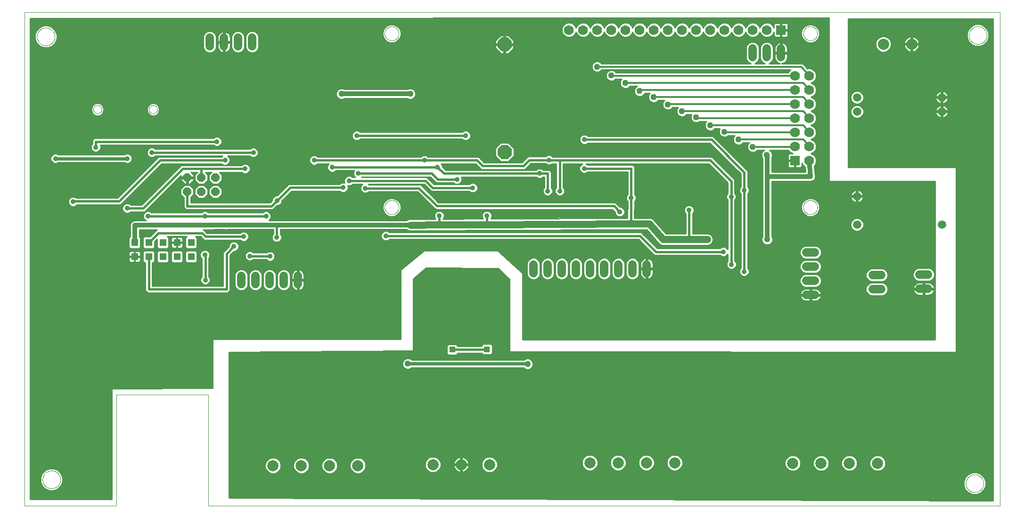
<source format=gbr>
G75*
%MOIN*%
%OFA0B0*%
%FSLAX25Y25*%
%IPPOS*%
%LPD*%
%AMOC8*
5,1,8,0,0,1.08239X$1,22.5*
%
%ADD10C,0.00000*%
%ADD11OC8,0.10000*%
%ADD12C,0.05937*%
%ADD13C,0.07874*%
%ADD14OC8,0.06000*%
%ADD15C,0.06000*%
%ADD16R,0.05150X0.05150*%
%ADD17C,0.07000*%
%ADD18R,0.07000X0.07000*%
%ADD19C,0.05937*%
%ADD20C,0.03575*%
%ADD21C,0.02400*%
%ADD22C,0.01000*%
%ADD23C,0.04362*%
%ADD24C,0.01600*%
%ADD25C,0.05000*%
%ADD26C,0.03200*%
%ADD27R,0.04362X0.04362*%
%ADD28C,0.01200*%
D10*
X0001000Y0005063D02*
X0001000Y0354138D01*
X0690920Y0354138D01*
X0690920Y0005063D01*
X0131187Y0005000D01*
X0131187Y0083500D01*
X0066187Y0083500D01*
X0066187Y0005063D01*
X0001000Y0005063D01*
X0013888Y0023500D02*
X0013890Y0023658D01*
X0013896Y0023816D01*
X0013906Y0023974D01*
X0013920Y0024132D01*
X0013938Y0024289D01*
X0013959Y0024446D01*
X0013985Y0024602D01*
X0014015Y0024758D01*
X0014048Y0024913D01*
X0014086Y0025066D01*
X0014127Y0025219D01*
X0014172Y0025371D01*
X0014221Y0025522D01*
X0014274Y0025671D01*
X0014330Y0025819D01*
X0014390Y0025965D01*
X0014454Y0026110D01*
X0014522Y0026253D01*
X0014593Y0026395D01*
X0014667Y0026535D01*
X0014745Y0026672D01*
X0014827Y0026808D01*
X0014911Y0026942D01*
X0015000Y0027073D01*
X0015091Y0027202D01*
X0015186Y0027329D01*
X0015283Y0027454D01*
X0015384Y0027576D01*
X0015488Y0027695D01*
X0015595Y0027812D01*
X0015705Y0027926D01*
X0015818Y0028037D01*
X0015933Y0028146D01*
X0016051Y0028251D01*
X0016172Y0028353D01*
X0016295Y0028453D01*
X0016421Y0028549D01*
X0016549Y0028642D01*
X0016679Y0028732D01*
X0016812Y0028818D01*
X0016947Y0028902D01*
X0017083Y0028981D01*
X0017222Y0029058D01*
X0017363Y0029130D01*
X0017505Y0029200D01*
X0017649Y0029265D01*
X0017795Y0029327D01*
X0017942Y0029385D01*
X0018091Y0029440D01*
X0018241Y0029491D01*
X0018392Y0029538D01*
X0018544Y0029581D01*
X0018697Y0029620D01*
X0018852Y0029656D01*
X0019007Y0029687D01*
X0019163Y0029715D01*
X0019319Y0029739D01*
X0019476Y0029759D01*
X0019634Y0029775D01*
X0019791Y0029787D01*
X0019950Y0029795D01*
X0020108Y0029799D01*
X0020266Y0029799D01*
X0020424Y0029795D01*
X0020583Y0029787D01*
X0020740Y0029775D01*
X0020898Y0029759D01*
X0021055Y0029739D01*
X0021211Y0029715D01*
X0021367Y0029687D01*
X0021522Y0029656D01*
X0021677Y0029620D01*
X0021830Y0029581D01*
X0021982Y0029538D01*
X0022133Y0029491D01*
X0022283Y0029440D01*
X0022432Y0029385D01*
X0022579Y0029327D01*
X0022725Y0029265D01*
X0022869Y0029200D01*
X0023011Y0029130D01*
X0023152Y0029058D01*
X0023291Y0028981D01*
X0023427Y0028902D01*
X0023562Y0028818D01*
X0023695Y0028732D01*
X0023825Y0028642D01*
X0023953Y0028549D01*
X0024079Y0028453D01*
X0024202Y0028353D01*
X0024323Y0028251D01*
X0024441Y0028146D01*
X0024556Y0028037D01*
X0024669Y0027926D01*
X0024779Y0027812D01*
X0024886Y0027695D01*
X0024990Y0027576D01*
X0025091Y0027454D01*
X0025188Y0027329D01*
X0025283Y0027202D01*
X0025374Y0027073D01*
X0025463Y0026942D01*
X0025547Y0026808D01*
X0025629Y0026672D01*
X0025707Y0026535D01*
X0025781Y0026395D01*
X0025852Y0026253D01*
X0025920Y0026110D01*
X0025984Y0025965D01*
X0026044Y0025819D01*
X0026100Y0025671D01*
X0026153Y0025522D01*
X0026202Y0025371D01*
X0026247Y0025219D01*
X0026288Y0025066D01*
X0026326Y0024913D01*
X0026359Y0024758D01*
X0026389Y0024602D01*
X0026415Y0024446D01*
X0026436Y0024289D01*
X0026454Y0024132D01*
X0026468Y0023974D01*
X0026478Y0023816D01*
X0026484Y0023658D01*
X0026486Y0023500D01*
X0026484Y0023342D01*
X0026478Y0023184D01*
X0026468Y0023026D01*
X0026454Y0022868D01*
X0026436Y0022711D01*
X0026415Y0022554D01*
X0026389Y0022398D01*
X0026359Y0022242D01*
X0026326Y0022087D01*
X0026288Y0021934D01*
X0026247Y0021781D01*
X0026202Y0021629D01*
X0026153Y0021478D01*
X0026100Y0021329D01*
X0026044Y0021181D01*
X0025984Y0021035D01*
X0025920Y0020890D01*
X0025852Y0020747D01*
X0025781Y0020605D01*
X0025707Y0020465D01*
X0025629Y0020328D01*
X0025547Y0020192D01*
X0025463Y0020058D01*
X0025374Y0019927D01*
X0025283Y0019798D01*
X0025188Y0019671D01*
X0025091Y0019546D01*
X0024990Y0019424D01*
X0024886Y0019305D01*
X0024779Y0019188D01*
X0024669Y0019074D01*
X0024556Y0018963D01*
X0024441Y0018854D01*
X0024323Y0018749D01*
X0024202Y0018647D01*
X0024079Y0018547D01*
X0023953Y0018451D01*
X0023825Y0018358D01*
X0023695Y0018268D01*
X0023562Y0018182D01*
X0023427Y0018098D01*
X0023291Y0018019D01*
X0023152Y0017942D01*
X0023011Y0017870D01*
X0022869Y0017800D01*
X0022725Y0017735D01*
X0022579Y0017673D01*
X0022432Y0017615D01*
X0022283Y0017560D01*
X0022133Y0017509D01*
X0021982Y0017462D01*
X0021830Y0017419D01*
X0021677Y0017380D01*
X0021522Y0017344D01*
X0021367Y0017313D01*
X0021211Y0017285D01*
X0021055Y0017261D01*
X0020898Y0017241D01*
X0020740Y0017225D01*
X0020583Y0017213D01*
X0020424Y0017205D01*
X0020266Y0017201D01*
X0020108Y0017201D01*
X0019950Y0017205D01*
X0019791Y0017213D01*
X0019634Y0017225D01*
X0019476Y0017241D01*
X0019319Y0017261D01*
X0019163Y0017285D01*
X0019007Y0017313D01*
X0018852Y0017344D01*
X0018697Y0017380D01*
X0018544Y0017419D01*
X0018392Y0017462D01*
X0018241Y0017509D01*
X0018091Y0017560D01*
X0017942Y0017615D01*
X0017795Y0017673D01*
X0017649Y0017735D01*
X0017505Y0017800D01*
X0017363Y0017870D01*
X0017222Y0017942D01*
X0017083Y0018019D01*
X0016947Y0018098D01*
X0016812Y0018182D01*
X0016679Y0018268D01*
X0016549Y0018358D01*
X0016421Y0018451D01*
X0016295Y0018547D01*
X0016172Y0018647D01*
X0016051Y0018749D01*
X0015933Y0018854D01*
X0015818Y0018963D01*
X0015705Y0019074D01*
X0015595Y0019188D01*
X0015488Y0019305D01*
X0015384Y0019424D01*
X0015283Y0019546D01*
X0015186Y0019671D01*
X0015091Y0019798D01*
X0015000Y0019927D01*
X0014911Y0020058D01*
X0014827Y0020192D01*
X0014745Y0020328D01*
X0014667Y0020465D01*
X0014593Y0020605D01*
X0014522Y0020747D01*
X0014454Y0020890D01*
X0014390Y0021035D01*
X0014330Y0021181D01*
X0014274Y0021329D01*
X0014221Y0021478D01*
X0014172Y0021629D01*
X0014127Y0021781D01*
X0014086Y0021934D01*
X0014048Y0022087D01*
X0014015Y0022242D01*
X0013985Y0022398D01*
X0013959Y0022554D01*
X0013938Y0022711D01*
X0013920Y0022868D01*
X0013906Y0023026D01*
X0013896Y0023184D01*
X0013890Y0023342D01*
X0013888Y0023500D01*
X0255837Y0216250D02*
X0255839Y0216391D01*
X0255845Y0216532D01*
X0255855Y0216672D01*
X0255869Y0216812D01*
X0255887Y0216952D01*
X0255908Y0217091D01*
X0255934Y0217230D01*
X0255963Y0217368D01*
X0255997Y0217504D01*
X0256034Y0217640D01*
X0256075Y0217775D01*
X0256120Y0217909D01*
X0256169Y0218041D01*
X0256221Y0218172D01*
X0256277Y0218301D01*
X0256337Y0218428D01*
X0256400Y0218554D01*
X0256466Y0218678D01*
X0256537Y0218801D01*
X0256610Y0218921D01*
X0256687Y0219039D01*
X0256767Y0219155D01*
X0256851Y0219268D01*
X0256937Y0219379D01*
X0257027Y0219488D01*
X0257120Y0219594D01*
X0257215Y0219697D01*
X0257314Y0219798D01*
X0257415Y0219896D01*
X0257519Y0219991D01*
X0257626Y0220083D01*
X0257735Y0220172D01*
X0257847Y0220257D01*
X0257961Y0220340D01*
X0258077Y0220420D01*
X0258196Y0220496D01*
X0258317Y0220568D01*
X0258439Y0220638D01*
X0258564Y0220703D01*
X0258690Y0220766D01*
X0258818Y0220824D01*
X0258948Y0220879D01*
X0259079Y0220931D01*
X0259212Y0220978D01*
X0259346Y0221022D01*
X0259481Y0221063D01*
X0259617Y0221099D01*
X0259754Y0221131D01*
X0259892Y0221160D01*
X0260030Y0221185D01*
X0260170Y0221205D01*
X0260310Y0221222D01*
X0260450Y0221235D01*
X0260591Y0221244D01*
X0260731Y0221249D01*
X0260872Y0221250D01*
X0261013Y0221247D01*
X0261154Y0221240D01*
X0261294Y0221229D01*
X0261434Y0221214D01*
X0261574Y0221195D01*
X0261713Y0221173D01*
X0261851Y0221146D01*
X0261989Y0221116D01*
X0262125Y0221081D01*
X0262261Y0221043D01*
X0262395Y0221001D01*
X0262529Y0220955D01*
X0262661Y0220906D01*
X0262791Y0220852D01*
X0262920Y0220795D01*
X0263047Y0220735D01*
X0263173Y0220671D01*
X0263296Y0220603D01*
X0263418Y0220532D01*
X0263538Y0220458D01*
X0263655Y0220380D01*
X0263770Y0220299D01*
X0263883Y0220215D01*
X0263994Y0220128D01*
X0264102Y0220037D01*
X0264207Y0219944D01*
X0264310Y0219847D01*
X0264410Y0219748D01*
X0264507Y0219646D01*
X0264601Y0219541D01*
X0264692Y0219434D01*
X0264780Y0219324D01*
X0264865Y0219212D01*
X0264947Y0219097D01*
X0265026Y0218980D01*
X0265101Y0218861D01*
X0265173Y0218740D01*
X0265241Y0218617D01*
X0265306Y0218492D01*
X0265368Y0218365D01*
X0265425Y0218236D01*
X0265480Y0218106D01*
X0265530Y0217975D01*
X0265577Y0217842D01*
X0265620Y0217708D01*
X0265659Y0217572D01*
X0265694Y0217436D01*
X0265726Y0217299D01*
X0265753Y0217161D01*
X0265777Y0217022D01*
X0265797Y0216882D01*
X0265813Y0216742D01*
X0265825Y0216602D01*
X0265833Y0216461D01*
X0265837Y0216320D01*
X0265837Y0216180D01*
X0265833Y0216039D01*
X0265825Y0215898D01*
X0265813Y0215758D01*
X0265797Y0215618D01*
X0265777Y0215478D01*
X0265753Y0215339D01*
X0265726Y0215201D01*
X0265694Y0215064D01*
X0265659Y0214928D01*
X0265620Y0214792D01*
X0265577Y0214658D01*
X0265530Y0214525D01*
X0265480Y0214394D01*
X0265425Y0214264D01*
X0265368Y0214135D01*
X0265306Y0214008D01*
X0265241Y0213883D01*
X0265173Y0213760D01*
X0265101Y0213639D01*
X0265026Y0213520D01*
X0264947Y0213403D01*
X0264865Y0213288D01*
X0264780Y0213176D01*
X0264692Y0213066D01*
X0264601Y0212959D01*
X0264507Y0212854D01*
X0264410Y0212752D01*
X0264310Y0212653D01*
X0264207Y0212556D01*
X0264102Y0212463D01*
X0263994Y0212372D01*
X0263883Y0212285D01*
X0263770Y0212201D01*
X0263655Y0212120D01*
X0263538Y0212042D01*
X0263418Y0211968D01*
X0263296Y0211897D01*
X0263173Y0211829D01*
X0263047Y0211765D01*
X0262920Y0211705D01*
X0262791Y0211648D01*
X0262661Y0211594D01*
X0262529Y0211545D01*
X0262395Y0211499D01*
X0262261Y0211457D01*
X0262125Y0211419D01*
X0261989Y0211384D01*
X0261851Y0211354D01*
X0261713Y0211327D01*
X0261574Y0211305D01*
X0261434Y0211286D01*
X0261294Y0211271D01*
X0261154Y0211260D01*
X0261013Y0211253D01*
X0260872Y0211250D01*
X0260731Y0211251D01*
X0260591Y0211256D01*
X0260450Y0211265D01*
X0260310Y0211278D01*
X0260170Y0211295D01*
X0260030Y0211315D01*
X0259892Y0211340D01*
X0259754Y0211369D01*
X0259617Y0211401D01*
X0259481Y0211437D01*
X0259346Y0211478D01*
X0259212Y0211522D01*
X0259079Y0211569D01*
X0258948Y0211621D01*
X0258818Y0211676D01*
X0258690Y0211734D01*
X0258564Y0211797D01*
X0258439Y0211862D01*
X0258317Y0211932D01*
X0258196Y0212004D01*
X0258077Y0212080D01*
X0257961Y0212160D01*
X0257847Y0212243D01*
X0257735Y0212328D01*
X0257626Y0212417D01*
X0257519Y0212509D01*
X0257415Y0212604D01*
X0257314Y0212702D01*
X0257215Y0212803D01*
X0257120Y0212906D01*
X0257027Y0213012D01*
X0256937Y0213121D01*
X0256851Y0213232D01*
X0256767Y0213345D01*
X0256687Y0213461D01*
X0256610Y0213579D01*
X0256537Y0213699D01*
X0256466Y0213822D01*
X0256400Y0213946D01*
X0256337Y0214072D01*
X0256277Y0214199D01*
X0256221Y0214328D01*
X0256169Y0214459D01*
X0256120Y0214591D01*
X0256075Y0214725D01*
X0256034Y0214860D01*
X0255997Y0214996D01*
X0255963Y0215132D01*
X0255934Y0215270D01*
X0255908Y0215409D01*
X0255887Y0215548D01*
X0255869Y0215688D01*
X0255855Y0215828D01*
X0255845Y0215968D01*
X0255839Y0216109D01*
X0255837Y0216250D01*
X0089169Y0285486D02*
X0089171Y0285594D01*
X0089177Y0285703D01*
X0089187Y0285811D01*
X0089201Y0285918D01*
X0089219Y0286025D01*
X0089240Y0286132D01*
X0089266Y0286237D01*
X0089296Y0286342D01*
X0089329Y0286445D01*
X0089366Y0286547D01*
X0089407Y0286647D01*
X0089451Y0286746D01*
X0089500Y0286844D01*
X0089551Y0286939D01*
X0089606Y0287032D01*
X0089665Y0287124D01*
X0089727Y0287213D01*
X0089792Y0287300D01*
X0089860Y0287384D01*
X0089931Y0287466D01*
X0090005Y0287545D01*
X0090082Y0287621D01*
X0090162Y0287695D01*
X0090245Y0287765D01*
X0090330Y0287833D01*
X0090417Y0287897D01*
X0090507Y0287958D01*
X0090599Y0288016D01*
X0090693Y0288070D01*
X0090789Y0288121D01*
X0090886Y0288168D01*
X0090986Y0288212D01*
X0091087Y0288252D01*
X0091189Y0288288D01*
X0091292Y0288320D01*
X0091397Y0288349D01*
X0091503Y0288373D01*
X0091609Y0288394D01*
X0091716Y0288411D01*
X0091824Y0288424D01*
X0091932Y0288433D01*
X0092041Y0288438D01*
X0092149Y0288439D01*
X0092258Y0288436D01*
X0092366Y0288429D01*
X0092474Y0288418D01*
X0092581Y0288403D01*
X0092688Y0288384D01*
X0092794Y0288361D01*
X0092899Y0288335D01*
X0093004Y0288304D01*
X0093106Y0288270D01*
X0093208Y0288232D01*
X0093308Y0288190D01*
X0093407Y0288145D01*
X0093504Y0288096D01*
X0093598Y0288043D01*
X0093691Y0287987D01*
X0093782Y0287928D01*
X0093871Y0287865D01*
X0093957Y0287800D01*
X0094041Y0287731D01*
X0094122Y0287659D01*
X0094200Y0287584D01*
X0094276Y0287506D01*
X0094349Y0287425D01*
X0094419Y0287342D01*
X0094485Y0287257D01*
X0094549Y0287169D01*
X0094609Y0287078D01*
X0094666Y0286986D01*
X0094719Y0286891D01*
X0094769Y0286795D01*
X0094815Y0286697D01*
X0094858Y0286597D01*
X0094897Y0286496D01*
X0094932Y0286393D01*
X0094964Y0286290D01*
X0094991Y0286185D01*
X0095015Y0286079D01*
X0095035Y0285972D01*
X0095051Y0285865D01*
X0095063Y0285757D01*
X0095071Y0285649D01*
X0095075Y0285540D01*
X0095075Y0285432D01*
X0095071Y0285323D01*
X0095063Y0285215D01*
X0095051Y0285107D01*
X0095035Y0285000D01*
X0095015Y0284893D01*
X0094991Y0284787D01*
X0094964Y0284682D01*
X0094932Y0284579D01*
X0094897Y0284476D01*
X0094858Y0284375D01*
X0094815Y0284275D01*
X0094769Y0284177D01*
X0094719Y0284081D01*
X0094666Y0283986D01*
X0094609Y0283894D01*
X0094549Y0283803D01*
X0094485Y0283715D01*
X0094419Y0283630D01*
X0094349Y0283547D01*
X0094276Y0283466D01*
X0094200Y0283388D01*
X0094122Y0283313D01*
X0094041Y0283241D01*
X0093957Y0283172D01*
X0093871Y0283107D01*
X0093782Y0283044D01*
X0093691Y0282985D01*
X0093599Y0282929D01*
X0093504Y0282876D01*
X0093407Y0282827D01*
X0093308Y0282782D01*
X0093208Y0282740D01*
X0093106Y0282702D01*
X0093004Y0282668D01*
X0092899Y0282637D01*
X0092794Y0282611D01*
X0092688Y0282588D01*
X0092581Y0282569D01*
X0092474Y0282554D01*
X0092366Y0282543D01*
X0092258Y0282536D01*
X0092149Y0282533D01*
X0092041Y0282534D01*
X0091932Y0282539D01*
X0091824Y0282548D01*
X0091716Y0282561D01*
X0091609Y0282578D01*
X0091503Y0282599D01*
X0091397Y0282623D01*
X0091292Y0282652D01*
X0091189Y0282684D01*
X0091087Y0282720D01*
X0090986Y0282760D01*
X0090886Y0282804D01*
X0090789Y0282851D01*
X0090693Y0282902D01*
X0090599Y0282956D01*
X0090507Y0283014D01*
X0090417Y0283075D01*
X0090330Y0283139D01*
X0090245Y0283207D01*
X0090162Y0283277D01*
X0090082Y0283351D01*
X0090005Y0283427D01*
X0089931Y0283506D01*
X0089860Y0283588D01*
X0089792Y0283672D01*
X0089727Y0283759D01*
X0089665Y0283848D01*
X0089606Y0283940D01*
X0089551Y0284033D01*
X0089500Y0284128D01*
X0089451Y0284226D01*
X0089407Y0284325D01*
X0089366Y0284425D01*
X0089329Y0284527D01*
X0089296Y0284630D01*
X0089266Y0284735D01*
X0089240Y0284840D01*
X0089219Y0284947D01*
X0089201Y0285054D01*
X0089187Y0285161D01*
X0089177Y0285269D01*
X0089171Y0285378D01*
X0089169Y0285486D01*
X0049799Y0285486D02*
X0049801Y0285594D01*
X0049807Y0285703D01*
X0049817Y0285811D01*
X0049831Y0285918D01*
X0049849Y0286025D01*
X0049870Y0286132D01*
X0049896Y0286237D01*
X0049926Y0286342D01*
X0049959Y0286445D01*
X0049996Y0286547D01*
X0050037Y0286647D01*
X0050081Y0286746D01*
X0050130Y0286844D01*
X0050181Y0286939D01*
X0050236Y0287032D01*
X0050295Y0287124D01*
X0050357Y0287213D01*
X0050422Y0287300D01*
X0050490Y0287384D01*
X0050561Y0287466D01*
X0050635Y0287545D01*
X0050712Y0287621D01*
X0050792Y0287695D01*
X0050875Y0287765D01*
X0050960Y0287833D01*
X0051047Y0287897D01*
X0051137Y0287958D01*
X0051229Y0288016D01*
X0051323Y0288070D01*
X0051419Y0288121D01*
X0051516Y0288168D01*
X0051616Y0288212D01*
X0051717Y0288252D01*
X0051819Y0288288D01*
X0051922Y0288320D01*
X0052027Y0288349D01*
X0052133Y0288373D01*
X0052239Y0288394D01*
X0052346Y0288411D01*
X0052454Y0288424D01*
X0052562Y0288433D01*
X0052671Y0288438D01*
X0052779Y0288439D01*
X0052888Y0288436D01*
X0052996Y0288429D01*
X0053104Y0288418D01*
X0053211Y0288403D01*
X0053318Y0288384D01*
X0053424Y0288361D01*
X0053529Y0288335D01*
X0053634Y0288304D01*
X0053736Y0288270D01*
X0053838Y0288232D01*
X0053938Y0288190D01*
X0054037Y0288145D01*
X0054134Y0288096D01*
X0054228Y0288043D01*
X0054321Y0287987D01*
X0054412Y0287928D01*
X0054501Y0287865D01*
X0054587Y0287800D01*
X0054671Y0287731D01*
X0054752Y0287659D01*
X0054830Y0287584D01*
X0054906Y0287506D01*
X0054979Y0287425D01*
X0055049Y0287342D01*
X0055115Y0287257D01*
X0055179Y0287169D01*
X0055239Y0287078D01*
X0055296Y0286986D01*
X0055349Y0286891D01*
X0055399Y0286795D01*
X0055445Y0286697D01*
X0055488Y0286597D01*
X0055527Y0286496D01*
X0055562Y0286393D01*
X0055594Y0286290D01*
X0055621Y0286185D01*
X0055645Y0286079D01*
X0055665Y0285972D01*
X0055681Y0285865D01*
X0055693Y0285757D01*
X0055701Y0285649D01*
X0055705Y0285540D01*
X0055705Y0285432D01*
X0055701Y0285323D01*
X0055693Y0285215D01*
X0055681Y0285107D01*
X0055665Y0285000D01*
X0055645Y0284893D01*
X0055621Y0284787D01*
X0055594Y0284682D01*
X0055562Y0284579D01*
X0055527Y0284476D01*
X0055488Y0284375D01*
X0055445Y0284275D01*
X0055399Y0284177D01*
X0055349Y0284081D01*
X0055296Y0283986D01*
X0055239Y0283894D01*
X0055179Y0283803D01*
X0055115Y0283715D01*
X0055049Y0283630D01*
X0054979Y0283547D01*
X0054906Y0283466D01*
X0054830Y0283388D01*
X0054752Y0283313D01*
X0054671Y0283241D01*
X0054587Y0283172D01*
X0054501Y0283107D01*
X0054412Y0283044D01*
X0054321Y0282985D01*
X0054229Y0282929D01*
X0054134Y0282876D01*
X0054037Y0282827D01*
X0053938Y0282782D01*
X0053838Y0282740D01*
X0053736Y0282702D01*
X0053634Y0282668D01*
X0053529Y0282637D01*
X0053424Y0282611D01*
X0053318Y0282588D01*
X0053211Y0282569D01*
X0053104Y0282554D01*
X0052996Y0282543D01*
X0052888Y0282536D01*
X0052779Y0282533D01*
X0052671Y0282534D01*
X0052562Y0282539D01*
X0052454Y0282548D01*
X0052346Y0282561D01*
X0052239Y0282578D01*
X0052133Y0282599D01*
X0052027Y0282623D01*
X0051922Y0282652D01*
X0051819Y0282684D01*
X0051717Y0282720D01*
X0051616Y0282760D01*
X0051516Y0282804D01*
X0051419Y0282851D01*
X0051323Y0282902D01*
X0051229Y0282956D01*
X0051137Y0283014D01*
X0051047Y0283075D01*
X0050960Y0283139D01*
X0050875Y0283207D01*
X0050792Y0283277D01*
X0050712Y0283351D01*
X0050635Y0283427D01*
X0050561Y0283506D01*
X0050490Y0283588D01*
X0050422Y0283672D01*
X0050357Y0283759D01*
X0050295Y0283848D01*
X0050236Y0283940D01*
X0050181Y0284033D01*
X0050130Y0284128D01*
X0050081Y0284226D01*
X0050037Y0284325D01*
X0049996Y0284425D01*
X0049959Y0284527D01*
X0049926Y0284630D01*
X0049896Y0284735D01*
X0049870Y0284840D01*
X0049849Y0284947D01*
X0049831Y0285054D01*
X0049817Y0285161D01*
X0049807Y0285269D01*
X0049801Y0285378D01*
X0049799Y0285486D01*
X0009888Y0337000D02*
X0009890Y0337158D01*
X0009896Y0337316D01*
X0009906Y0337474D01*
X0009920Y0337632D01*
X0009938Y0337789D01*
X0009959Y0337946D01*
X0009985Y0338102D01*
X0010015Y0338258D01*
X0010048Y0338413D01*
X0010086Y0338566D01*
X0010127Y0338719D01*
X0010172Y0338871D01*
X0010221Y0339022D01*
X0010274Y0339171D01*
X0010330Y0339319D01*
X0010390Y0339465D01*
X0010454Y0339610D01*
X0010522Y0339753D01*
X0010593Y0339895D01*
X0010667Y0340035D01*
X0010745Y0340172D01*
X0010827Y0340308D01*
X0010911Y0340442D01*
X0011000Y0340573D01*
X0011091Y0340702D01*
X0011186Y0340829D01*
X0011283Y0340954D01*
X0011384Y0341076D01*
X0011488Y0341195D01*
X0011595Y0341312D01*
X0011705Y0341426D01*
X0011818Y0341537D01*
X0011933Y0341646D01*
X0012051Y0341751D01*
X0012172Y0341853D01*
X0012295Y0341953D01*
X0012421Y0342049D01*
X0012549Y0342142D01*
X0012679Y0342232D01*
X0012812Y0342318D01*
X0012947Y0342402D01*
X0013083Y0342481D01*
X0013222Y0342558D01*
X0013363Y0342630D01*
X0013505Y0342700D01*
X0013649Y0342765D01*
X0013795Y0342827D01*
X0013942Y0342885D01*
X0014091Y0342940D01*
X0014241Y0342991D01*
X0014392Y0343038D01*
X0014544Y0343081D01*
X0014697Y0343120D01*
X0014852Y0343156D01*
X0015007Y0343187D01*
X0015163Y0343215D01*
X0015319Y0343239D01*
X0015476Y0343259D01*
X0015634Y0343275D01*
X0015791Y0343287D01*
X0015950Y0343295D01*
X0016108Y0343299D01*
X0016266Y0343299D01*
X0016424Y0343295D01*
X0016583Y0343287D01*
X0016740Y0343275D01*
X0016898Y0343259D01*
X0017055Y0343239D01*
X0017211Y0343215D01*
X0017367Y0343187D01*
X0017522Y0343156D01*
X0017677Y0343120D01*
X0017830Y0343081D01*
X0017982Y0343038D01*
X0018133Y0342991D01*
X0018283Y0342940D01*
X0018432Y0342885D01*
X0018579Y0342827D01*
X0018725Y0342765D01*
X0018869Y0342700D01*
X0019011Y0342630D01*
X0019152Y0342558D01*
X0019291Y0342481D01*
X0019427Y0342402D01*
X0019562Y0342318D01*
X0019695Y0342232D01*
X0019825Y0342142D01*
X0019953Y0342049D01*
X0020079Y0341953D01*
X0020202Y0341853D01*
X0020323Y0341751D01*
X0020441Y0341646D01*
X0020556Y0341537D01*
X0020669Y0341426D01*
X0020779Y0341312D01*
X0020886Y0341195D01*
X0020990Y0341076D01*
X0021091Y0340954D01*
X0021188Y0340829D01*
X0021283Y0340702D01*
X0021374Y0340573D01*
X0021463Y0340442D01*
X0021547Y0340308D01*
X0021629Y0340172D01*
X0021707Y0340035D01*
X0021781Y0339895D01*
X0021852Y0339753D01*
X0021920Y0339610D01*
X0021984Y0339465D01*
X0022044Y0339319D01*
X0022100Y0339171D01*
X0022153Y0339022D01*
X0022202Y0338871D01*
X0022247Y0338719D01*
X0022288Y0338566D01*
X0022326Y0338413D01*
X0022359Y0338258D01*
X0022389Y0338102D01*
X0022415Y0337946D01*
X0022436Y0337789D01*
X0022454Y0337632D01*
X0022468Y0337474D01*
X0022478Y0337316D01*
X0022484Y0337158D01*
X0022486Y0337000D01*
X0022484Y0336842D01*
X0022478Y0336684D01*
X0022468Y0336526D01*
X0022454Y0336368D01*
X0022436Y0336211D01*
X0022415Y0336054D01*
X0022389Y0335898D01*
X0022359Y0335742D01*
X0022326Y0335587D01*
X0022288Y0335434D01*
X0022247Y0335281D01*
X0022202Y0335129D01*
X0022153Y0334978D01*
X0022100Y0334829D01*
X0022044Y0334681D01*
X0021984Y0334535D01*
X0021920Y0334390D01*
X0021852Y0334247D01*
X0021781Y0334105D01*
X0021707Y0333965D01*
X0021629Y0333828D01*
X0021547Y0333692D01*
X0021463Y0333558D01*
X0021374Y0333427D01*
X0021283Y0333298D01*
X0021188Y0333171D01*
X0021091Y0333046D01*
X0020990Y0332924D01*
X0020886Y0332805D01*
X0020779Y0332688D01*
X0020669Y0332574D01*
X0020556Y0332463D01*
X0020441Y0332354D01*
X0020323Y0332249D01*
X0020202Y0332147D01*
X0020079Y0332047D01*
X0019953Y0331951D01*
X0019825Y0331858D01*
X0019695Y0331768D01*
X0019562Y0331682D01*
X0019427Y0331598D01*
X0019291Y0331519D01*
X0019152Y0331442D01*
X0019011Y0331370D01*
X0018869Y0331300D01*
X0018725Y0331235D01*
X0018579Y0331173D01*
X0018432Y0331115D01*
X0018283Y0331060D01*
X0018133Y0331009D01*
X0017982Y0330962D01*
X0017830Y0330919D01*
X0017677Y0330880D01*
X0017522Y0330844D01*
X0017367Y0330813D01*
X0017211Y0330785D01*
X0017055Y0330761D01*
X0016898Y0330741D01*
X0016740Y0330725D01*
X0016583Y0330713D01*
X0016424Y0330705D01*
X0016266Y0330701D01*
X0016108Y0330701D01*
X0015950Y0330705D01*
X0015791Y0330713D01*
X0015634Y0330725D01*
X0015476Y0330741D01*
X0015319Y0330761D01*
X0015163Y0330785D01*
X0015007Y0330813D01*
X0014852Y0330844D01*
X0014697Y0330880D01*
X0014544Y0330919D01*
X0014392Y0330962D01*
X0014241Y0331009D01*
X0014091Y0331060D01*
X0013942Y0331115D01*
X0013795Y0331173D01*
X0013649Y0331235D01*
X0013505Y0331300D01*
X0013363Y0331370D01*
X0013222Y0331442D01*
X0013083Y0331519D01*
X0012947Y0331598D01*
X0012812Y0331682D01*
X0012679Y0331768D01*
X0012549Y0331858D01*
X0012421Y0331951D01*
X0012295Y0332047D01*
X0012172Y0332147D01*
X0012051Y0332249D01*
X0011933Y0332354D01*
X0011818Y0332463D01*
X0011705Y0332574D01*
X0011595Y0332688D01*
X0011488Y0332805D01*
X0011384Y0332924D01*
X0011283Y0333046D01*
X0011186Y0333171D01*
X0011091Y0333298D01*
X0011000Y0333427D01*
X0010911Y0333558D01*
X0010827Y0333692D01*
X0010745Y0333828D01*
X0010667Y0333965D01*
X0010593Y0334105D01*
X0010522Y0334247D01*
X0010454Y0334390D01*
X0010390Y0334535D01*
X0010330Y0334681D01*
X0010274Y0334829D01*
X0010221Y0334978D01*
X0010172Y0335129D01*
X0010127Y0335281D01*
X0010086Y0335434D01*
X0010048Y0335587D01*
X0010015Y0335742D01*
X0009985Y0335898D01*
X0009959Y0336054D01*
X0009938Y0336211D01*
X0009920Y0336368D01*
X0009906Y0336526D01*
X0009896Y0336684D01*
X0009890Y0336842D01*
X0009888Y0337000D01*
X0255837Y0339250D02*
X0255839Y0339391D01*
X0255845Y0339532D01*
X0255855Y0339672D01*
X0255869Y0339812D01*
X0255887Y0339952D01*
X0255908Y0340091D01*
X0255934Y0340230D01*
X0255963Y0340368D01*
X0255997Y0340504D01*
X0256034Y0340640D01*
X0256075Y0340775D01*
X0256120Y0340909D01*
X0256169Y0341041D01*
X0256221Y0341172D01*
X0256277Y0341301D01*
X0256337Y0341428D01*
X0256400Y0341554D01*
X0256466Y0341678D01*
X0256537Y0341801D01*
X0256610Y0341921D01*
X0256687Y0342039D01*
X0256767Y0342155D01*
X0256851Y0342268D01*
X0256937Y0342379D01*
X0257027Y0342488D01*
X0257120Y0342594D01*
X0257215Y0342697D01*
X0257314Y0342798D01*
X0257415Y0342896D01*
X0257519Y0342991D01*
X0257626Y0343083D01*
X0257735Y0343172D01*
X0257847Y0343257D01*
X0257961Y0343340D01*
X0258077Y0343420D01*
X0258196Y0343496D01*
X0258317Y0343568D01*
X0258439Y0343638D01*
X0258564Y0343703D01*
X0258690Y0343766D01*
X0258818Y0343824D01*
X0258948Y0343879D01*
X0259079Y0343931D01*
X0259212Y0343978D01*
X0259346Y0344022D01*
X0259481Y0344063D01*
X0259617Y0344099D01*
X0259754Y0344131D01*
X0259892Y0344160D01*
X0260030Y0344185D01*
X0260170Y0344205D01*
X0260310Y0344222D01*
X0260450Y0344235D01*
X0260591Y0344244D01*
X0260731Y0344249D01*
X0260872Y0344250D01*
X0261013Y0344247D01*
X0261154Y0344240D01*
X0261294Y0344229D01*
X0261434Y0344214D01*
X0261574Y0344195D01*
X0261713Y0344173D01*
X0261851Y0344146D01*
X0261989Y0344116D01*
X0262125Y0344081D01*
X0262261Y0344043D01*
X0262395Y0344001D01*
X0262529Y0343955D01*
X0262661Y0343906D01*
X0262791Y0343852D01*
X0262920Y0343795D01*
X0263047Y0343735D01*
X0263173Y0343671D01*
X0263296Y0343603D01*
X0263418Y0343532D01*
X0263538Y0343458D01*
X0263655Y0343380D01*
X0263770Y0343299D01*
X0263883Y0343215D01*
X0263994Y0343128D01*
X0264102Y0343037D01*
X0264207Y0342944D01*
X0264310Y0342847D01*
X0264410Y0342748D01*
X0264507Y0342646D01*
X0264601Y0342541D01*
X0264692Y0342434D01*
X0264780Y0342324D01*
X0264865Y0342212D01*
X0264947Y0342097D01*
X0265026Y0341980D01*
X0265101Y0341861D01*
X0265173Y0341740D01*
X0265241Y0341617D01*
X0265306Y0341492D01*
X0265368Y0341365D01*
X0265425Y0341236D01*
X0265480Y0341106D01*
X0265530Y0340975D01*
X0265577Y0340842D01*
X0265620Y0340708D01*
X0265659Y0340572D01*
X0265694Y0340436D01*
X0265726Y0340299D01*
X0265753Y0340161D01*
X0265777Y0340022D01*
X0265797Y0339882D01*
X0265813Y0339742D01*
X0265825Y0339602D01*
X0265833Y0339461D01*
X0265837Y0339320D01*
X0265837Y0339180D01*
X0265833Y0339039D01*
X0265825Y0338898D01*
X0265813Y0338758D01*
X0265797Y0338618D01*
X0265777Y0338478D01*
X0265753Y0338339D01*
X0265726Y0338201D01*
X0265694Y0338064D01*
X0265659Y0337928D01*
X0265620Y0337792D01*
X0265577Y0337658D01*
X0265530Y0337525D01*
X0265480Y0337394D01*
X0265425Y0337264D01*
X0265368Y0337135D01*
X0265306Y0337008D01*
X0265241Y0336883D01*
X0265173Y0336760D01*
X0265101Y0336639D01*
X0265026Y0336520D01*
X0264947Y0336403D01*
X0264865Y0336288D01*
X0264780Y0336176D01*
X0264692Y0336066D01*
X0264601Y0335959D01*
X0264507Y0335854D01*
X0264410Y0335752D01*
X0264310Y0335653D01*
X0264207Y0335556D01*
X0264102Y0335463D01*
X0263994Y0335372D01*
X0263883Y0335285D01*
X0263770Y0335201D01*
X0263655Y0335120D01*
X0263538Y0335042D01*
X0263418Y0334968D01*
X0263296Y0334897D01*
X0263173Y0334829D01*
X0263047Y0334765D01*
X0262920Y0334705D01*
X0262791Y0334648D01*
X0262661Y0334594D01*
X0262529Y0334545D01*
X0262395Y0334499D01*
X0262261Y0334457D01*
X0262125Y0334419D01*
X0261989Y0334384D01*
X0261851Y0334354D01*
X0261713Y0334327D01*
X0261574Y0334305D01*
X0261434Y0334286D01*
X0261294Y0334271D01*
X0261154Y0334260D01*
X0261013Y0334253D01*
X0260872Y0334250D01*
X0260731Y0334251D01*
X0260591Y0334256D01*
X0260450Y0334265D01*
X0260310Y0334278D01*
X0260170Y0334295D01*
X0260030Y0334315D01*
X0259892Y0334340D01*
X0259754Y0334369D01*
X0259617Y0334401D01*
X0259481Y0334437D01*
X0259346Y0334478D01*
X0259212Y0334522D01*
X0259079Y0334569D01*
X0258948Y0334621D01*
X0258818Y0334676D01*
X0258690Y0334734D01*
X0258564Y0334797D01*
X0258439Y0334862D01*
X0258317Y0334932D01*
X0258196Y0335004D01*
X0258077Y0335080D01*
X0257961Y0335160D01*
X0257847Y0335243D01*
X0257735Y0335328D01*
X0257626Y0335417D01*
X0257519Y0335509D01*
X0257415Y0335604D01*
X0257314Y0335702D01*
X0257215Y0335803D01*
X0257120Y0335906D01*
X0257027Y0336012D01*
X0256937Y0336121D01*
X0256851Y0336232D01*
X0256767Y0336345D01*
X0256687Y0336461D01*
X0256610Y0336579D01*
X0256537Y0336699D01*
X0256466Y0336822D01*
X0256400Y0336946D01*
X0256337Y0337072D01*
X0256277Y0337199D01*
X0256221Y0337328D01*
X0256169Y0337459D01*
X0256120Y0337591D01*
X0256075Y0337725D01*
X0256034Y0337860D01*
X0255997Y0337996D01*
X0255963Y0338132D01*
X0255934Y0338270D01*
X0255908Y0338409D01*
X0255887Y0338548D01*
X0255869Y0338688D01*
X0255855Y0338828D01*
X0255845Y0338968D01*
X0255839Y0339109D01*
X0255837Y0339250D01*
X0551937Y0339250D02*
X0551939Y0339391D01*
X0551945Y0339532D01*
X0551955Y0339672D01*
X0551969Y0339812D01*
X0551987Y0339952D01*
X0552008Y0340091D01*
X0552034Y0340230D01*
X0552063Y0340368D01*
X0552097Y0340504D01*
X0552134Y0340640D01*
X0552175Y0340775D01*
X0552220Y0340909D01*
X0552269Y0341041D01*
X0552321Y0341172D01*
X0552377Y0341301D01*
X0552437Y0341428D01*
X0552500Y0341554D01*
X0552566Y0341678D01*
X0552637Y0341801D01*
X0552710Y0341921D01*
X0552787Y0342039D01*
X0552867Y0342155D01*
X0552951Y0342268D01*
X0553037Y0342379D01*
X0553127Y0342488D01*
X0553220Y0342594D01*
X0553315Y0342697D01*
X0553414Y0342798D01*
X0553515Y0342896D01*
X0553619Y0342991D01*
X0553726Y0343083D01*
X0553835Y0343172D01*
X0553947Y0343257D01*
X0554061Y0343340D01*
X0554177Y0343420D01*
X0554296Y0343496D01*
X0554417Y0343568D01*
X0554539Y0343638D01*
X0554664Y0343703D01*
X0554790Y0343766D01*
X0554918Y0343824D01*
X0555048Y0343879D01*
X0555179Y0343931D01*
X0555312Y0343978D01*
X0555446Y0344022D01*
X0555581Y0344063D01*
X0555717Y0344099D01*
X0555854Y0344131D01*
X0555992Y0344160D01*
X0556130Y0344185D01*
X0556270Y0344205D01*
X0556410Y0344222D01*
X0556550Y0344235D01*
X0556691Y0344244D01*
X0556831Y0344249D01*
X0556972Y0344250D01*
X0557113Y0344247D01*
X0557254Y0344240D01*
X0557394Y0344229D01*
X0557534Y0344214D01*
X0557674Y0344195D01*
X0557813Y0344173D01*
X0557951Y0344146D01*
X0558089Y0344116D01*
X0558225Y0344081D01*
X0558361Y0344043D01*
X0558495Y0344001D01*
X0558629Y0343955D01*
X0558761Y0343906D01*
X0558891Y0343852D01*
X0559020Y0343795D01*
X0559147Y0343735D01*
X0559273Y0343671D01*
X0559396Y0343603D01*
X0559518Y0343532D01*
X0559638Y0343458D01*
X0559755Y0343380D01*
X0559870Y0343299D01*
X0559983Y0343215D01*
X0560094Y0343128D01*
X0560202Y0343037D01*
X0560307Y0342944D01*
X0560410Y0342847D01*
X0560510Y0342748D01*
X0560607Y0342646D01*
X0560701Y0342541D01*
X0560792Y0342434D01*
X0560880Y0342324D01*
X0560965Y0342212D01*
X0561047Y0342097D01*
X0561126Y0341980D01*
X0561201Y0341861D01*
X0561273Y0341740D01*
X0561341Y0341617D01*
X0561406Y0341492D01*
X0561468Y0341365D01*
X0561525Y0341236D01*
X0561580Y0341106D01*
X0561630Y0340975D01*
X0561677Y0340842D01*
X0561720Y0340708D01*
X0561759Y0340572D01*
X0561794Y0340436D01*
X0561826Y0340299D01*
X0561853Y0340161D01*
X0561877Y0340022D01*
X0561897Y0339882D01*
X0561913Y0339742D01*
X0561925Y0339602D01*
X0561933Y0339461D01*
X0561937Y0339320D01*
X0561937Y0339180D01*
X0561933Y0339039D01*
X0561925Y0338898D01*
X0561913Y0338758D01*
X0561897Y0338618D01*
X0561877Y0338478D01*
X0561853Y0338339D01*
X0561826Y0338201D01*
X0561794Y0338064D01*
X0561759Y0337928D01*
X0561720Y0337792D01*
X0561677Y0337658D01*
X0561630Y0337525D01*
X0561580Y0337394D01*
X0561525Y0337264D01*
X0561468Y0337135D01*
X0561406Y0337008D01*
X0561341Y0336883D01*
X0561273Y0336760D01*
X0561201Y0336639D01*
X0561126Y0336520D01*
X0561047Y0336403D01*
X0560965Y0336288D01*
X0560880Y0336176D01*
X0560792Y0336066D01*
X0560701Y0335959D01*
X0560607Y0335854D01*
X0560510Y0335752D01*
X0560410Y0335653D01*
X0560307Y0335556D01*
X0560202Y0335463D01*
X0560094Y0335372D01*
X0559983Y0335285D01*
X0559870Y0335201D01*
X0559755Y0335120D01*
X0559638Y0335042D01*
X0559518Y0334968D01*
X0559396Y0334897D01*
X0559273Y0334829D01*
X0559147Y0334765D01*
X0559020Y0334705D01*
X0558891Y0334648D01*
X0558761Y0334594D01*
X0558629Y0334545D01*
X0558495Y0334499D01*
X0558361Y0334457D01*
X0558225Y0334419D01*
X0558089Y0334384D01*
X0557951Y0334354D01*
X0557813Y0334327D01*
X0557674Y0334305D01*
X0557534Y0334286D01*
X0557394Y0334271D01*
X0557254Y0334260D01*
X0557113Y0334253D01*
X0556972Y0334250D01*
X0556831Y0334251D01*
X0556691Y0334256D01*
X0556550Y0334265D01*
X0556410Y0334278D01*
X0556270Y0334295D01*
X0556130Y0334315D01*
X0555992Y0334340D01*
X0555854Y0334369D01*
X0555717Y0334401D01*
X0555581Y0334437D01*
X0555446Y0334478D01*
X0555312Y0334522D01*
X0555179Y0334569D01*
X0555048Y0334621D01*
X0554918Y0334676D01*
X0554790Y0334734D01*
X0554664Y0334797D01*
X0554539Y0334862D01*
X0554417Y0334932D01*
X0554296Y0335004D01*
X0554177Y0335080D01*
X0554061Y0335160D01*
X0553947Y0335243D01*
X0553835Y0335328D01*
X0553726Y0335417D01*
X0553619Y0335509D01*
X0553515Y0335604D01*
X0553414Y0335702D01*
X0553315Y0335803D01*
X0553220Y0335906D01*
X0553127Y0336012D01*
X0553037Y0336121D01*
X0552951Y0336232D01*
X0552867Y0336345D01*
X0552787Y0336461D01*
X0552710Y0336579D01*
X0552637Y0336699D01*
X0552566Y0336822D01*
X0552500Y0336946D01*
X0552437Y0337072D01*
X0552377Y0337199D01*
X0552321Y0337328D01*
X0552269Y0337459D01*
X0552220Y0337591D01*
X0552175Y0337725D01*
X0552134Y0337860D01*
X0552097Y0337996D01*
X0552063Y0338132D01*
X0552034Y0338270D01*
X0552008Y0338409D01*
X0551987Y0338548D01*
X0551969Y0338688D01*
X0551955Y0338828D01*
X0551945Y0338968D01*
X0551939Y0339109D01*
X0551937Y0339250D01*
X0669138Y0338000D02*
X0669140Y0338158D01*
X0669146Y0338316D01*
X0669156Y0338474D01*
X0669170Y0338632D01*
X0669188Y0338789D01*
X0669209Y0338946D01*
X0669235Y0339102D01*
X0669265Y0339258D01*
X0669298Y0339413D01*
X0669336Y0339566D01*
X0669377Y0339719D01*
X0669422Y0339871D01*
X0669471Y0340022D01*
X0669524Y0340171D01*
X0669580Y0340319D01*
X0669640Y0340465D01*
X0669704Y0340610D01*
X0669772Y0340753D01*
X0669843Y0340895D01*
X0669917Y0341035D01*
X0669995Y0341172D01*
X0670077Y0341308D01*
X0670161Y0341442D01*
X0670250Y0341573D01*
X0670341Y0341702D01*
X0670436Y0341829D01*
X0670533Y0341954D01*
X0670634Y0342076D01*
X0670738Y0342195D01*
X0670845Y0342312D01*
X0670955Y0342426D01*
X0671068Y0342537D01*
X0671183Y0342646D01*
X0671301Y0342751D01*
X0671422Y0342853D01*
X0671545Y0342953D01*
X0671671Y0343049D01*
X0671799Y0343142D01*
X0671929Y0343232D01*
X0672062Y0343318D01*
X0672197Y0343402D01*
X0672333Y0343481D01*
X0672472Y0343558D01*
X0672613Y0343630D01*
X0672755Y0343700D01*
X0672899Y0343765D01*
X0673045Y0343827D01*
X0673192Y0343885D01*
X0673341Y0343940D01*
X0673491Y0343991D01*
X0673642Y0344038D01*
X0673794Y0344081D01*
X0673947Y0344120D01*
X0674102Y0344156D01*
X0674257Y0344187D01*
X0674413Y0344215D01*
X0674569Y0344239D01*
X0674726Y0344259D01*
X0674884Y0344275D01*
X0675041Y0344287D01*
X0675200Y0344295D01*
X0675358Y0344299D01*
X0675516Y0344299D01*
X0675674Y0344295D01*
X0675833Y0344287D01*
X0675990Y0344275D01*
X0676148Y0344259D01*
X0676305Y0344239D01*
X0676461Y0344215D01*
X0676617Y0344187D01*
X0676772Y0344156D01*
X0676927Y0344120D01*
X0677080Y0344081D01*
X0677232Y0344038D01*
X0677383Y0343991D01*
X0677533Y0343940D01*
X0677682Y0343885D01*
X0677829Y0343827D01*
X0677975Y0343765D01*
X0678119Y0343700D01*
X0678261Y0343630D01*
X0678402Y0343558D01*
X0678541Y0343481D01*
X0678677Y0343402D01*
X0678812Y0343318D01*
X0678945Y0343232D01*
X0679075Y0343142D01*
X0679203Y0343049D01*
X0679329Y0342953D01*
X0679452Y0342853D01*
X0679573Y0342751D01*
X0679691Y0342646D01*
X0679806Y0342537D01*
X0679919Y0342426D01*
X0680029Y0342312D01*
X0680136Y0342195D01*
X0680240Y0342076D01*
X0680341Y0341954D01*
X0680438Y0341829D01*
X0680533Y0341702D01*
X0680624Y0341573D01*
X0680713Y0341442D01*
X0680797Y0341308D01*
X0680879Y0341172D01*
X0680957Y0341035D01*
X0681031Y0340895D01*
X0681102Y0340753D01*
X0681170Y0340610D01*
X0681234Y0340465D01*
X0681294Y0340319D01*
X0681350Y0340171D01*
X0681403Y0340022D01*
X0681452Y0339871D01*
X0681497Y0339719D01*
X0681538Y0339566D01*
X0681576Y0339413D01*
X0681609Y0339258D01*
X0681639Y0339102D01*
X0681665Y0338946D01*
X0681686Y0338789D01*
X0681704Y0338632D01*
X0681718Y0338474D01*
X0681728Y0338316D01*
X0681734Y0338158D01*
X0681736Y0338000D01*
X0681734Y0337842D01*
X0681728Y0337684D01*
X0681718Y0337526D01*
X0681704Y0337368D01*
X0681686Y0337211D01*
X0681665Y0337054D01*
X0681639Y0336898D01*
X0681609Y0336742D01*
X0681576Y0336587D01*
X0681538Y0336434D01*
X0681497Y0336281D01*
X0681452Y0336129D01*
X0681403Y0335978D01*
X0681350Y0335829D01*
X0681294Y0335681D01*
X0681234Y0335535D01*
X0681170Y0335390D01*
X0681102Y0335247D01*
X0681031Y0335105D01*
X0680957Y0334965D01*
X0680879Y0334828D01*
X0680797Y0334692D01*
X0680713Y0334558D01*
X0680624Y0334427D01*
X0680533Y0334298D01*
X0680438Y0334171D01*
X0680341Y0334046D01*
X0680240Y0333924D01*
X0680136Y0333805D01*
X0680029Y0333688D01*
X0679919Y0333574D01*
X0679806Y0333463D01*
X0679691Y0333354D01*
X0679573Y0333249D01*
X0679452Y0333147D01*
X0679329Y0333047D01*
X0679203Y0332951D01*
X0679075Y0332858D01*
X0678945Y0332768D01*
X0678812Y0332682D01*
X0678677Y0332598D01*
X0678541Y0332519D01*
X0678402Y0332442D01*
X0678261Y0332370D01*
X0678119Y0332300D01*
X0677975Y0332235D01*
X0677829Y0332173D01*
X0677682Y0332115D01*
X0677533Y0332060D01*
X0677383Y0332009D01*
X0677232Y0331962D01*
X0677080Y0331919D01*
X0676927Y0331880D01*
X0676772Y0331844D01*
X0676617Y0331813D01*
X0676461Y0331785D01*
X0676305Y0331761D01*
X0676148Y0331741D01*
X0675990Y0331725D01*
X0675833Y0331713D01*
X0675674Y0331705D01*
X0675516Y0331701D01*
X0675358Y0331701D01*
X0675200Y0331705D01*
X0675041Y0331713D01*
X0674884Y0331725D01*
X0674726Y0331741D01*
X0674569Y0331761D01*
X0674413Y0331785D01*
X0674257Y0331813D01*
X0674102Y0331844D01*
X0673947Y0331880D01*
X0673794Y0331919D01*
X0673642Y0331962D01*
X0673491Y0332009D01*
X0673341Y0332060D01*
X0673192Y0332115D01*
X0673045Y0332173D01*
X0672899Y0332235D01*
X0672755Y0332300D01*
X0672613Y0332370D01*
X0672472Y0332442D01*
X0672333Y0332519D01*
X0672197Y0332598D01*
X0672062Y0332682D01*
X0671929Y0332768D01*
X0671799Y0332858D01*
X0671671Y0332951D01*
X0671545Y0333047D01*
X0671422Y0333147D01*
X0671301Y0333249D01*
X0671183Y0333354D01*
X0671068Y0333463D01*
X0670955Y0333574D01*
X0670845Y0333688D01*
X0670738Y0333805D01*
X0670634Y0333924D01*
X0670533Y0334046D01*
X0670436Y0334171D01*
X0670341Y0334298D01*
X0670250Y0334427D01*
X0670161Y0334558D01*
X0670077Y0334692D01*
X0669995Y0334828D01*
X0669917Y0334965D01*
X0669843Y0335105D01*
X0669772Y0335247D01*
X0669704Y0335390D01*
X0669640Y0335535D01*
X0669580Y0335681D01*
X0669524Y0335829D01*
X0669471Y0335978D01*
X0669422Y0336129D01*
X0669377Y0336281D01*
X0669336Y0336434D01*
X0669298Y0336587D01*
X0669265Y0336742D01*
X0669235Y0336898D01*
X0669209Y0337054D01*
X0669188Y0337211D01*
X0669170Y0337368D01*
X0669156Y0337526D01*
X0669146Y0337684D01*
X0669140Y0337842D01*
X0669138Y0338000D01*
X0551937Y0216250D02*
X0551939Y0216391D01*
X0551945Y0216532D01*
X0551955Y0216672D01*
X0551969Y0216812D01*
X0551987Y0216952D01*
X0552008Y0217091D01*
X0552034Y0217230D01*
X0552063Y0217368D01*
X0552097Y0217504D01*
X0552134Y0217640D01*
X0552175Y0217775D01*
X0552220Y0217909D01*
X0552269Y0218041D01*
X0552321Y0218172D01*
X0552377Y0218301D01*
X0552437Y0218428D01*
X0552500Y0218554D01*
X0552566Y0218678D01*
X0552637Y0218801D01*
X0552710Y0218921D01*
X0552787Y0219039D01*
X0552867Y0219155D01*
X0552951Y0219268D01*
X0553037Y0219379D01*
X0553127Y0219488D01*
X0553220Y0219594D01*
X0553315Y0219697D01*
X0553414Y0219798D01*
X0553515Y0219896D01*
X0553619Y0219991D01*
X0553726Y0220083D01*
X0553835Y0220172D01*
X0553947Y0220257D01*
X0554061Y0220340D01*
X0554177Y0220420D01*
X0554296Y0220496D01*
X0554417Y0220568D01*
X0554539Y0220638D01*
X0554664Y0220703D01*
X0554790Y0220766D01*
X0554918Y0220824D01*
X0555048Y0220879D01*
X0555179Y0220931D01*
X0555312Y0220978D01*
X0555446Y0221022D01*
X0555581Y0221063D01*
X0555717Y0221099D01*
X0555854Y0221131D01*
X0555992Y0221160D01*
X0556130Y0221185D01*
X0556270Y0221205D01*
X0556410Y0221222D01*
X0556550Y0221235D01*
X0556691Y0221244D01*
X0556831Y0221249D01*
X0556972Y0221250D01*
X0557113Y0221247D01*
X0557254Y0221240D01*
X0557394Y0221229D01*
X0557534Y0221214D01*
X0557674Y0221195D01*
X0557813Y0221173D01*
X0557951Y0221146D01*
X0558089Y0221116D01*
X0558225Y0221081D01*
X0558361Y0221043D01*
X0558495Y0221001D01*
X0558629Y0220955D01*
X0558761Y0220906D01*
X0558891Y0220852D01*
X0559020Y0220795D01*
X0559147Y0220735D01*
X0559273Y0220671D01*
X0559396Y0220603D01*
X0559518Y0220532D01*
X0559638Y0220458D01*
X0559755Y0220380D01*
X0559870Y0220299D01*
X0559983Y0220215D01*
X0560094Y0220128D01*
X0560202Y0220037D01*
X0560307Y0219944D01*
X0560410Y0219847D01*
X0560510Y0219748D01*
X0560607Y0219646D01*
X0560701Y0219541D01*
X0560792Y0219434D01*
X0560880Y0219324D01*
X0560965Y0219212D01*
X0561047Y0219097D01*
X0561126Y0218980D01*
X0561201Y0218861D01*
X0561273Y0218740D01*
X0561341Y0218617D01*
X0561406Y0218492D01*
X0561468Y0218365D01*
X0561525Y0218236D01*
X0561580Y0218106D01*
X0561630Y0217975D01*
X0561677Y0217842D01*
X0561720Y0217708D01*
X0561759Y0217572D01*
X0561794Y0217436D01*
X0561826Y0217299D01*
X0561853Y0217161D01*
X0561877Y0217022D01*
X0561897Y0216882D01*
X0561913Y0216742D01*
X0561925Y0216602D01*
X0561933Y0216461D01*
X0561937Y0216320D01*
X0561937Y0216180D01*
X0561933Y0216039D01*
X0561925Y0215898D01*
X0561913Y0215758D01*
X0561897Y0215618D01*
X0561877Y0215478D01*
X0561853Y0215339D01*
X0561826Y0215201D01*
X0561794Y0215064D01*
X0561759Y0214928D01*
X0561720Y0214792D01*
X0561677Y0214658D01*
X0561630Y0214525D01*
X0561580Y0214394D01*
X0561525Y0214264D01*
X0561468Y0214135D01*
X0561406Y0214008D01*
X0561341Y0213883D01*
X0561273Y0213760D01*
X0561201Y0213639D01*
X0561126Y0213520D01*
X0561047Y0213403D01*
X0560965Y0213288D01*
X0560880Y0213176D01*
X0560792Y0213066D01*
X0560701Y0212959D01*
X0560607Y0212854D01*
X0560510Y0212752D01*
X0560410Y0212653D01*
X0560307Y0212556D01*
X0560202Y0212463D01*
X0560094Y0212372D01*
X0559983Y0212285D01*
X0559870Y0212201D01*
X0559755Y0212120D01*
X0559638Y0212042D01*
X0559518Y0211968D01*
X0559396Y0211897D01*
X0559273Y0211829D01*
X0559147Y0211765D01*
X0559020Y0211705D01*
X0558891Y0211648D01*
X0558761Y0211594D01*
X0558629Y0211545D01*
X0558495Y0211499D01*
X0558361Y0211457D01*
X0558225Y0211419D01*
X0558089Y0211384D01*
X0557951Y0211354D01*
X0557813Y0211327D01*
X0557674Y0211305D01*
X0557534Y0211286D01*
X0557394Y0211271D01*
X0557254Y0211260D01*
X0557113Y0211253D01*
X0556972Y0211250D01*
X0556831Y0211251D01*
X0556691Y0211256D01*
X0556550Y0211265D01*
X0556410Y0211278D01*
X0556270Y0211295D01*
X0556130Y0211315D01*
X0555992Y0211340D01*
X0555854Y0211369D01*
X0555717Y0211401D01*
X0555581Y0211437D01*
X0555446Y0211478D01*
X0555312Y0211522D01*
X0555179Y0211569D01*
X0555048Y0211621D01*
X0554918Y0211676D01*
X0554790Y0211734D01*
X0554664Y0211797D01*
X0554539Y0211862D01*
X0554417Y0211932D01*
X0554296Y0212004D01*
X0554177Y0212080D01*
X0554061Y0212160D01*
X0553947Y0212243D01*
X0553835Y0212328D01*
X0553726Y0212417D01*
X0553619Y0212509D01*
X0553515Y0212604D01*
X0553414Y0212702D01*
X0553315Y0212803D01*
X0553220Y0212906D01*
X0553127Y0213012D01*
X0553037Y0213121D01*
X0552951Y0213232D01*
X0552867Y0213345D01*
X0552787Y0213461D01*
X0552710Y0213579D01*
X0552637Y0213699D01*
X0552566Y0213822D01*
X0552500Y0213946D01*
X0552437Y0214072D01*
X0552377Y0214199D01*
X0552321Y0214328D01*
X0552269Y0214459D01*
X0552220Y0214591D01*
X0552175Y0214725D01*
X0552134Y0214860D01*
X0552097Y0214996D01*
X0552063Y0215132D01*
X0552034Y0215270D01*
X0552008Y0215409D01*
X0551987Y0215548D01*
X0551969Y0215688D01*
X0551955Y0215828D01*
X0551945Y0215968D01*
X0551939Y0216109D01*
X0551937Y0216250D01*
X0666888Y0020750D02*
X0666890Y0020908D01*
X0666896Y0021066D01*
X0666906Y0021224D01*
X0666920Y0021382D01*
X0666938Y0021539D01*
X0666959Y0021696D01*
X0666985Y0021852D01*
X0667015Y0022008D01*
X0667048Y0022163D01*
X0667086Y0022316D01*
X0667127Y0022469D01*
X0667172Y0022621D01*
X0667221Y0022772D01*
X0667274Y0022921D01*
X0667330Y0023069D01*
X0667390Y0023215D01*
X0667454Y0023360D01*
X0667522Y0023503D01*
X0667593Y0023645D01*
X0667667Y0023785D01*
X0667745Y0023922D01*
X0667827Y0024058D01*
X0667911Y0024192D01*
X0668000Y0024323D01*
X0668091Y0024452D01*
X0668186Y0024579D01*
X0668283Y0024704D01*
X0668384Y0024826D01*
X0668488Y0024945D01*
X0668595Y0025062D01*
X0668705Y0025176D01*
X0668818Y0025287D01*
X0668933Y0025396D01*
X0669051Y0025501D01*
X0669172Y0025603D01*
X0669295Y0025703D01*
X0669421Y0025799D01*
X0669549Y0025892D01*
X0669679Y0025982D01*
X0669812Y0026068D01*
X0669947Y0026152D01*
X0670083Y0026231D01*
X0670222Y0026308D01*
X0670363Y0026380D01*
X0670505Y0026450D01*
X0670649Y0026515D01*
X0670795Y0026577D01*
X0670942Y0026635D01*
X0671091Y0026690D01*
X0671241Y0026741D01*
X0671392Y0026788D01*
X0671544Y0026831D01*
X0671697Y0026870D01*
X0671852Y0026906D01*
X0672007Y0026937D01*
X0672163Y0026965D01*
X0672319Y0026989D01*
X0672476Y0027009D01*
X0672634Y0027025D01*
X0672791Y0027037D01*
X0672950Y0027045D01*
X0673108Y0027049D01*
X0673266Y0027049D01*
X0673424Y0027045D01*
X0673583Y0027037D01*
X0673740Y0027025D01*
X0673898Y0027009D01*
X0674055Y0026989D01*
X0674211Y0026965D01*
X0674367Y0026937D01*
X0674522Y0026906D01*
X0674677Y0026870D01*
X0674830Y0026831D01*
X0674982Y0026788D01*
X0675133Y0026741D01*
X0675283Y0026690D01*
X0675432Y0026635D01*
X0675579Y0026577D01*
X0675725Y0026515D01*
X0675869Y0026450D01*
X0676011Y0026380D01*
X0676152Y0026308D01*
X0676291Y0026231D01*
X0676427Y0026152D01*
X0676562Y0026068D01*
X0676695Y0025982D01*
X0676825Y0025892D01*
X0676953Y0025799D01*
X0677079Y0025703D01*
X0677202Y0025603D01*
X0677323Y0025501D01*
X0677441Y0025396D01*
X0677556Y0025287D01*
X0677669Y0025176D01*
X0677779Y0025062D01*
X0677886Y0024945D01*
X0677990Y0024826D01*
X0678091Y0024704D01*
X0678188Y0024579D01*
X0678283Y0024452D01*
X0678374Y0024323D01*
X0678463Y0024192D01*
X0678547Y0024058D01*
X0678629Y0023922D01*
X0678707Y0023785D01*
X0678781Y0023645D01*
X0678852Y0023503D01*
X0678920Y0023360D01*
X0678984Y0023215D01*
X0679044Y0023069D01*
X0679100Y0022921D01*
X0679153Y0022772D01*
X0679202Y0022621D01*
X0679247Y0022469D01*
X0679288Y0022316D01*
X0679326Y0022163D01*
X0679359Y0022008D01*
X0679389Y0021852D01*
X0679415Y0021696D01*
X0679436Y0021539D01*
X0679454Y0021382D01*
X0679468Y0021224D01*
X0679478Y0021066D01*
X0679484Y0020908D01*
X0679486Y0020750D01*
X0679484Y0020592D01*
X0679478Y0020434D01*
X0679468Y0020276D01*
X0679454Y0020118D01*
X0679436Y0019961D01*
X0679415Y0019804D01*
X0679389Y0019648D01*
X0679359Y0019492D01*
X0679326Y0019337D01*
X0679288Y0019184D01*
X0679247Y0019031D01*
X0679202Y0018879D01*
X0679153Y0018728D01*
X0679100Y0018579D01*
X0679044Y0018431D01*
X0678984Y0018285D01*
X0678920Y0018140D01*
X0678852Y0017997D01*
X0678781Y0017855D01*
X0678707Y0017715D01*
X0678629Y0017578D01*
X0678547Y0017442D01*
X0678463Y0017308D01*
X0678374Y0017177D01*
X0678283Y0017048D01*
X0678188Y0016921D01*
X0678091Y0016796D01*
X0677990Y0016674D01*
X0677886Y0016555D01*
X0677779Y0016438D01*
X0677669Y0016324D01*
X0677556Y0016213D01*
X0677441Y0016104D01*
X0677323Y0015999D01*
X0677202Y0015897D01*
X0677079Y0015797D01*
X0676953Y0015701D01*
X0676825Y0015608D01*
X0676695Y0015518D01*
X0676562Y0015432D01*
X0676427Y0015348D01*
X0676291Y0015269D01*
X0676152Y0015192D01*
X0676011Y0015120D01*
X0675869Y0015050D01*
X0675725Y0014985D01*
X0675579Y0014923D01*
X0675432Y0014865D01*
X0675283Y0014810D01*
X0675133Y0014759D01*
X0674982Y0014712D01*
X0674830Y0014669D01*
X0674677Y0014630D01*
X0674522Y0014594D01*
X0674367Y0014563D01*
X0674211Y0014535D01*
X0674055Y0014511D01*
X0673898Y0014491D01*
X0673740Y0014475D01*
X0673583Y0014463D01*
X0673424Y0014455D01*
X0673266Y0014451D01*
X0673108Y0014451D01*
X0672950Y0014455D01*
X0672791Y0014463D01*
X0672634Y0014475D01*
X0672476Y0014491D01*
X0672319Y0014511D01*
X0672163Y0014535D01*
X0672007Y0014563D01*
X0671852Y0014594D01*
X0671697Y0014630D01*
X0671544Y0014669D01*
X0671392Y0014712D01*
X0671241Y0014759D01*
X0671091Y0014810D01*
X0670942Y0014865D01*
X0670795Y0014923D01*
X0670649Y0014985D01*
X0670505Y0015050D01*
X0670363Y0015120D01*
X0670222Y0015192D01*
X0670083Y0015269D01*
X0669947Y0015348D01*
X0669812Y0015432D01*
X0669679Y0015518D01*
X0669549Y0015608D01*
X0669421Y0015701D01*
X0669295Y0015797D01*
X0669172Y0015897D01*
X0669051Y0015999D01*
X0668933Y0016104D01*
X0668818Y0016213D01*
X0668705Y0016324D01*
X0668595Y0016438D01*
X0668488Y0016555D01*
X0668384Y0016674D01*
X0668283Y0016796D01*
X0668186Y0016921D01*
X0668091Y0017048D01*
X0668000Y0017177D01*
X0667911Y0017308D01*
X0667827Y0017442D01*
X0667745Y0017578D01*
X0667667Y0017715D01*
X0667593Y0017855D01*
X0667522Y0017997D01*
X0667454Y0018140D01*
X0667390Y0018285D01*
X0667330Y0018431D01*
X0667274Y0018579D01*
X0667221Y0018728D01*
X0667172Y0018879D01*
X0667127Y0019031D01*
X0667086Y0019184D01*
X0667048Y0019337D01*
X0667015Y0019492D01*
X0666985Y0019648D01*
X0666959Y0019804D01*
X0666938Y0019961D01*
X0666920Y0020118D01*
X0666906Y0020276D01*
X0666896Y0020434D01*
X0666890Y0020592D01*
X0666888Y0020750D01*
D11*
X0340687Y0255250D03*
X0340687Y0331500D03*
D12*
X0554219Y0184250D02*
X0560156Y0184250D01*
X0560156Y0174250D02*
X0554219Y0174250D01*
X0554219Y0164250D02*
X0560156Y0164250D01*
X0560156Y0154250D02*
X0554219Y0154250D01*
X0634219Y0158500D02*
X0640156Y0158500D01*
X0640156Y0168500D02*
X0634219Y0168500D01*
X0194437Y0167719D02*
X0194437Y0161781D01*
X0184437Y0161781D02*
X0184437Y0167719D01*
X0174437Y0167719D02*
X0174437Y0161781D01*
X0164437Y0161781D02*
X0164437Y0167719D01*
X0154437Y0167719D02*
X0154437Y0161781D01*
D13*
X0176854Y0033402D03*
X0196854Y0033402D03*
X0216854Y0033402D03*
X0236854Y0033402D03*
X0290020Y0034098D03*
X0310020Y0034098D03*
X0330020Y0034098D03*
X0401020Y0035348D03*
X0421020Y0035348D03*
X0441020Y0035348D03*
X0461020Y0035348D03*
X0544520Y0035098D03*
X0564520Y0035098D03*
X0584520Y0035098D03*
X0604520Y0035098D03*
X0608604Y0331652D03*
X0628604Y0331652D03*
D14*
X0136187Y0237250D03*
X0126187Y0237250D03*
X0116187Y0237250D03*
X0116187Y0227250D03*
X0126187Y0227250D03*
X0136187Y0227250D03*
D15*
X0132187Y0330250D02*
X0132187Y0336250D01*
X0142187Y0336250D02*
X0142187Y0330250D01*
X0152187Y0330250D02*
X0152187Y0336250D01*
X0162187Y0336250D02*
X0162187Y0330250D01*
X0361187Y0175750D02*
X0361187Y0169750D01*
X0371187Y0169750D02*
X0371187Y0175750D01*
X0381187Y0175750D02*
X0381187Y0169750D01*
X0391187Y0169750D02*
X0391187Y0175750D01*
X0401187Y0175750D02*
X0401187Y0169750D01*
X0411187Y0169750D02*
X0411187Y0175750D01*
X0421187Y0175750D02*
X0421187Y0169750D01*
X0431187Y0169750D02*
X0431187Y0175750D01*
X0441187Y0175750D02*
X0441187Y0169750D01*
X0600937Y0168250D02*
X0606937Y0168250D01*
X0606937Y0158250D02*
X0600937Y0158250D01*
X0536187Y0322500D02*
X0536187Y0328500D01*
X0526187Y0328500D02*
X0526187Y0322500D01*
X0516187Y0322500D02*
X0516187Y0328500D01*
D16*
X0118937Y0191250D03*
X0108937Y0191250D03*
X0098937Y0191250D03*
X0088937Y0191250D03*
X0078937Y0191250D03*
X0078937Y0181250D03*
X0088937Y0181250D03*
X0098937Y0181250D03*
X0108937Y0181250D03*
X0118937Y0181250D03*
D17*
X0386203Y0341750D03*
X0396203Y0341750D03*
X0406203Y0341750D03*
X0416203Y0341750D03*
X0426203Y0341750D03*
X0436203Y0341750D03*
X0446203Y0341750D03*
X0456203Y0341750D03*
X0466203Y0341750D03*
X0476203Y0341750D03*
X0486203Y0341750D03*
X0496203Y0341750D03*
X0506203Y0341750D03*
X0516203Y0341750D03*
X0526203Y0341750D03*
X0545937Y0309250D03*
X0555937Y0309250D03*
X0555937Y0299250D03*
X0545937Y0299250D03*
X0545937Y0289250D03*
X0555937Y0289250D03*
X0555937Y0279250D03*
X0545937Y0279250D03*
X0545937Y0269250D03*
X0555937Y0269250D03*
X0555937Y0259250D03*
X0545937Y0259250D03*
X0555937Y0249250D03*
D18*
X0545937Y0249250D03*
X0536203Y0341750D03*
D19*
X0589937Y0294000D03*
X0589937Y0284000D03*
X0649937Y0284000D03*
X0649937Y0294000D03*
X0589937Y0224000D03*
X0589937Y0204000D03*
X0649937Y0204000D03*
D20*
X0510187Y0228250D03*
X0500937Y0223750D03*
X0471187Y0214250D03*
X0430187Y0223000D03*
X0422187Y0213000D03*
X0379687Y0227750D03*
X0371187Y0227750D03*
X0365437Y0240250D03*
X0372187Y0249750D03*
X0396937Y0243750D03*
X0397187Y0264250D03*
X0313187Y0267000D03*
X0283937Y0249500D03*
X0293187Y0244750D03*
X0306937Y0236000D03*
X0318187Y0230000D03*
X0328187Y0210250D03*
X0294437Y0210250D03*
X0273937Y0203750D03*
X0256687Y0196000D03*
X0242187Y0229750D03*
X0230687Y0235000D03*
X0237187Y0240250D03*
X0226437Y0230250D03*
X0218687Y0244500D03*
X0205937Y0249500D03*
X0236073Y0267000D03*
X0162937Y0255000D03*
X0142937Y0249500D03*
X0157187Y0243500D03*
X0137187Y0262750D03*
X0091187Y0255000D03*
X0073687Y0250750D03*
X0051437Y0258750D03*
X0022937Y0250750D03*
X0035437Y0220250D03*
X0073687Y0215500D03*
X0088437Y0210000D03*
X0128687Y0210000D03*
X0143687Y0203750D03*
X0156187Y0195500D03*
X0149187Y0188500D03*
X0160437Y0181750D03*
X0174687Y0181500D03*
X0179437Y0195000D03*
X0171937Y0210000D03*
X0179687Y0221000D03*
X0128687Y0182500D03*
X0128937Y0164750D03*
X0495437Y0184750D03*
X0501187Y0175750D03*
X0510187Y0170750D03*
D21*
X0356937Y0105250D02*
X0356687Y0105500D01*
X0272187Y0105500D01*
X0073687Y0250750D02*
X0022937Y0250750D01*
D22*
X0019728Y0249385D02*
X0005187Y0249385D01*
X0005187Y0248387D02*
X0020368Y0248387D01*
X0019981Y0248775D02*
X0020962Y0247794D01*
X0022243Y0247263D01*
X0023631Y0247263D01*
X0024912Y0247794D01*
X0024969Y0247850D01*
X0071655Y0247850D01*
X0071712Y0247794D01*
X0072993Y0247263D01*
X0074381Y0247263D01*
X0075662Y0247794D01*
X0076643Y0248775D01*
X0077174Y0250056D01*
X0077174Y0251444D01*
X0076643Y0252725D01*
X0075662Y0253706D01*
X0074381Y0254237D01*
X0072993Y0254237D01*
X0071712Y0253706D01*
X0071655Y0253650D01*
X0024969Y0253650D01*
X0024912Y0253706D01*
X0023631Y0254237D01*
X0022243Y0254237D01*
X0020962Y0253706D01*
X0019981Y0252725D01*
X0019450Y0251444D01*
X0019450Y0250056D01*
X0019981Y0248775D01*
X0019450Y0250384D02*
X0005187Y0250384D01*
X0005187Y0251382D02*
X0019450Y0251382D01*
X0019838Y0252381D02*
X0005187Y0252381D01*
X0005187Y0253379D02*
X0020634Y0253379D01*
X0021940Y0247388D02*
X0005187Y0247388D01*
X0005187Y0246390D02*
X0090291Y0246390D01*
X0091290Y0247388D02*
X0074684Y0247388D01*
X0076256Y0248387D02*
X0092288Y0248387D01*
X0093287Y0249385D02*
X0076896Y0249385D01*
X0077174Y0250384D02*
X0094285Y0250384D01*
X0095284Y0251382D02*
X0077174Y0251382D01*
X0076786Y0252381D02*
X0088874Y0252381D01*
X0089212Y0252044D02*
X0088231Y0253025D01*
X0087700Y0254306D01*
X0087700Y0255694D01*
X0088231Y0256975D01*
X0089212Y0257956D01*
X0090493Y0258487D01*
X0091881Y0258487D01*
X0093162Y0257956D01*
X0093619Y0257500D01*
X0160505Y0257500D01*
X0160962Y0257956D01*
X0162243Y0258487D01*
X0163631Y0258487D01*
X0164912Y0257956D01*
X0165893Y0256975D01*
X0166424Y0255694D01*
X0166424Y0254306D01*
X0165893Y0253025D01*
X0164912Y0252044D01*
X0163631Y0251513D01*
X0162243Y0251513D01*
X0160962Y0252044D01*
X0160505Y0252500D01*
X0144807Y0252500D01*
X0144912Y0252456D01*
X0145893Y0251475D01*
X0146424Y0250194D01*
X0146424Y0248806D01*
X0145893Y0247525D01*
X0144912Y0246544D01*
X0143631Y0246013D01*
X0142243Y0246013D01*
X0140962Y0246544D01*
X0140505Y0247000D01*
X0097973Y0247000D01*
X0070056Y0219084D01*
X0069353Y0218381D01*
X0068434Y0218000D01*
X0038119Y0218000D01*
X0037412Y0217294D01*
X0036131Y0216763D01*
X0034743Y0216763D01*
X0033462Y0217294D01*
X0032481Y0218275D01*
X0031950Y0219556D01*
X0031950Y0220944D01*
X0032481Y0222225D01*
X0033462Y0223206D01*
X0034743Y0223737D01*
X0036131Y0223737D01*
X0037412Y0223206D01*
X0037619Y0223000D01*
X0066901Y0223000D01*
X0095521Y0251619D01*
X0096440Y0252000D01*
X0140505Y0252000D01*
X0140962Y0252456D01*
X0141067Y0252500D01*
X0093619Y0252500D01*
X0093162Y0252044D01*
X0091881Y0251513D01*
X0090493Y0251513D01*
X0089212Y0252044D01*
X0088084Y0253379D02*
X0075990Y0253379D01*
X0072690Y0247388D02*
X0023934Y0247388D01*
X0005187Y0245391D02*
X0089293Y0245391D01*
X0088294Y0244393D02*
X0005187Y0244393D01*
X0005187Y0243394D02*
X0087296Y0243394D01*
X0086297Y0242396D02*
X0005187Y0242396D01*
X0005187Y0241397D02*
X0085299Y0241397D01*
X0084300Y0240399D02*
X0005187Y0240399D01*
X0005187Y0239400D02*
X0083302Y0239400D01*
X0082303Y0238402D02*
X0005187Y0238402D01*
X0005187Y0237403D02*
X0081305Y0237403D01*
X0080306Y0236405D02*
X0005187Y0236405D01*
X0005187Y0235406D02*
X0079308Y0235406D01*
X0078309Y0234408D02*
X0005187Y0234408D01*
X0005187Y0233409D02*
X0077311Y0233409D01*
X0076312Y0232411D02*
X0005187Y0232411D01*
X0005187Y0231412D02*
X0075314Y0231412D01*
X0074315Y0230414D02*
X0005187Y0230414D01*
X0005187Y0229415D02*
X0073317Y0229415D01*
X0072318Y0228417D02*
X0005187Y0228417D01*
X0005187Y0227418D02*
X0071320Y0227418D01*
X0070321Y0226420D02*
X0005187Y0226420D01*
X0005187Y0225421D02*
X0069322Y0225421D01*
X0068324Y0224422D02*
X0005187Y0224422D01*
X0005187Y0223424D02*
X0033987Y0223424D01*
X0032681Y0222425D02*
X0005187Y0222425D01*
X0005187Y0221427D02*
X0032150Y0221427D01*
X0031950Y0220428D02*
X0005187Y0220428D01*
X0005187Y0219430D02*
X0032002Y0219430D01*
X0032416Y0218431D02*
X0005187Y0218431D01*
X0005187Y0217433D02*
X0033322Y0217433D01*
X0037552Y0217433D02*
X0070713Y0217433D01*
X0070731Y0217475D02*
X0070200Y0216194D01*
X0070200Y0214806D01*
X0070731Y0213525D01*
X0071712Y0212544D01*
X0072993Y0212013D01*
X0074381Y0212013D01*
X0075662Y0212544D01*
X0076119Y0213000D01*
X0085434Y0213000D01*
X0086353Y0213381D01*
X0087056Y0214084D01*
X0111687Y0238714D01*
X0111687Y0237750D01*
X0115687Y0237750D01*
X0115687Y0236750D01*
X0111687Y0236750D01*
X0111687Y0235386D01*
X0114323Y0232750D01*
X0115687Y0232750D01*
X0115687Y0236750D01*
X0116687Y0236750D01*
X0116687Y0237750D01*
X0120687Y0237750D01*
X0120687Y0239114D01*
X0118801Y0241000D01*
X0123290Y0241000D01*
X0121487Y0239197D01*
X0121487Y0235303D01*
X0124240Y0232550D01*
X0128134Y0232550D01*
X0130887Y0235303D01*
X0130887Y0239197D01*
X0129084Y0241000D01*
X0133290Y0241000D01*
X0131487Y0239197D01*
X0131487Y0235303D01*
X0134240Y0232550D01*
X0138134Y0232550D01*
X0140887Y0235303D01*
X0140887Y0239197D01*
X0139084Y0241000D01*
X0154755Y0241000D01*
X0155212Y0240544D01*
X0156493Y0240013D01*
X0157881Y0240013D01*
X0159162Y0240544D01*
X0160143Y0241525D01*
X0160674Y0242806D01*
X0160674Y0244194D01*
X0160143Y0245475D01*
X0159162Y0246456D01*
X0157881Y0246987D01*
X0156493Y0246987D01*
X0155212Y0246456D01*
X0154755Y0246000D01*
X0112440Y0246000D01*
X0111521Y0245619D01*
X0083901Y0218000D01*
X0076119Y0218000D01*
X0075662Y0218456D01*
X0074381Y0218987D01*
X0072993Y0218987D01*
X0071712Y0218456D01*
X0070731Y0217475D01*
X0070299Y0216434D02*
X0005187Y0216434D01*
X0005187Y0215436D02*
X0070200Y0215436D01*
X0070352Y0214437D02*
X0005187Y0214437D01*
X0005187Y0213439D02*
X0070816Y0213439D01*
X0071961Y0212440D02*
X0005187Y0212440D01*
X0005187Y0211442D02*
X0085260Y0211442D01*
X0085481Y0211975D02*
X0084950Y0210694D01*
X0084950Y0209306D01*
X0085481Y0208025D01*
X0086462Y0207044D01*
X0086977Y0206830D01*
X0079215Y0206800D01*
X0078598Y0206813D01*
X0078559Y0206798D01*
X0078518Y0206797D01*
X0077949Y0206559D01*
X0077375Y0206335D01*
X0077345Y0206306D01*
X0077307Y0206290D01*
X0076873Y0205853D01*
X0076428Y0205426D01*
X0076411Y0205388D01*
X0076382Y0205358D01*
X0076149Y0204788D01*
X0075901Y0204224D01*
X0075900Y0204182D01*
X0075884Y0204144D01*
X0075887Y0203528D01*
X0075724Y0195525D01*
X0075658Y0195525D01*
X0074662Y0194529D01*
X0074662Y0187971D01*
X0075658Y0186975D01*
X0082216Y0186975D01*
X0083212Y0187971D01*
X0083212Y0194529D01*
X0082323Y0195418D01*
X0082421Y0200213D01*
X0094610Y0200260D01*
X0094271Y0200119D01*
X0089676Y0195525D01*
X0085658Y0195525D01*
X0084662Y0194529D01*
X0084662Y0187971D01*
X0085658Y0186975D01*
X0092216Y0186975D01*
X0093212Y0187971D01*
X0093212Y0191989D01*
X0094662Y0193440D01*
X0094662Y0187971D01*
X0095658Y0186975D01*
X0102216Y0186975D01*
X0103212Y0187971D01*
X0103212Y0194529D01*
X0102241Y0195500D01*
X0115633Y0195500D01*
X0114662Y0194529D01*
X0114662Y0187971D01*
X0115658Y0186975D01*
X0122216Y0186975D01*
X0123212Y0187971D01*
X0123212Y0194529D01*
X0122241Y0195500D01*
X0125651Y0195500D01*
X0127771Y0193381D01*
X0128690Y0193000D01*
X0153755Y0193000D01*
X0154212Y0192544D01*
X0155493Y0192013D01*
X0156881Y0192013D01*
X0158162Y0192544D01*
X0159143Y0193525D01*
X0159674Y0194806D01*
X0159674Y0196194D01*
X0159143Y0197475D01*
X0158162Y0198456D01*
X0156881Y0198987D01*
X0155493Y0198987D01*
X0154212Y0198456D01*
X0153755Y0198000D01*
X0130223Y0198000D01*
X0128806Y0199416D01*
X0128103Y0200119D01*
X0127457Y0200387D01*
X0142552Y0200446D01*
X0142993Y0200263D01*
X0144381Y0200263D01*
X0144833Y0200450D01*
X0176937Y0200450D01*
X0176937Y0197432D01*
X0176481Y0196975D01*
X0175950Y0195694D01*
X0175950Y0194306D01*
X0176481Y0193025D01*
X0177462Y0192044D01*
X0178743Y0191513D01*
X0180131Y0191513D01*
X0181412Y0192044D01*
X0182393Y0193025D01*
X0182924Y0194306D01*
X0182924Y0195694D01*
X0182393Y0196975D01*
X0181937Y0197432D01*
X0181937Y0200450D01*
X0271300Y0200450D01*
X0271574Y0200178D01*
X0273121Y0199546D01*
X0294907Y0199647D01*
X0297371Y0199658D01*
X0327622Y0199796D01*
X0328457Y0199800D01*
X0329292Y0199804D01*
X0429946Y0200300D01*
X0441265Y0200300D01*
X0449066Y0191267D01*
X0449126Y0191121D01*
X0449609Y0190639D01*
X0450054Y0190123D01*
X0450196Y0190051D01*
X0450308Y0189939D01*
X0450938Y0189678D01*
X0451547Y0189372D01*
X0451705Y0189361D01*
X0451852Y0189300D01*
X0452534Y0189300D01*
X0453214Y0189250D01*
X0453364Y0189300D01*
X0484772Y0189300D01*
X0486316Y0189939D01*
X0487498Y0191121D01*
X0488137Y0192665D01*
X0488137Y0194335D01*
X0487498Y0195879D01*
X0486316Y0197061D01*
X0484772Y0197700D01*
X0473687Y0197700D01*
X0473687Y0211818D01*
X0474143Y0212275D01*
X0474674Y0213556D01*
X0474674Y0214944D01*
X0474143Y0216225D01*
X0473162Y0217206D01*
X0471881Y0217737D01*
X0470493Y0217737D01*
X0469212Y0217206D01*
X0468231Y0216225D01*
X0467700Y0214944D01*
X0467700Y0213556D01*
X0468231Y0212275D01*
X0468687Y0211818D01*
X0468687Y0197700D01*
X0454609Y0197700D01*
X0446808Y0206733D01*
X0446748Y0206879D01*
X0446265Y0207361D01*
X0445820Y0207877D01*
X0445678Y0207949D01*
X0445566Y0208061D01*
X0444936Y0208322D01*
X0444327Y0208628D01*
X0444169Y0208639D01*
X0444022Y0208700D01*
X0443340Y0208700D01*
X0442660Y0208750D01*
X0442510Y0208700D01*
X0432494Y0208700D01*
X0432654Y0220535D01*
X0433143Y0221025D01*
X0433674Y0222306D01*
X0433674Y0223694D01*
X0433143Y0224975D01*
X0432687Y0225432D01*
X0432687Y0244247D01*
X0432306Y0245166D01*
X0431603Y0245869D01*
X0430684Y0246250D01*
X0399369Y0246250D01*
X0398912Y0246706D01*
X0398204Y0247000D01*
X0485151Y0247000D01*
X0498437Y0233714D01*
X0498437Y0226182D01*
X0497981Y0225725D01*
X0497450Y0224444D01*
X0497450Y0223056D01*
X0497981Y0221775D01*
X0498437Y0221318D01*
X0498437Y0186620D01*
X0498393Y0186725D01*
X0497412Y0187706D01*
X0496131Y0188237D01*
X0494743Y0188237D01*
X0493462Y0187706D01*
X0493005Y0187250D01*
X0448723Y0187250D01*
X0438556Y0197416D01*
X0437853Y0198119D01*
X0436934Y0198500D01*
X0259119Y0198500D01*
X0258662Y0198956D01*
X0257381Y0199487D01*
X0255993Y0199487D01*
X0254712Y0198956D01*
X0253731Y0197975D01*
X0253200Y0196694D01*
X0253200Y0195306D01*
X0253731Y0194025D01*
X0254712Y0193044D01*
X0255993Y0192513D01*
X0257381Y0192513D01*
X0258662Y0193044D01*
X0259119Y0193500D01*
X0435401Y0193500D01*
X0445568Y0183334D01*
X0446271Y0182631D01*
X0447190Y0182250D01*
X0493005Y0182250D01*
X0493462Y0181794D01*
X0494743Y0181263D01*
X0496131Y0181263D01*
X0497412Y0181794D01*
X0498393Y0182775D01*
X0498437Y0182880D01*
X0498437Y0177932D01*
X0498231Y0177725D01*
X0497700Y0176444D01*
X0497700Y0175056D01*
X0498231Y0173775D01*
X0499212Y0172794D01*
X0500493Y0172263D01*
X0501881Y0172263D01*
X0503162Y0172794D01*
X0504143Y0173775D01*
X0504674Y0175056D01*
X0504674Y0176444D01*
X0504143Y0177725D01*
X0503437Y0178432D01*
X0503437Y0221318D01*
X0503893Y0221775D01*
X0504424Y0223056D01*
X0504424Y0224444D01*
X0503893Y0225725D01*
X0503437Y0226182D01*
X0503437Y0235247D01*
X0503056Y0236166D01*
X0502353Y0236869D01*
X0487603Y0251619D01*
X0486684Y0252000D01*
X0374869Y0252000D01*
X0374162Y0252706D01*
X0372881Y0253237D01*
X0371493Y0253237D01*
X0370212Y0252706D01*
X0369755Y0252250D01*
X0357690Y0252250D01*
X0356771Y0251869D01*
X0352901Y0248000D01*
X0326223Y0248000D01*
X0323306Y0250916D01*
X0322603Y0251619D01*
X0321684Y0252000D01*
X0286369Y0252000D01*
X0285912Y0252456D01*
X0284631Y0252987D01*
X0283243Y0252987D01*
X0281962Y0252456D01*
X0281505Y0252000D01*
X0208369Y0252000D01*
X0207912Y0252456D01*
X0206631Y0252987D01*
X0205243Y0252987D01*
X0203962Y0252456D01*
X0202981Y0251475D01*
X0202450Y0250194D01*
X0202450Y0248806D01*
X0202981Y0247525D01*
X0203962Y0246544D01*
X0205243Y0246013D01*
X0206631Y0246013D01*
X0207912Y0246544D01*
X0208369Y0247000D01*
X0216255Y0247000D01*
X0215731Y0246475D01*
X0215200Y0245194D01*
X0215200Y0243806D01*
X0215731Y0242525D01*
X0216712Y0241544D01*
X0217993Y0241013D01*
X0219381Y0241013D01*
X0220662Y0241544D01*
X0221369Y0242250D01*
X0234255Y0242250D01*
X0234231Y0242225D01*
X0233700Y0240944D01*
X0233700Y0239556D01*
X0234231Y0238275D01*
X0235005Y0237500D01*
X0233119Y0237500D01*
X0232662Y0237956D01*
X0231381Y0238487D01*
X0229993Y0238487D01*
X0228712Y0237956D01*
X0227731Y0236975D01*
X0227200Y0235694D01*
X0227200Y0234306D01*
X0227498Y0233585D01*
X0227131Y0233737D01*
X0225743Y0233737D01*
X0224462Y0233206D01*
X0224005Y0232750D01*
X0188440Y0232750D01*
X0187521Y0232369D01*
X0179639Y0224487D01*
X0178993Y0224487D01*
X0177712Y0223956D01*
X0176731Y0222975D01*
X0176200Y0221694D01*
X0176200Y0221048D01*
X0174651Y0219500D01*
X0118687Y0219500D01*
X0118687Y0223103D01*
X0120887Y0225303D01*
X0120887Y0229197D01*
X0118134Y0231950D01*
X0114240Y0231950D01*
X0111487Y0229197D01*
X0111487Y0225303D01*
X0113687Y0223103D01*
X0113687Y0216503D01*
X0114068Y0215584D01*
X0114771Y0214881D01*
X0115690Y0214500D01*
X0176184Y0214500D01*
X0177103Y0214881D01*
X0177806Y0215584D01*
X0179735Y0217513D01*
X0180381Y0217513D01*
X0181662Y0218044D01*
X0182643Y0219025D01*
X0183174Y0220306D01*
X0183174Y0220952D01*
X0189973Y0227750D01*
X0224005Y0227750D01*
X0224462Y0227294D01*
X0225743Y0226763D01*
X0227131Y0226763D01*
X0228412Y0227294D01*
X0229393Y0228275D01*
X0229924Y0229556D01*
X0229924Y0230944D01*
X0229626Y0231665D01*
X0229993Y0231513D01*
X0231381Y0231513D01*
X0232662Y0232044D01*
X0233119Y0232500D01*
X0240005Y0232500D01*
X0239231Y0231725D01*
X0238700Y0230444D01*
X0238700Y0229056D01*
X0239231Y0227775D01*
X0240212Y0226794D01*
X0241493Y0226263D01*
X0242881Y0226263D01*
X0244162Y0226794D01*
X0244619Y0227250D01*
X0279151Y0227250D01*
X0290568Y0215834D01*
X0291271Y0215131D01*
X0292190Y0214750D01*
X0416901Y0214750D01*
X0418700Y0212952D01*
X0418700Y0212306D01*
X0419231Y0211025D01*
X0420212Y0210044D01*
X0421493Y0209513D01*
X0422881Y0209513D01*
X0424162Y0210044D01*
X0425143Y0211025D01*
X0425674Y0212306D01*
X0425674Y0213694D01*
X0425143Y0214975D01*
X0424162Y0215956D01*
X0422881Y0216487D01*
X0422235Y0216487D01*
X0420056Y0218666D01*
X0419353Y0219369D01*
X0418434Y0219750D01*
X0293723Y0219750D01*
X0281603Y0231869D01*
X0280684Y0232250D01*
X0244619Y0232250D01*
X0244369Y0232500D01*
X0283651Y0232500D01*
X0288271Y0227881D01*
X0289190Y0227500D01*
X0315755Y0227500D01*
X0316212Y0227044D01*
X0317493Y0226513D01*
X0318881Y0226513D01*
X0320162Y0227044D01*
X0321143Y0228025D01*
X0321674Y0229306D01*
X0321674Y0230694D01*
X0321143Y0231975D01*
X0320162Y0232956D01*
X0318881Y0233487D01*
X0317493Y0233487D01*
X0316212Y0232956D01*
X0315755Y0232500D01*
X0290723Y0232500D01*
X0286806Y0236416D01*
X0286103Y0237119D01*
X0285184Y0237500D01*
X0239369Y0237500D01*
X0239619Y0237750D01*
X0288151Y0237750D01*
X0292021Y0233881D01*
X0292940Y0233500D01*
X0304505Y0233500D01*
X0304962Y0233044D01*
X0306243Y0232513D01*
X0307631Y0232513D01*
X0308912Y0233044D01*
X0309893Y0234025D01*
X0310424Y0235306D01*
X0310424Y0236694D01*
X0309987Y0237750D01*
X0363005Y0237750D01*
X0363462Y0237294D01*
X0364743Y0236763D01*
X0366131Y0236763D01*
X0367412Y0237294D01*
X0367869Y0237750D01*
X0368687Y0237750D01*
X0368687Y0230182D01*
X0368231Y0229725D01*
X0367700Y0228444D01*
X0367700Y0227056D01*
X0368231Y0225775D01*
X0369212Y0224794D01*
X0370493Y0224263D01*
X0371881Y0224263D01*
X0373162Y0224794D01*
X0374143Y0225775D01*
X0374674Y0227056D01*
X0374674Y0228444D01*
X0374143Y0229725D01*
X0373687Y0230182D01*
X0373687Y0240747D01*
X0373306Y0241666D01*
X0372603Y0242369D01*
X0371684Y0242750D01*
X0367869Y0242750D01*
X0367412Y0243206D01*
X0366131Y0243737D01*
X0364743Y0243737D01*
X0363462Y0243206D01*
X0363005Y0242750D01*
X0298723Y0242750D01*
X0296674Y0244798D01*
X0296674Y0245444D01*
X0296143Y0246725D01*
X0295869Y0247000D01*
X0320151Y0247000D01*
X0323771Y0243381D01*
X0324690Y0243000D01*
X0354434Y0243000D01*
X0355353Y0243381D01*
X0356056Y0244084D01*
X0359223Y0247250D01*
X0369755Y0247250D01*
X0370212Y0246794D01*
X0371493Y0246263D01*
X0372881Y0246263D01*
X0374162Y0246794D01*
X0374369Y0247000D01*
X0377187Y0247000D01*
X0377187Y0230182D01*
X0376731Y0229725D01*
X0376200Y0228444D01*
X0376200Y0227056D01*
X0376731Y0225775D01*
X0377712Y0224794D01*
X0378993Y0224263D01*
X0380381Y0224263D01*
X0381662Y0224794D01*
X0382643Y0225775D01*
X0383174Y0227056D01*
X0383174Y0228444D01*
X0382643Y0229725D01*
X0382187Y0230182D01*
X0382187Y0247000D01*
X0395670Y0247000D01*
X0394962Y0246706D01*
X0393981Y0245725D01*
X0393450Y0244444D01*
X0393450Y0243056D01*
X0393981Y0241775D01*
X0394962Y0240794D01*
X0396243Y0240263D01*
X0397631Y0240263D01*
X0398912Y0240794D01*
X0399369Y0241250D01*
X0427687Y0241250D01*
X0427687Y0225432D01*
X0427231Y0224975D01*
X0426700Y0223694D01*
X0426700Y0222306D01*
X0427231Y0221025D01*
X0427654Y0220601D01*
X0427493Y0208688D01*
X0331082Y0208213D01*
X0331143Y0208275D01*
X0331674Y0209556D01*
X0331674Y0210944D01*
X0331143Y0212225D01*
X0330162Y0213206D01*
X0328881Y0213737D01*
X0327493Y0213737D01*
X0326212Y0213206D01*
X0325231Y0212225D01*
X0324700Y0210944D01*
X0324700Y0209556D01*
X0325231Y0208275D01*
X0325319Y0208186D01*
X0297708Y0208060D01*
X0297176Y0208057D01*
X0297393Y0208275D01*
X0297924Y0209556D01*
X0297924Y0210944D01*
X0297393Y0212225D01*
X0296412Y0213206D01*
X0295131Y0213737D01*
X0293743Y0213737D01*
X0292462Y0213206D01*
X0291481Y0212225D01*
X0290950Y0210944D01*
X0290950Y0209556D01*
X0291481Y0208275D01*
X0291723Y0208032D01*
X0273082Y0207946D01*
X0271541Y0207300D01*
X0271294Y0207050D01*
X0173919Y0207050D01*
X0174893Y0208025D01*
X0175424Y0209306D01*
X0175424Y0210694D01*
X0174893Y0211975D01*
X0173912Y0212956D01*
X0172631Y0213487D01*
X0171243Y0213487D01*
X0169962Y0212956D01*
X0169505Y0212500D01*
X0131119Y0212500D01*
X0130662Y0212956D01*
X0129381Y0213487D01*
X0127993Y0213487D01*
X0126712Y0212956D01*
X0126255Y0212500D01*
X0090869Y0212500D01*
X0090412Y0212956D01*
X0089131Y0213487D01*
X0087743Y0213487D01*
X0086462Y0212956D01*
X0085481Y0211975D01*
X0085945Y0212440D02*
X0075413Y0212440D01*
X0077667Y0206449D02*
X0005187Y0206449D01*
X0005187Y0205451D02*
X0076454Y0205451D01*
X0076001Y0204452D02*
X0005187Y0204452D01*
X0005187Y0203454D02*
X0075885Y0203454D01*
X0075865Y0202455D02*
X0005187Y0202455D01*
X0005187Y0201457D02*
X0075845Y0201457D01*
X0075824Y0200458D02*
X0005187Y0200458D01*
X0005187Y0199460D02*
X0075804Y0199460D01*
X0075783Y0198461D02*
X0005187Y0198461D01*
X0005187Y0197463D02*
X0075763Y0197463D01*
X0075743Y0196464D02*
X0005187Y0196464D01*
X0005187Y0195466D02*
X0075599Y0195466D01*
X0074662Y0194467D02*
X0005187Y0194467D01*
X0005187Y0193469D02*
X0074662Y0193469D01*
X0074662Y0192470D02*
X0005187Y0192470D01*
X0005187Y0191472D02*
X0074662Y0191472D01*
X0074662Y0190473D02*
X0005187Y0190473D01*
X0005187Y0189475D02*
X0074662Y0189475D01*
X0074662Y0188476D02*
X0005187Y0188476D01*
X0005187Y0187478D02*
X0075156Y0187478D01*
X0075783Y0185223D02*
X0075441Y0185025D01*
X0075162Y0184746D01*
X0074964Y0184404D01*
X0074862Y0184022D01*
X0074862Y0181537D01*
X0078650Y0181537D01*
X0078650Y0180963D01*
X0079224Y0180963D01*
X0079224Y0177175D01*
X0081709Y0177175D01*
X0082091Y0177277D01*
X0082433Y0177475D01*
X0082712Y0177754D01*
X0082910Y0178096D01*
X0083012Y0178478D01*
X0083012Y0180963D01*
X0079224Y0180963D01*
X0079224Y0181537D01*
X0083012Y0181537D01*
X0083012Y0184022D01*
X0082910Y0184404D01*
X0082712Y0184746D01*
X0082433Y0185025D01*
X0082091Y0185223D01*
X0081709Y0185325D01*
X0079224Y0185325D01*
X0079224Y0181537D01*
X0078650Y0181537D01*
X0078650Y0185325D01*
X0076165Y0185325D01*
X0075783Y0185223D01*
X0075010Y0184482D02*
X0005187Y0184482D01*
X0005187Y0183484D02*
X0074862Y0183484D01*
X0074862Y0182485D02*
X0005187Y0182485D01*
X0005187Y0181487D02*
X0078650Y0181487D01*
X0078650Y0180963D02*
X0074862Y0180963D01*
X0074862Y0178478D01*
X0074964Y0178096D01*
X0075162Y0177754D01*
X0075441Y0177475D01*
X0075783Y0177277D01*
X0076165Y0177175D01*
X0078650Y0177175D01*
X0078650Y0180963D01*
X0078650Y0180488D02*
X0079224Y0180488D01*
X0079224Y0181487D02*
X0084662Y0181487D01*
X0084662Y0182485D02*
X0083012Y0182485D01*
X0083012Y0183484D02*
X0084662Y0183484D01*
X0084662Y0184482D02*
X0082864Y0184482D01*
X0084662Y0184529D02*
X0084662Y0177971D01*
X0085658Y0176975D01*
X0086437Y0176975D01*
X0086437Y0157753D01*
X0086818Y0156834D01*
X0087521Y0156131D01*
X0088440Y0155750D01*
X0144434Y0155750D01*
X0145353Y0156131D01*
X0146056Y0156834D01*
X0146437Y0157753D01*
X0146437Y0182214D01*
X0149235Y0185013D01*
X0149881Y0185013D01*
X0151162Y0185544D01*
X0152143Y0186525D01*
X0152674Y0187806D01*
X0152674Y0189194D01*
X0152143Y0190475D01*
X0151162Y0191456D01*
X0149881Y0191987D01*
X0148493Y0191987D01*
X0147212Y0191456D01*
X0146231Y0190475D01*
X0145700Y0189194D01*
X0145700Y0188548D01*
X0141818Y0184666D01*
X0141437Y0183747D01*
X0141437Y0160750D01*
X0091437Y0160750D01*
X0091437Y0176975D01*
X0092216Y0176975D01*
X0093212Y0177971D01*
X0093212Y0184529D01*
X0092216Y0185525D01*
X0085658Y0185525D01*
X0084662Y0184529D01*
X0085614Y0185481D02*
X0005187Y0185481D01*
X0005187Y0186479D02*
X0143631Y0186479D01*
X0144629Y0187478D02*
X0122718Y0187478D01*
X0123212Y0188476D02*
X0145628Y0188476D01*
X0145816Y0189475D02*
X0123212Y0189475D01*
X0123212Y0190473D02*
X0146230Y0190473D01*
X0147248Y0191472D02*
X0123212Y0191472D01*
X0123212Y0192470D02*
X0154389Y0192470D01*
X0152144Y0190473D02*
X0438428Y0190473D01*
X0437430Y0191472D02*
X0151126Y0191472D01*
X0152558Y0189475D02*
X0439427Y0189475D01*
X0440425Y0188476D02*
X0152674Y0188476D01*
X0152538Y0187478D02*
X0441424Y0187478D01*
X0442422Y0186479D02*
X0152098Y0186479D01*
X0151010Y0185481D02*
X0283663Y0185481D01*
X0283687Y0185500D02*
X0267187Y0172000D01*
X0267187Y0123000D01*
X0133937Y0123000D01*
X0133937Y0088250D01*
X0062687Y0088000D01*
X0062687Y0009750D01*
X0005187Y0009750D01*
X0005187Y0350000D01*
X0570187Y0350250D01*
X0570187Y0234750D01*
X0644937Y0234750D01*
X0644937Y0122500D01*
X0353437Y0122750D01*
X0353437Y0169750D01*
X0335687Y0185500D01*
X0283687Y0185500D01*
X0282443Y0184482D02*
X0176601Y0184482D01*
X0176662Y0184456D02*
X0175381Y0184987D01*
X0173993Y0184987D01*
X0172712Y0184456D01*
X0172505Y0184250D01*
X0162869Y0184250D01*
X0162412Y0184706D01*
X0161131Y0185237D01*
X0159743Y0185237D01*
X0158462Y0184706D01*
X0157481Y0183725D01*
X0156950Y0182444D01*
X0156950Y0181056D01*
X0157481Y0179775D01*
X0158462Y0178794D01*
X0159743Y0178263D01*
X0161131Y0178263D01*
X0162412Y0178794D01*
X0162869Y0179250D01*
X0172005Y0179250D01*
X0172712Y0178544D01*
X0173993Y0178013D01*
X0175381Y0178013D01*
X0176662Y0178544D01*
X0177643Y0179525D01*
X0178174Y0180806D01*
X0178174Y0182194D01*
X0177643Y0183475D01*
X0176662Y0184456D01*
X0177635Y0183484D02*
X0281222Y0183484D01*
X0280002Y0182485D02*
X0178054Y0182485D01*
X0178174Y0181487D02*
X0278782Y0181487D01*
X0277561Y0180488D02*
X0178043Y0180488D01*
X0177608Y0179489D02*
X0276341Y0179489D01*
X0275120Y0178491D02*
X0176536Y0178491D01*
X0172838Y0178491D02*
X0161682Y0178491D01*
X0159192Y0178491D02*
X0146437Y0178491D01*
X0146437Y0179489D02*
X0157766Y0179489D01*
X0157185Y0180488D02*
X0146437Y0180488D01*
X0146437Y0181487D02*
X0156950Y0181487D01*
X0156967Y0182485D02*
X0146708Y0182485D01*
X0147706Y0183484D02*
X0157380Y0183484D01*
X0158237Y0184482D02*
X0148705Y0184482D01*
X0142632Y0185481D02*
X0130604Y0185481D01*
X0130662Y0185456D02*
X0129381Y0185987D01*
X0127993Y0185987D01*
X0126712Y0185456D01*
X0125731Y0184475D01*
X0125200Y0183194D01*
X0125200Y0181806D01*
X0125731Y0180525D01*
X0126437Y0179818D01*
X0126437Y0167182D01*
X0125981Y0166725D01*
X0125450Y0165444D01*
X0125450Y0164056D01*
X0125981Y0162775D01*
X0126962Y0161794D01*
X0128243Y0161263D01*
X0129631Y0161263D01*
X0130912Y0161794D01*
X0131893Y0162775D01*
X0132424Y0164056D01*
X0132424Y0165444D01*
X0131893Y0166725D01*
X0131437Y0167182D01*
X0131437Y0180318D01*
X0131643Y0180525D01*
X0132174Y0181806D01*
X0132174Y0183194D01*
X0131643Y0184475D01*
X0130662Y0185456D01*
X0131637Y0184482D02*
X0141741Y0184482D01*
X0141437Y0183484D02*
X0132054Y0183484D01*
X0132174Y0182485D02*
X0141437Y0182485D01*
X0141437Y0181487D02*
X0132042Y0181487D01*
X0131607Y0180488D02*
X0141437Y0180488D01*
X0141437Y0179489D02*
X0131437Y0179489D01*
X0131437Y0178491D02*
X0141437Y0178491D01*
X0141437Y0177492D02*
X0131437Y0177492D01*
X0131437Y0176494D02*
X0141437Y0176494D01*
X0141437Y0175495D02*
X0131437Y0175495D01*
X0131437Y0174497D02*
X0141437Y0174497D01*
X0141437Y0173498D02*
X0131437Y0173498D01*
X0131437Y0172500D02*
X0141437Y0172500D01*
X0141437Y0171501D02*
X0131437Y0171501D01*
X0131437Y0170503D02*
X0141437Y0170503D01*
X0141437Y0169504D02*
X0131437Y0169504D01*
X0131437Y0168506D02*
X0141437Y0168506D01*
X0141437Y0167507D02*
X0131437Y0167507D01*
X0131983Y0166509D02*
X0141437Y0166509D01*
X0141437Y0165510D02*
X0132397Y0165510D01*
X0132424Y0164512D02*
X0141437Y0164512D01*
X0141437Y0163513D02*
X0132199Y0163513D01*
X0131634Y0162515D02*
X0141437Y0162515D01*
X0141437Y0161516D02*
X0130243Y0161516D01*
X0127631Y0161516D02*
X0091437Y0161516D01*
X0091437Y0162515D02*
X0126240Y0162515D01*
X0125675Y0163513D02*
X0091437Y0163513D01*
X0091437Y0164512D02*
X0125450Y0164512D01*
X0125477Y0165510D02*
X0091437Y0165510D01*
X0091437Y0166509D02*
X0125891Y0166509D01*
X0126437Y0167507D02*
X0091437Y0167507D01*
X0091437Y0168506D02*
X0126437Y0168506D01*
X0126437Y0169504D02*
X0091437Y0169504D01*
X0091437Y0170503D02*
X0126437Y0170503D01*
X0126437Y0171501D02*
X0091437Y0171501D01*
X0091437Y0172500D02*
X0126437Y0172500D01*
X0126437Y0173498D02*
X0091437Y0173498D01*
X0091437Y0174497D02*
X0126437Y0174497D01*
X0126437Y0175495D02*
X0091437Y0175495D01*
X0091437Y0176494D02*
X0126437Y0176494D01*
X0126437Y0177492D02*
X0122733Y0177492D01*
X0123212Y0177971D02*
X0122216Y0176975D01*
X0115658Y0176975D01*
X0114662Y0177971D01*
X0114662Y0184529D01*
X0115658Y0185525D01*
X0122216Y0185525D01*
X0123212Y0184529D01*
X0123212Y0177971D01*
X0123212Y0178491D02*
X0126437Y0178491D01*
X0126437Y0179489D02*
X0123212Y0179489D01*
X0123212Y0180488D02*
X0125767Y0180488D01*
X0125332Y0181487D02*
X0123212Y0181487D01*
X0123212Y0182485D02*
X0125200Y0182485D01*
X0125320Y0183484D02*
X0123212Y0183484D01*
X0123212Y0184482D02*
X0125737Y0184482D01*
X0126770Y0185481D02*
X0122260Y0185481D01*
X0115614Y0185481D02*
X0112260Y0185481D01*
X0112216Y0185525D02*
X0105658Y0185525D01*
X0104662Y0184529D01*
X0104662Y0177971D01*
X0105658Y0176975D01*
X0112216Y0176975D01*
X0113212Y0177971D01*
X0113212Y0184529D01*
X0112216Y0185525D01*
X0113212Y0184482D02*
X0114662Y0184482D01*
X0114662Y0183484D02*
X0113212Y0183484D01*
X0113212Y0182485D02*
X0114662Y0182485D01*
X0114662Y0181487D02*
X0113212Y0181487D01*
X0113212Y0180488D02*
X0114662Y0180488D01*
X0114662Y0179489D02*
X0113212Y0179489D01*
X0113212Y0178491D02*
X0114662Y0178491D01*
X0115141Y0177492D02*
X0112733Y0177492D01*
X0105141Y0177492D02*
X0102733Y0177492D01*
X0103212Y0177971D02*
X0102216Y0176975D01*
X0095658Y0176975D01*
X0094662Y0177971D01*
X0094662Y0184529D01*
X0095658Y0185525D01*
X0102216Y0185525D01*
X0103212Y0184529D01*
X0103212Y0177971D01*
X0103212Y0178491D02*
X0104662Y0178491D01*
X0104662Y0179489D02*
X0103212Y0179489D01*
X0103212Y0180488D02*
X0104662Y0180488D01*
X0104662Y0181487D02*
X0103212Y0181487D01*
X0103212Y0182485D02*
X0104662Y0182485D01*
X0104662Y0183484D02*
X0103212Y0183484D01*
X0103212Y0184482D02*
X0104662Y0184482D01*
X0105614Y0185481D02*
X0102260Y0185481D01*
X0102718Y0187478D02*
X0105439Y0187478D01*
X0105441Y0187475D02*
X0105783Y0187277D01*
X0106165Y0187175D01*
X0108650Y0187175D01*
X0108650Y0190963D01*
X0109224Y0190963D01*
X0109224Y0187175D01*
X0111709Y0187175D01*
X0112091Y0187277D01*
X0112433Y0187475D01*
X0112712Y0187754D01*
X0112910Y0188096D01*
X0113012Y0188478D01*
X0113012Y0190963D01*
X0109224Y0190963D01*
X0109224Y0191537D01*
X0113012Y0191537D01*
X0113012Y0194022D01*
X0112910Y0194404D01*
X0112712Y0194746D01*
X0112433Y0195025D01*
X0112091Y0195223D01*
X0111709Y0195325D01*
X0109224Y0195325D01*
X0109224Y0191537D01*
X0108650Y0191537D01*
X0108650Y0190963D01*
X0104862Y0190963D01*
X0104862Y0188478D01*
X0104964Y0188096D01*
X0105162Y0187754D01*
X0105441Y0187475D01*
X0104863Y0188476D02*
X0103212Y0188476D01*
X0103212Y0189475D02*
X0104862Y0189475D01*
X0104862Y0190473D02*
X0103212Y0190473D01*
X0103212Y0191472D02*
X0108650Y0191472D01*
X0108650Y0191537D02*
X0104862Y0191537D01*
X0104862Y0194022D01*
X0104964Y0194404D01*
X0105162Y0194746D01*
X0105441Y0195025D01*
X0105783Y0195223D01*
X0106165Y0195325D01*
X0108650Y0195325D01*
X0108650Y0191537D01*
X0109224Y0191472D02*
X0114662Y0191472D01*
X0114662Y0192470D02*
X0113012Y0192470D01*
X0113012Y0193469D02*
X0114662Y0193469D01*
X0114662Y0194467D02*
X0112873Y0194467D01*
X0115599Y0195466D02*
X0102275Y0195466D01*
X0103212Y0194467D02*
X0105001Y0194467D01*
X0104862Y0193469D02*
X0103212Y0193469D01*
X0103212Y0192470D02*
X0104862Y0192470D01*
X0108650Y0192470D02*
X0109224Y0192470D01*
X0109224Y0193469D02*
X0108650Y0193469D01*
X0108650Y0194467D02*
X0109224Y0194467D01*
X0109224Y0190473D02*
X0108650Y0190473D01*
X0108650Y0189475D02*
X0109224Y0189475D01*
X0109224Y0188476D02*
X0108650Y0188476D01*
X0108650Y0187478D02*
X0109224Y0187478D01*
X0112435Y0187478D02*
X0115156Y0187478D01*
X0114662Y0188476D02*
X0113011Y0188476D01*
X0113012Y0189475D02*
X0114662Y0189475D01*
X0114662Y0190473D02*
X0113012Y0190473D01*
X0122275Y0195466D02*
X0125686Y0195466D01*
X0126684Y0194467D02*
X0123212Y0194467D01*
X0123212Y0193469D02*
X0127683Y0193469D01*
X0129761Y0198461D02*
X0154223Y0198461D01*
X0158151Y0198461D02*
X0176937Y0198461D01*
X0176937Y0197463D02*
X0159149Y0197463D01*
X0159562Y0196464D02*
X0176269Y0196464D01*
X0175950Y0195466D02*
X0159674Y0195466D01*
X0159534Y0194467D02*
X0175950Y0194467D01*
X0176297Y0193469D02*
X0159088Y0193469D01*
X0157985Y0192470D02*
X0177035Y0192470D01*
X0181839Y0192470D02*
X0436431Y0192470D01*
X0435433Y0193469D02*
X0259088Y0193469D01*
X0254286Y0193469D02*
X0182577Y0193469D01*
X0182924Y0194467D02*
X0253547Y0194467D01*
X0253200Y0195466D02*
X0182924Y0195466D01*
X0182605Y0196464D02*
X0253200Y0196464D01*
X0253518Y0197463D02*
X0181937Y0197463D01*
X0181937Y0198461D02*
X0254216Y0198461D01*
X0255926Y0199460D02*
X0181937Y0199460D01*
X0176937Y0199460D02*
X0128763Y0199460D01*
X0129498Y0213439D02*
X0171126Y0213439D01*
X0172748Y0213439D02*
X0254966Y0213439D01*
X0255327Y0212568D02*
X0254337Y0214957D01*
X0254337Y0217543D01*
X0255327Y0219932D01*
X0257155Y0221760D01*
X0259544Y0222750D01*
X0262130Y0222750D01*
X0264519Y0221760D01*
X0266347Y0219932D01*
X0267337Y0217543D01*
X0267337Y0214957D01*
X0266347Y0212568D01*
X0264519Y0210740D01*
X0262130Y0209750D01*
X0259544Y0209750D01*
X0257155Y0210740D01*
X0255327Y0212568D01*
X0255454Y0212440D02*
X0174429Y0212440D01*
X0175115Y0211442D02*
X0256453Y0211442D01*
X0257870Y0210443D02*
X0175424Y0210443D01*
X0175424Y0209445D02*
X0290996Y0209445D01*
X0290950Y0210443D02*
X0263804Y0210443D01*
X0265221Y0211442D02*
X0291156Y0211442D01*
X0291695Y0212440D02*
X0266220Y0212440D01*
X0266708Y0213439D02*
X0293023Y0213439D01*
X0295851Y0213439D02*
X0326773Y0213439D01*
X0325445Y0212440D02*
X0297179Y0212440D01*
X0297718Y0211442D02*
X0324906Y0211442D01*
X0324700Y0210443D02*
X0297924Y0210443D01*
X0297878Y0209445D02*
X0324746Y0209445D01*
X0325159Y0208446D02*
X0297465Y0208446D01*
X0291409Y0208446D02*
X0175068Y0208446D01*
X0174317Y0207448D02*
X0271895Y0207448D01*
X0267122Y0214437D02*
X0417214Y0214437D01*
X0418213Y0213439D02*
X0329601Y0213439D01*
X0330929Y0212440D02*
X0418700Y0212440D01*
X0419058Y0211442D02*
X0331468Y0211442D01*
X0331674Y0210443D02*
X0419812Y0210443D01*
X0424562Y0210443D02*
X0427517Y0210443D01*
X0427504Y0209445D02*
X0331628Y0209445D01*
X0331215Y0208446D02*
X0378432Y0208446D01*
X0378607Y0224422D02*
X0372267Y0224422D01*
X0373790Y0225421D02*
X0377084Y0225421D01*
X0376463Y0226420D02*
X0374411Y0226420D01*
X0374674Y0227418D02*
X0376200Y0227418D01*
X0376200Y0228417D02*
X0374674Y0228417D01*
X0374272Y0229415D02*
X0376602Y0229415D01*
X0377187Y0230414D02*
X0373687Y0230414D01*
X0373687Y0231412D02*
X0377187Y0231412D01*
X0377187Y0232411D02*
X0373687Y0232411D01*
X0373687Y0233409D02*
X0377187Y0233409D01*
X0377187Y0234408D02*
X0373687Y0234408D01*
X0373687Y0235406D02*
X0377187Y0235406D01*
X0377187Y0236405D02*
X0373687Y0236405D01*
X0373687Y0237403D02*
X0377187Y0237403D01*
X0377187Y0238402D02*
X0373687Y0238402D01*
X0373687Y0239400D02*
X0377187Y0239400D01*
X0377187Y0240399D02*
X0373687Y0240399D01*
X0373418Y0241397D02*
X0377187Y0241397D01*
X0377187Y0242396D02*
X0372540Y0242396D01*
X0373188Y0246390D02*
X0377187Y0246390D01*
X0377187Y0245391D02*
X0357364Y0245391D01*
X0358362Y0246390D02*
X0371186Y0246390D01*
X0366959Y0243394D02*
X0377187Y0243394D01*
X0377187Y0244393D02*
X0356365Y0244393D01*
X0355367Y0243394D02*
X0363915Y0243394D01*
X0363352Y0237403D02*
X0310131Y0237403D01*
X0310424Y0236405D02*
X0368687Y0236405D01*
X0368687Y0237403D02*
X0367522Y0237403D01*
X0368687Y0235406D02*
X0310424Y0235406D01*
X0310052Y0234408D02*
X0368687Y0234408D01*
X0368687Y0233409D02*
X0319070Y0233409D01*
X0317304Y0233409D02*
X0309278Y0233409D01*
X0304596Y0233409D02*
X0289813Y0233409D01*
X0288815Y0234408D02*
X0291494Y0234408D01*
X0290495Y0235406D02*
X0287816Y0235406D01*
X0286818Y0236405D02*
X0289497Y0236405D01*
X0288498Y0237403D02*
X0285418Y0237403D01*
X0283741Y0232411D02*
X0244458Y0232411D01*
X0239916Y0232411D02*
X0233030Y0232411D01*
X0229730Y0231412D02*
X0239101Y0231412D01*
X0238700Y0230414D02*
X0229924Y0230414D01*
X0229866Y0229415D02*
X0238700Y0229415D01*
X0238965Y0228417D02*
X0229452Y0228417D01*
X0228537Y0227418D02*
X0239587Y0227418D01*
X0241114Y0226420D02*
X0188642Y0226420D01*
X0189641Y0227418D02*
X0224337Y0227418D01*
X0224951Y0233409D02*
X0138993Y0233409D01*
X0139991Y0234408D02*
X0227200Y0234408D01*
X0227200Y0235406D02*
X0140887Y0235406D01*
X0140887Y0236405D02*
X0227494Y0236405D01*
X0228158Y0237403D02*
X0140887Y0237403D01*
X0140887Y0238402D02*
X0229786Y0238402D01*
X0231588Y0238402D02*
X0234178Y0238402D01*
X0233764Y0239400D02*
X0140684Y0239400D01*
X0139685Y0240399D02*
X0155561Y0240399D01*
X0158813Y0240399D02*
X0233700Y0240399D01*
X0233887Y0241397D02*
X0220309Y0241397D01*
X0217065Y0241397D02*
X0160016Y0241397D01*
X0160504Y0242396D02*
X0215859Y0242396D01*
X0215370Y0243394D02*
X0160674Y0243394D01*
X0160592Y0244393D02*
X0215200Y0244393D01*
X0215281Y0245391D02*
X0160178Y0245391D01*
X0159229Y0246390D02*
X0204333Y0246390D01*
X0203117Y0247388D02*
X0145757Y0247388D01*
X0146251Y0248387D02*
X0202623Y0248387D01*
X0202450Y0249385D02*
X0146424Y0249385D01*
X0146346Y0250384D02*
X0202528Y0250384D01*
X0202942Y0251382D02*
X0145932Y0251382D01*
X0144988Y0252381D02*
X0160624Y0252381D01*
X0165250Y0252381D02*
X0203886Y0252381D01*
X0207988Y0252381D02*
X0281886Y0252381D01*
X0285988Y0252381D02*
X0334081Y0252381D01*
X0333987Y0252475D02*
X0337912Y0248550D01*
X0343462Y0248550D01*
X0347387Y0252475D01*
X0347387Y0258025D01*
X0343462Y0261950D01*
X0337912Y0261950D01*
X0333987Y0258025D01*
X0333987Y0252475D01*
X0333987Y0253379D02*
X0166040Y0253379D01*
X0166424Y0254378D02*
X0333987Y0254378D01*
X0333987Y0255376D02*
X0166424Y0255376D01*
X0166142Y0256375D02*
X0333987Y0256375D01*
X0333987Y0257373D02*
X0165496Y0257373D01*
X0163910Y0258372D02*
X0334334Y0258372D01*
X0335332Y0259370D02*
X0138141Y0259370D01*
X0137881Y0259263D02*
X0139162Y0259794D01*
X0140143Y0260775D01*
X0140674Y0262056D01*
X0140674Y0263444D01*
X0140143Y0264725D01*
X0139162Y0265706D01*
X0137881Y0266237D01*
X0136493Y0266237D01*
X0135212Y0265706D01*
X0134755Y0265250D01*
X0050940Y0265250D01*
X0050021Y0264869D01*
X0049318Y0264166D01*
X0048937Y0263247D01*
X0048937Y0261182D01*
X0048481Y0260725D01*
X0047950Y0259444D01*
X0047950Y0258056D01*
X0048481Y0256775D01*
X0049462Y0255794D01*
X0050743Y0255263D01*
X0052131Y0255263D01*
X0053412Y0255794D01*
X0054393Y0256775D01*
X0054924Y0258056D01*
X0054924Y0259444D01*
X0054590Y0260250D01*
X0134755Y0260250D01*
X0135212Y0259794D01*
X0136493Y0259263D01*
X0137881Y0259263D01*
X0136233Y0259370D02*
X0054924Y0259370D01*
X0054924Y0258372D02*
X0090214Y0258372D01*
X0088628Y0257373D02*
X0054642Y0257373D01*
X0053994Y0256375D02*
X0087982Y0256375D01*
X0087700Y0255376D02*
X0052405Y0255376D01*
X0050469Y0255376D02*
X0005187Y0255376D01*
X0005187Y0254378D02*
X0087700Y0254378D01*
X0092160Y0258372D02*
X0161964Y0258372D01*
X0155145Y0246390D02*
X0144541Y0246390D01*
X0141333Y0246390D02*
X0097362Y0246390D01*
X0096364Y0245391D02*
X0111293Y0245391D01*
X0110294Y0244393D02*
X0095365Y0244393D01*
X0094367Y0243394D02*
X0109296Y0243394D01*
X0108297Y0242396D02*
X0093368Y0242396D01*
X0092370Y0241397D02*
X0107299Y0241397D01*
X0106300Y0240399D02*
X0091371Y0240399D01*
X0090373Y0239400D02*
X0105302Y0239400D01*
X0104303Y0238402D02*
X0089374Y0238402D01*
X0088376Y0237403D02*
X0103305Y0237403D01*
X0102306Y0236405D02*
X0087377Y0236405D01*
X0086379Y0235406D02*
X0101308Y0235406D01*
X0100309Y0234408D02*
X0085380Y0234408D01*
X0084382Y0233409D02*
X0099311Y0233409D01*
X0098312Y0232411D02*
X0083383Y0232411D01*
X0082385Y0231412D02*
X0097314Y0231412D01*
X0096315Y0230414D02*
X0081386Y0230414D01*
X0080388Y0229415D02*
X0095317Y0229415D01*
X0094318Y0228417D02*
X0079389Y0228417D01*
X0078391Y0227418D02*
X0093320Y0227418D01*
X0092321Y0226420D02*
X0077392Y0226420D01*
X0076394Y0225421D02*
X0091322Y0225421D01*
X0090324Y0224422D02*
X0075395Y0224422D01*
X0074397Y0223424D02*
X0089325Y0223424D01*
X0088327Y0222425D02*
X0073398Y0222425D01*
X0072399Y0221427D02*
X0087328Y0221427D01*
X0086330Y0220428D02*
X0071401Y0220428D01*
X0070402Y0219430D02*
X0085331Y0219430D01*
X0084333Y0218431D02*
X0075688Y0218431D01*
X0071687Y0218431D02*
X0069404Y0218431D01*
X0067325Y0223424D02*
X0036887Y0223424D01*
X0005187Y0210443D02*
X0084950Y0210443D01*
X0084950Y0209445D02*
X0005187Y0209445D01*
X0005187Y0208446D02*
X0085306Y0208446D01*
X0086057Y0207448D02*
X0005187Y0207448D01*
X0005187Y0180488D02*
X0074862Y0180488D01*
X0074862Y0179489D02*
X0005187Y0179489D01*
X0005187Y0178491D02*
X0074862Y0178491D01*
X0075424Y0177492D02*
X0005187Y0177492D01*
X0005187Y0176494D02*
X0086437Y0176494D01*
X0086437Y0175495D02*
X0005187Y0175495D01*
X0005187Y0174497D02*
X0086437Y0174497D01*
X0086437Y0173498D02*
X0005187Y0173498D01*
X0005187Y0172500D02*
X0086437Y0172500D01*
X0086437Y0171501D02*
X0005187Y0171501D01*
X0005187Y0170503D02*
X0086437Y0170503D01*
X0086437Y0169504D02*
X0005187Y0169504D01*
X0005187Y0168506D02*
X0086437Y0168506D01*
X0086437Y0167507D02*
X0005187Y0167507D01*
X0005187Y0166509D02*
X0086437Y0166509D01*
X0086437Y0165510D02*
X0005187Y0165510D01*
X0005187Y0164512D02*
X0086437Y0164512D01*
X0086437Y0163513D02*
X0005187Y0163513D01*
X0005187Y0162515D02*
X0086437Y0162515D01*
X0086437Y0161516D02*
X0005187Y0161516D01*
X0005187Y0160518D02*
X0086437Y0160518D01*
X0086437Y0159519D02*
X0005187Y0159519D01*
X0005187Y0158521D02*
X0086437Y0158521D01*
X0086532Y0157522D02*
X0005187Y0157522D01*
X0005187Y0156524D02*
X0087128Y0156524D01*
X0085141Y0177492D02*
X0082450Y0177492D01*
X0083012Y0178491D02*
X0084662Y0178491D01*
X0084662Y0179489D02*
X0083012Y0179489D01*
X0083012Y0180488D02*
X0084662Y0180488D01*
X0079224Y0179489D02*
X0078650Y0179489D01*
X0078650Y0178491D02*
X0079224Y0178491D01*
X0079224Y0177492D02*
X0078650Y0177492D01*
X0078650Y0182485D02*
X0079224Y0182485D01*
X0079224Y0183484D02*
X0078650Y0183484D01*
X0078650Y0184482D02*
X0079224Y0184482D01*
X0082718Y0187478D02*
X0085156Y0187478D01*
X0084662Y0188476D02*
X0083212Y0188476D01*
X0083212Y0189475D02*
X0084662Y0189475D01*
X0084662Y0190473D02*
X0083212Y0190473D01*
X0083212Y0191472D02*
X0084662Y0191472D01*
X0084662Y0192470D02*
X0083212Y0192470D01*
X0083212Y0193469D02*
X0084662Y0193469D01*
X0084662Y0194467D02*
X0083212Y0194467D01*
X0082324Y0195466D02*
X0085599Y0195466D01*
X0082344Y0196464D02*
X0090616Y0196464D01*
X0091614Y0197463D02*
X0082364Y0197463D01*
X0082385Y0198461D02*
X0092613Y0198461D01*
X0093611Y0199460D02*
X0082405Y0199460D01*
X0093693Y0192470D02*
X0094662Y0192470D01*
X0094662Y0191472D02*
X0093212Y0191472D01*
X0093212Y0190473D02*
X0094662Y0190473D01*
X0094662Y0189475D02*
X0093212Y0189475D01*
X0093212Y0188476D02*
X0094662Y0188476D01*
X0095156Y0187478D02*
X0092718Y0187478D01*
X0092260Y0185481D02*
X0095614Y0185481D01*
X0094662Y0184482D02*
X0093212Y0184482D01*
X0093212Y0183484D02*
X0094662Y0183484D01*
X0094662Y0182485D02*
X0093212Y0182485D01*
X0093212Y0181487D02*
X0094662Y0181487D01*
X0094662Y0180488D02*
X0093212Y0180488D01*
X0093212Y0179489D02*
X0094662Y0179489D01*
X0094662Y0178491D02*
X0093212Y0178491D01*
X0092733Y0177492D02*
X0095141Y0177492D01*
X0146437Y0177492D02*
X0273900Y0177492D01*
X0272680Y0176494D02*
X0146437Y0176494D01*
X0146437Y0175495D02*
X0271459Y0175495D01*
X0270239Y0174497D02*
X0146437Y0174497D01*
X0146437Y0173498D02*
X0269018Y0173498D01*
X0267798Y0172500D02*
X0146437Y0172500D01*
X0146437Y0171501D02*
X0151618Y0171501D01*
X0151793Y0171676D02*
X0150479Y0170363D01*
X0149769Y0168647D01*
X0149769Y0160853D01*
X0150479Y0159137D01*
X0151793Y0157824D01*
X0153508Y0157113D01*
X0155366Y0157113D01*
X0157081Y0157824D01*
X0158395Y0159137D01*
X0159105Y0160853D01*
X0159105Y0168647D01*
X0158395Y0170363D01*
X0157081Y0171676D01*
X0155366Y0172387D01*
X0153508Y0172387D01*
X0151793Y0171676D01*
X0150619Y0170503D02*
X0146437Y0170503D01*
X0146437Y0169504D02*
X0150124Y0169504D01*
X0149769Y0168506D02*
X0146437Y0168506D01*
X0146437Y0167507D02*
X0149769Y0167507D01*
X0149769Y0166509D02*
X0146437Y0166509D01*
X0146437Y0165510D02*
X0149769Y0165510D01*
X0149769Y0164512D02*
X0146437Y0164512D01*
X0146437Y0163513D02*
X0149769Y0163513D01*
X0149769Y0162515D02*
X0146437Y0162515D01*
X0146437Y0161516D02*
X0149769Y0161516D01*
X0149907Y0160518D02*
X0146437Y0160518D01*
X0146437Y0159519D02*
X0150321Y0159519D01*
X0151095Y0158521D02*
X0146437Y0158521D01*
X0146342Y0157522D02*
X0152520Y0157522D01*
X0156354Y0157522D02*
X0162520Y0157522D01*
X0161793Y0157824D02*
X0163508Y0157113D01*
X0165366Y0157113D01*
X0167081Y0157824D01*
X0168395Y0159137D01*
X0169105Y0160853D01*
X0169105Y0168647D01*
X0168395Y0170363D01*
X0167081Y0171676D01*
X0165366Y0172387D01*
X0163508Y0172387D01*
X0161793Y0171676D01*
X0160479Y0170363D01*
X0159769Y0168647D01*
X0159769Y0160853D01*
X0160479Y0159137D01*
X0161793Y0157824D01*
X0161095Y0158521D02*
X0157779Y0158521D01*
X0158553Y0159519D02*
X0160321Y0159519D01*
X0159907Y0160518D02*
X0158967Y0160518D01*
X0159105Y0161516D02*
X0159769Y0161516D01*
X0159769Y0162515D02*
X0159105Y0162515D01*
X0159105Y0163513D02*
X0159769Y0163513D01*
X0159769Y0164512D02*
X0159105Y0164512D01*
X0159105Y0165510D02*
X0159769Y0165510D01*
X0159769Y0166509D02*
X0159105Y0166509D01*
X0159105Y0167507D02*
X0159769Y0167507D01*
X0159769Y0168506D02*
X0159105Y0168506D01*
X0158750Y0169504D02*
X0160124Y0169504D01*
X0160619Y0170503D02*
X0158255Y0170503D01*
X0157256Y0171501D02*
X0161618Y0171501D01*
X0167256Y0171501D02*
X0171618Y0171501D01*
X0171793Y0171676D02*
X0170479Y0170363D01*
X0169769Y0168647D01*
X0169769Y0160853D01*
X0170479Y0159137D01*
X0171793Y0157824D01*
X0173508Y0157113D01*
X0175366Y0157113D01*
X0177081Y0157824D01*
X0178395Y0159137D01*
X0179105Y0160853D01*
X0179105Y0168647D01*
X0178395Y0170363D01*
X0177081Y0171676D01*
X0175366Y0172387D01*
X0173508Y0172387D01*
X0171793Y0171676D01*
X0170619Y0170503D02*
X0168255Y0170503D01*
X0168750Y0169504D02*
X0170124Y0169504D01*
X0169769Y0168506D02*
X0169105Y0168506D01*
X0169105Y0167507D02*
X0169769Y0167507D01*
X0169769Y0166509D02*
X0169105Y0166509D01*
X0169105Y0165510D02*
X0169769Y0165510D01*
X0169769Y0164512D02*
X0169105Y0164512D01*
X0169105Y0163513D02*
X0169769Y0163513D01*
X0169769Y0162515D02*
X0169105Y0162515D01*
X0169105Y0161516D02*
X0169769Y0161516D01*
X0169907Y0160518D02*
X0168967Y0160518D01*
X0168553Y0159519D02*
X0170321Y0159519D01*
X0171095Y0158521D02*
X0167779Y0158521D01*
X0166354Y0157522D02*
X0172520Y0157522D01*
X0176354Y0157522D02*
X0182520Y0157522D01*
X0181793Y0157824D02*
X0183508Y0157113D01*
X0185366Y0157113D01*
X0187081Y0157824D01*
X0188395Y0159137D01*
X0189105Y0160853D01*
X0189105Y0168647D01*
X0188395Y0170363D01*
X0187081Y0171676D01*
X0185366Y0172387D01*
X0183508Y0172387D01*
X0181793Y0171676D01*
X0180479Y0170363D01*
X0179769Y0168647D01*
X0179769Y0160853D01*
X0180479Y0159137D01*
X0181793Y0157824D01*
X0181095Y0158521D02*
X0177779Y0158521D01*
X0178553Y0159519D02*
X0180321Y0159519D01*
X0179907Y0160518D02*
X0178967Y0160518D01*
X0179105Y0161516D02*
X0179769Y0161516D01*
X0179769Y0162515D02*
X0179105Y0162515D01*
X0179105Y0163513D02*
X0179769Y0163513D01*
X0179769Y0164512D02*
X0179105Y0164512D01*
X0179105Y0165510D02*
X0179769Y0165510D01*
X0179769Y0166509D02*
X0179105Y0166509D01*
X0179105Y0167507D02*
X0179769Y0167507D01*
X0179769Y0168506D02*
X0179105Y0168506D01*
X0178750Y0169504D02*
X0180124Y0169504D01*
X0180619Y0170503D02*
X0178255Y0170503D01*
X0177256Y0171501D02*
X0181618Y0171501D01*
X0187256Y0171501D02*
X0192041Y0171501D01*
X0192095Y0171540D02*
X0191526Y0171127D01*
X0191029Y0170630D01*
X0190615Y0170061D01*
X0190296Y0169434D01*
X0190079Y0168765D01*
X0189969Y0168070D01*
X0189969Y0165234D01*
X0193953Y0165234D01*
X0193953Y0164266D01*
X0194921Y0164266D01*
X0194921Y0165234D01*
X0198905Y0165234D01*
X0198905Y0168070D01*
X0198795Y0168765D01*
X0198578Y0169434D01*
X0198259Y0170061D01*
X0197845Y0170630D01*
X0197348Y0171127D01*
X0196779Y0171540D01*
X0196152Y0171860D01*
X0195483Y0172077D01*
X0194921Y0172166D01*
X0194921Y0165234D01*
X0193953Y0165234D01*
X0193953Y0172166D01*
X0193391Y0172077D01*
X0192722Y0171860D01*
X0192095Y0171540D01*
X0190937Y0170503D02*
X0188255Y0170503D01*
X0188750Y0169504D02*
X0190332Y0169504D01*
X0190038Y0168506D02*
X0189105Y0168506D01*
X0189105Y0167507D02*
X0189969Y0167507D01*
X0189969Y0166509D02*
X0189105Y0166509D01*
X0189105Y0165510D02*
X0189969Y0165510D01*
X0189969Y0164266D02*
X0189969Y0161430D01*
X0190079Y0160735D01*
X0190296Y0160066D01*
X0190615Y0159439D01*
X0191029Y0158870D01*
X0191526Y0158373D01*
X0192095Y0157960D01*
X0192722Y0157640D01*
X0193391Y0157423D01*
X0193953Y0157334D01*
X0193953Y0164266D01*
X0189969Y0164266D01*
X0189969Y0163513D02*
X0189105Y0163513D01*
X0189105Y0162515D02*
X0189969Y0162515D01*
X0189969Y0161516D02*
X0189105Y0161516D01*
X0188967Y0160518D02*
X0190149Y0160518D01*
X0190575Y0159519D02*
X0188553Y0159519D01*
X0187779Y0158521D02*
X0191378Y0158521D01*
X0193085Y0157522D02*
X0186354Y0157522D01*
X0193953Y0157522D02*
X0194921Y0157522D01*
X0194921Y0157334D02*
X0195483Y0157423D01*
X0196152Y0157640D01*
X0196779Y0157960D01*
X0197348Y0158373D01*
X0197845Y0158870D01*
X0198259Y0159439D01*
X0198578Y0160066D01*
X0198795Y0160735D01*
X0198905Y0161430D01*
X0198905Y0164266D01*
X0194921Y0164266D01*
X0194921Y0157334D01*
X0195789Y0157522D02*
X0267187Y0157522D01*
X0267187Y0156524D02*
X0145746Y0156524D01*
X0189105Y0164512D02*
X0193953Y0164512D01*
X0194921Y0164512D02*
X0267187Y0164512D01*
X0267187Y0165510D02*
X0198905Y0165510D01*
X0198905Y0166509D02*
X0267187Y0166509D01*
X0267187Y0167507D02*
X0198905Y0167507D01*
X0198837Y0168506D02*
X0267187Y0168506D01*
X0267187Y0169504D02*
X0198542Y0169504D01*
X0197937Y0170503D02*
X0267187Y0170503D01*
X0267187Y0171501D02*
X0196833Y0171501D01*
X0194921Y0171501D02*
X0193953Y0171501D01*
X0193953Y0170503D02*
X0194921Y0170503D01*
X0194921Y0169504D02*
X0193953Y0169504D01*
X0193953Y0168506D02*
X0194921Y0168506D01*
X0194921Y0167507D02*
X0193953Y0167507D01*
X0193953Y0166509D02*
X0194921Y0166509D01*
X0194921Y0165510D02*
X0193953Y0165510D01*
X0193953Y0163513D02*
X0194921Y0163513D01*
X0194921Y0162515D02*
X0193953Y0162515D01*
X0193953Y0161516D02*
X0194921Y0161516D01*
X0194921Y0160518D02*
X0193953Y0160518D01*
X0193953Y0159519D02*
X0194921Y0159519D01*
X0194921Y0158521D02*
X0193953Y0158521D01*
X0197496Y0158521D02*
X0267187Y0158521D01*
X0267187Y0159519D02*
X0198299Y0159519D01*
X0198725Y0160518D02*
X0267187Y0160518D01*
X0267187Y0161516D02*
X0198905Y0161516D01*
X0198905Y0162515D02*
X0267187Y0162515D01*
X0267187Y0163513D02*
X0198905Y0163513D01*
X0172773Y0184482D02*
X0162637Y0184482D01*
X0177658Y0215436D02*
X0254337Y0215436D01*
X0254337Y0216434D02*
X0178657Y0216434D01*
X0179655Y0217433D02*
X0254337Y0217433D01*
X0254705Y0218431D02*
X0182050Y0218431D01*
X0182811Y0219430D02*
X0255119Y0219430D01*
X0255823Y0220428D02*
X0183174Y0220428D01*
X0183649Y0221427D02*
X0256822Y0221427D01*
X0258761Y0222425D02*
X0184648Y0222425D01*
X0185647Y0223424D02*
X0282977Y0223424D01*
X0281979Y0224422D02*
X0186645Y0224422D01*
X0187644Y0225421D02*
X0280980Y0225421D01*
X0279982Y0226420D02*
X0243260Y0226420D01*
X0254552Y0214437D02*
X0087410Y0214437D01*
X0087626Y0213439D02*
X0086411Y0213439D01*
X0088408Y0215436D02*
X0114216Y0215436D01*
X0113715Y0216434D02*
X0089407Y0216434D01*
X0090405Y0217433D02*
X0113687Y0217433D01*
X0113687Y0218431D02*
X0091404Y0218431D01*
X0092402Y0219430D02*
X0113687Y0219430D01*
X0113687Y0220428D02*
X0093401Y0220428D01*
X0094399Y0221427D02*
X0113687Y0221427D01*
X0113687Y0222425D02*
X0095398Y0222425D01*
X0096397Y0223424D02*
X0113366Y0223424D01*
X0112368Y0224422D02*
X0097395Y0224422D01*
X0098394Y0225421D02*
X0111487Y0225421D01*
X0111487Y0226420D02*
X0099392Y0226420D01*
X0100391Y0227418D02*
X0111487Y0227418D01*
X0111487Y0228417D02*
X0101389Y0228417D01*
X0102388Y0229415D02*
X0111705Y0229415D01*
X0112704Y0230414D02*
X0103386Y0230414D01*
X0104385Y0231412D02*
X0113702Y0231412D01*
X0113664Y0233409D02*
X0106382Y0233409D01*
X0107380Y0234408D02*
X0112665Y0234408D01*
X0111687Y0235406D02*
X0108379Y0235406D01*
X0109377Y0236405D02*
X0111687Y0236405D01*
X0110376Y0237403D02*
X0115687Y0237403D01*
X0115687Y0236405D02*
X0116687Y0236405D01*
X0116687Y0236750D02*
X0116687Y0232750D01*
X0118051Y0232750D01*
X0120687Y0235386D01*
X0120687Y0236750D01*
X0116687Y0236750D01*
X0116687Y0237403D02*
X0121487Y0237403D01*
X0121487Y0236405D02*
X0120687Y0236405D01*
X0120687Y0235406D02*
X0121487Y0235406D01*
X0122383Y0234408D02*
X0119709Y0234408D01*
X0118710Y0233409D02*
X0123381Y0233409D01*
X0124240Y0231950D02*
X0121487Y0229197D01*
X0121487Y0225303D01*
X0124240Y0222550D01*
X0128134Y0222550D01*
X0130887Y0225303D01*
X0130887Y0229197D01*
X0128134Y0231950D01*
X0124240Y0231950D01*
X0123702Y0231412D02*
X0118672Y0231412D01*
X0119670Y0230414D02*
X0122704Y0230414D01*
X0121705Y0229415D02*
X0120669Y0229415D01*
X0120887Y0228417D02*
X0121487Y0228417D01*
X0121487Y0227418D02*
X0120887Y0227418D01*
X0120887Y0226420D02*
X0121487Y0226420D01*
X0121487Y0225421D02*
X0120887Y0225421D01*
X0120006Y0224422D02*
X0122368Y0224422D01*
X0123366Y0223424D02*
X0119008Y0223424D01*
X0118687Y0222425D02*
X0176503Y0222425D01*
X0176200Y0221427D02*
X0118687Y0221427D01*
X0118687Y0220428D02*
X0175580Y0220428D01*
X0177179Y0223424D02*
X0139008Y0223424D01*
X0138134Y0222550D02*
X0140887Y0225303D01*
X0140887Y0229197D01*
X0138134Y0231950D01*
X0134240Y0231950D01*
X0131487Y0229197D01*
X0131487Y0225303D01*
X0134240Y0222550D01*
X0138134Y0222550D01*
X0140006Y0224422D02*
X0178837Y0224422D01*
X0180572Y0225421D02*
X0140887Y0225421D01*
X0140887Y0226420D02*
X0181571Y0226420D01*
X0182570Y0227418D02*
X0140887Y0227418D01*
X0140887Y0228417D02*
X0183568Y0228417D01*
X0184567Y0229415D02*
X0140669Y0229415D01*
X0139670Y0230414D02*
X0185565Y0230414D01*
X0186564Y0231412D02*
X0138672Y0231412D01*
X0133702Y0231412D02*
X0128672Y0231412D01*
X0129670Y0230414D02*
X0132704Y0230414D01*
X0131705Y0229415D02*
X0130669Y0229415D01*
X0130887Y0228417D02*
X0131487Y0228417D01*
X0131487Y0227418D02*
X0130887Y0227418D01*
X0130887Y0226420D02*
X0131487Y0226420D01*
X0131487Y0225421D02*
X0130887Y0225421D01*
X0130006Y0224422D02*
X0132368Y0224422D01*
X0133366Y0223424D02*
X0129008Y0223424D01*
X0127876Y0213439D02*
X0089248Y0213439D01*
X0105383Y0232411D02*
X0187620Y0232411D01*
X0207541Y0246390D02*
X0215695Y0246390D01*
X0233778Y0264363D02*
X0140294Y0264363D01*
X0140674Y0263364D02*
X0393779Y0263364D01*
X0393700Y0263556D02*
X0394231Y0262275D01*
X0395212Y0261294D01*
X0396493Y0260763D01*
X0397881Y0260763D01*
X0399162Y0261294D01*
X0399619Y0261750D01*
X0485901Y0261750D01*
X0507687Y0239964D01*
X0507687Y0230682D01*
X0507231Y0230225D01*
X0506700Y0228944D01*
X0506700Y0227556D01*
X0507231Y0226275D01*
X0507687Y0225818D01*
X0507687Y0173182D01*
X0507231Y0172725D01*
X0506700Y0171444D01*
X0506700Y0170056D01*
X0507231Y0168775D01*
X0508212Y0167794D01*
X0509493Y0167263D01*
X0510881Y0167263D01*
X0512162Y0167794D01*
X0513143Y0168775D01*
X0513674Y0170056D01*
X0513674Y0171444D01*
X0513143Y0172725D01*
X0512687Y0173182D01*
X0512687Y0225818D01*
X0513143Y0226275D01*
X0513674Y0227556D01*
X0513674Y0228944D01*
X0513143Y0230225D01*
X0512687Y0230682D01*
X0512687Y0241497D01*
X0512306Y0242416D01*
X0488353Y0266369D01*
X0487434Y0266750D01*
X0399619Y0266750D01*
X0399162Y0267206D01*
X0397881Y0267737D01*
X0396493Y0267737D01*
X0395212Y0267206D01*
X0394231Y0266225D01*
X0393700Y0264944D01*
X0393700Y0263556D01*
X0393700Y0264363D02*
X0315482Y0264363D01*
X0315162Y0264044D02*
X0316143Y0265025D01*
X0316674Y0266306D01*
X0316674Y0267694D01*
X0316143Y0268975D01*
X0315162Y0269956D01*
X0313881Y0270487D01*
X0312493Y0270487D01*
X0311212Y0269956D01*
X0310755Y0269500D01*
X0238504Y0269500D01*
X0238048Y0269956D01*
X0236766Y0270487D01*
X0235379Y0270487D01*
X0234097Y0269956D01*
X0233116Y0268975D01*
X0232585Y0267694D01*
X0232585Y0266306D01*
X0233116Y0265025D01*
X0234097Y0264044D01*
X0235379Y0263513D01*
X0236766Y0263513D01*
X0238048Y0264044D01*
X0238504Y0264500D01*
X0310755Y0264500D01*
X0311212Y0264044D01*
X0312493Y0263513D01*
X0313881Y0263513D01*
X0315162Y0264044D01*
X0316283Y0265361D02*
X0393873Y0265361D01*
X0394365Y0266360D02*
X0316674Y0266360D01*
X0316674Y0267358D02*
X0395579Y0267358D01*
X0398795Y0267358D02*
X0493106Y0267358D01*
X0492913Y0267552D02*
X0494004Y0266460D01*
X0495431Y0265869D01*
X0496975Y0265869D01*
X0498401Y0266460D01*
X0498891Y0266950D01*
X0503414Y0266950D01*
X0502913Y0266448D01*
X0502322Y0265022D01*
X0502322Y0263478D01*
X0502913Y0262052D01*
X0504004Y0260960D01*
X0505431Y0260369D01*
X0494354Y0260369D01*
X0495352Y0259370D02*
X0512306Y0259370D01*
X0512306Y0259772D02*
X0512306Y0258228D01*
X0512897Y0256802D01*
X0513989Y0255710D01*
X0515415Y0255119D01*
X0516959Y0255119D01*
X0518385Y0255710D01*
X0519376Y0256700D01*
X0524374Y0256700D01*
X0523989Y0256540D01*
X0522897Y0255448D01*
X0522306Y0254022D01*
X0522306Y0252478D01*
X0522897Y0251052D01*
X0523137Y0250811D01*
X0523137Y0195675D01*
X0522556Y0194272D01*
X0522556Y0192728D01*
X0523147Y0191302D01*
X0524239Y0190210D01*
X0525665Y0189619D01*
X0527209Y0189619D01*
X0528635Y0190210D01*
X0529727Y0191302D01*
X0530318Y0192728D01*
X0530318Y0194272D01*
X0529737Y0195675D01*
X0529737Y0234700D01*
X0556719Y0234700D01*
X0556899Y0234648D01*
X0557370Y0234700D01*
X0557843Y0234700D01*
X0558017Y0234772D01*
X0558204Y0234793D01*
X0558619Y0235021D01*
X0559056Y0235202D01*
X0559189Y0235335D01*
X0559354Y0235426D01*
X0559650Y0235796D01*
X0559985Y0236131D01*
X0560057Y0236304D01*
X0560174Y0236451D01*
X0560306Y0236906D01*
X0560487Y0237344D01*
X0560487Y0237532D01*
X0560539Y0237712D01*
X0560487Y0238183D01*
X0560487Y0238656D01*
X0560415Y0238830D01*
X0559661Y0245620D01*
X0560345Y0246304D01*
X0561137Y0248216D01*
X0561137Y0250284D01*
X0560345Y0252196D01*
X0558883Y0253658D01*
X0557454Y0254250D01*
X0558883Y0254842D01*
X0560345Y0256304D01*
X0561137Y0258216D01*
X0561137Y0260284D01*
X0560345Y0262196D01*
X0558883Y0263658D01*
X0557454Y0264250D01*
X0558883Y0264842D01*
X0560345Y0266304D01*
X0561137Y0268216D01*
X0561137Y0270284D01*
X0560345Y0272196D01*
X0558883Y0273658D01*
X0557454Y0274250D01*
X0558883Y0274842D01*
X0560345Y0276304D01*
X0561137Y0278216D01*
X0561137Y0280284D01*
X0560345Y0282196D01*
X0558883Y0283658D01*
X0557454Y0284250D01*
X0558883Y0284842D01*
X0560345Y0286304D01*
X0561137Y0288216D01*
X0561137Y0290284D01*
X0560345Y0292196D01*
X0558883Y0293658D01*
X0557454Y0294250D01*
X0558883Y0294842D01*
X0560345Y0296304D01*
X0561137Y0298216D01*
X0561137Y0300284D01*
X0560345Y0302196D01*
X0558883Y0303658D01*
X0557454Y0304250D01*
X0558883Y0304842D01*
X0560345Y0306304D01*
X0561137Y0308216D01*
X0561137Y0310284D01*
X0560345Y0312196D01*
X0558883Y0313658D01*
X0556971Y0314450D01*
X0554903Y0314450D01*
X0554746Y0314385D01*
X0552987Y0316563D01*
X0552987Y0316703D01*
X0552400Y0317290D01*
X0551878Y0317936D01*
X0551739Y0317951D01*
X0551640Y0318050D01*
X0550809Y0318050D01*
X0549983Y0318138D01*
X0549874Y0318050D01*
X0536857Y0318050D01*
X0537241Y0318111D01*
X0537914Y0318330D01*
X0538546Y0318651D01*
X0539119Y0319068D01*
X0539619Y0319568D01*
X0540036Y0320141D01*
X0540357Y0320773D01*
X0540576Y0321446D01*
X0540687Y0322146D01*
X0540687Y0325000D01*
X0536687Y0325000D01*
X0536687Y0326000D01*
X0535687Y0326000D01*
X0535687Y0325000D01*
X0531687Y0325000D01*
X0531687Y0322146D01*
X0531798Y0321446D01*
X0532017Y0320773D01*
X0532338Y0320141D01*
X0532755Y0319568D01*
X0533255Y0319068D01*
X0533828Y0318651D01*
X0534460Y0318330D01*
X0535133Y0318111D01*
X0535517Y0318050D01*
X0527725Y0318050D01*
X0528849Y0318516D01*
X0530171Y0319838D01*
X0530887Y0321565D01*
X0530887Y0329435D01*
X0530171Y0331162D01*
X0528849Y0332484D01*
X0527122Y0333200D01*
X0525252Y0333200D01*
X0523525Y0332484D01*
X0522203Y0331162D01*
X0521487Y0329435D01*
X0521487Y0321565D01*
X0522203Y0319838D01*
X0523525Y0318516D01*
X0524649Y0318050D01*
X0517725Y0318050D01*
X0518849Y0318516D01*
X0520171Y0319838D01*
X0520887Y0321565D01*
X0520887Y0329435D01*
X0520171Y0331162D01*
X0518849Y0332484D01*
X0517122Y0333200D01*
X0515252Y0333200D01*
X0513525Y0332484D01*
X0512203Y0331162D01*
X0511487Y0329435D01*
X0511487Y0321565D01*
X0512203Y0319838D01*
X0513525Y0318516D01*
X0514649Y0318050D01*
X0409391Y0318050D01*
X0408401Y0319040D01*
X0406975Y0319631D01*
X0405431Y0319631D01*
X0404004Y0319040D01*
X0402913Y0317948D01*
X0402322Y0316522D01*
X0402322Y0314978D01*
X0402913Y0313552D01*
X0404004Y0312460D01*
X0405431Y0311869D01*
X0406975Y0311869D01*
X0408401Y0312460D01*
X0409391Y0313450D01*
X0542783Y0313450D01*
X0541529Y0312196D01*
X0541261Y0311550D01*
X0419554Y0311550D01*
X0419493Y0311698D01*
X0418401Y0312790D01*
X0416975Y0313381D01*
X0415431Y0313381D01*
X0414004Y0312790D01*
X0412913Y0311698D01*
X0412322Y0310272D01*
X0412322Y0308728D01*
X0412913Y0307302D01*
X0414004Y0306210D01*
X0415431Y0305619D01*
X0416975Y0305619D01*
X0418401Y0306210D01*
X0419141Y0306950D01*
X0423414Y0306950D01*
X0422913Y0306448D01*
X0422322Y0305022D01*
X0422322Y0303478D01*
X0422913Y0302052D01*
X0424004Y0300960D01*
X0425431Y0300369D01*
X0426975Y0300369D01*
X0428401Y0300960D01*
X0429391Y0301950D01*
X0434390Y0301950D01*
X0434004Y0301790D01*
X0432913Y0300698D01*
X0432322Y0299272D01*
X0432322Y0297728D01*
X0432913Y0296302D01*
X0434004Y0295210D01*
X0435431Y0294619D01*
X0436975Y0294619D01*
X0438401Y0295210D01*
X0439493Y0296302D01*
X0439762Y0296950D01*
X0443414Y0296950D01*
X0442913Y0296448D01*
X0442322Y0295022D01*
X0442322Y0293478D01*
X0442913Y0292052D01*
X0444004Y0290960D01*
X0445431Y0290369D01*
X0446975Y0290369D01*
X0448401Y0290960D01*
X0449391Y0291950D01*
X0453664Y0291950D01*
X0452913Y0291198D01*
X0452322Y0289772D01*
X0452322Y0288228D01*
X0452913Y0286802D01*
X0454004Y0285710D01*
X0455431Y0285119D01*
X0456975Y0285119D01*
X0458401Y0285710D01*
X0459493Y0286802D01*
X0459554Y0286950D01*
X0463414Y0286950D01*
X0462913Y0286448D01*
X0462322Y0285022D01*
X0462322Y0283478D01*
X0462913Y0282052D01*
X0464004Y0280960D01*
X0465431Y0280369D01*
X0466975Y0280369D01*
X0468401Y0280960D01*
X0469391Y0281950D01*
X0472810Y0281950D01*
X0472322Y0280772D01*
X0472322Y0279228D01*
X0472913Y0277802D01*
X0474004Y0276710D01*
X0475431Y0276119D01*
X0476975Y0276119D01*
X0478401Y0276710D01*
X0478641Y0276950D01*
X0483414Y0276950D01*
X0482913Y0276448D01*
X0482322Y0275022D01*
X0482322Y0273478D01*
X0482913Y0272052D01*
X0484004Y0270960D01*
X0485431Y0270369D01*
X0486975Y0270369D01*
X0488401Y0270960D01*
X0489391Y0271950D01*
X0492914Y0271950D01*
X0492913Y0271948D01*
X0492322Y0270522D01*
X0492322Y0268978D01*
X0492913Y0267552D01*
X0492579Y0268357D02*
X0316400Y0268357D01*
X0315763Y0269355D02*
X0492322Y0269355D01*
X0492322Y0270354D02*
X0314203Y0270354D01*
X0312171Y0270354D02*
X0237088Y0270354D01*
X0235057Y0270354D02*
X0005187Y0270354D01*
X0005187Y0269355D02*
X0233496Y0269355D01*
X0232860Y0268357D02*
X0005187Y0268357D01*
X0005187Y0267358D02*
X0232585Y0267358D01*
X0232585Y0266360D02*
X0005187Y0266360D01*
X0005187Y0265361D02*
X0134867Y0265361D01*
X0139507Y0265361D02*
X0232977Y0265361D01*
X0238367Y0264363D02*
X0310892Y0264363D01*
X0322840Y0251382D02*
X0335079Y0251382D01*
X0336078Y0250384D02*
X0323839Y0250384D01*
X0324837Y0249385D02*
X0337077Y0249385D01*
X0344298Y0249385D02*
X0354287Y0249385D01*
X0353288Y0248387D02*
X0325836Y0248387D01*
X0322759Y0244393D02*
X0297080Y0244393D01*
X0296674Y0245391D02*
X0321760Y0245391D01*
X0320762Y0246390D02*
X0296283Y0246390D01*
X0298078Y0243394D02*
X0323757Y0243394D01*
X0320708Y0232411D02*
X0368687Y0232411D01*
X0368687Y0231412D02*
X0321377Y0231412D01*
X0321674Y0230414D02*
X0368687Y0230414D01*
X0368102Y0229415D02*
X0321674Y0229415D01*
X0321306Y0228417D02*
X0367700Y0228417D01*
X0367700Y0227418D02*
X0320537Y0227418D01*
X0315837Y0227418D02*
X0286055Y0227418D01*
X0287053Y0226420D02*
X0367963Y0226420D01*
X0368584Y0225421D02*
X0288052Y0225421D01*
X0289050Y0224422D02*
X0370107Y0224422D01*
X0380767Y0224422D02*
X0427001Y0224422D01*
X0426700Y0223424D02*
X0290049Y0223424D01*
X0291047Y0222425D02*
X0426700Y0222425D01*
X0427064Y0221427D02*
X0292046Y0221427D01*
X0293044Y0220428D02*
X0427652Y0220428D01*
X0427639Y0219430D02*
X0419207Y0219430D01*
X0420291Y0218431D02*
X0427625Y0218431D01*
X0427612Y0217433D02*
X0421290Y0217433D01*
X0423009Y0216434D02*
X0427598Y0216434D01*
X0427585Y0215436D02*
X0424683Y0215436D01*
X0425366Y0214437D02*
X0427571Y0214437D01*
X0427558Y0213439D02*
X0425674Y0213439D01*
X0425674Y0212440D02*
X0427544Y0212440D01*
X0427531Y0211442D02*
X0425316Y0211442D01*
X0432531Y0211442D02*
X0468687Y0211442D01*
X0468687Y0210443D02*
X0432518Y0210443D01*
X0432504Y0209445D02*
X0468687Y0209445D01*
X0468687Y0208446D02*
X0444688Y0208446D01*
X0446191Y0207448D02*
X0468687Y0207448D01*
X0468687Y0206449D02*
X0447053Y0206449D01*
X0447915Y0205451D02*
X0468687Y0205451D01*
X0468687Y0204452D02*
X0448778Y0204452D01*
X0449640Y0203454D02*
X0468687Y0203454D01*
X0468687Y0202455D02*
X0450502Y0202455D01*
X0451365Y0201457D02*
X0468687Y0201457D01*
X0468687Y0200458D02*
X0452227Y0200458D01*
X0453089Y0199460D02*
X0468687Y0199460D01*
X0468687Y0198461D02*
X0453952Y0198461D01*
X0447165Y0193469D02*
X0442504Y0193469D01*
X0441505Y0194467D02*
X0446302Y0194467D01*
X0445440Y0195466D02*
X0440507Y0195466D01*
X0439508Y0196464D02*
X0444578Y0196464D01*
X0443715Y0197463D02*
X0438510Y0197463D01*
X0437028Y0198461D02*
X0442853Y0198461D01*
X0441990Y0199460D02*
X0257448Y0199460D01*
X0267337Y0215436D02*
X0290966Y0215436D01*
X0289967Y0216434D02*
X0267337Y0216434D01*
X0267337Y0217433D02*
X0288969Y0217433D01*
X0287970Y0218431D02*
X0266969Y0218431D01*
X0266555Y0219430D02*
X0286972Y0219430D01*
X0285973Y0220428D02*
X0265851Y0220428D01*
X0264852Y0221427D02*
X0284975Y0221427D01*
X0283976Y0222425D02*
X0262913Y0222425D01*
X0283059Y0230414D02*
X0285738Y0230414D01*
X0284739Y0231412D02*
X0282060Y0231412D01*
X0284057Y0229415D02*
X0286736Y0229415D01*
X0287735Y0228417D02*
X0285056Y0228417D01*
X0297371Y0199658D02*
X0297371Y0199658D01*
X0327622Y0199796D02*
X0327622Y0199796D01*
X0329292Y0199804D02*
X0329292Y0199804D01*
X0335709Y0185481D02*
X0443421Y0185481D01*
X0444419Y0184482D02*
X0336834Y0184482D01*
X0337960Y0183484D02*
X0445418Y0183484D01*
X0446622Y0182485D02*
X0339085Y0182485D01*
X0340210Y0181487D02*
X0494203Y0181487D01*
X0496671Y0181487D02*
X0498437Y0181487D01*
X0498437Y0182485D02*
X0498104Y0182485D01*
X0498437Y0180488D02*
X0341335Y0180488D01*
X0342461Y0179489D02*
X0358280Y0179489D01*
X0358525Y0179734D02*
X0357203Y0178412D01*
X0356487Y0176685D01*
X0356487Y0168815D01*
X0357203Y0167088D01*
X0358525Y0165766D01*
X0360252Y0165050D01*
X0362122Y0165050D01*
X0363849Y0165766D01*
X0365171Y0167088D01*
X0365887Y0168815D01*
X0365887Y0176685D01*
X0365171Y0178412D01*
X0363849Y0179734D01*
X0362122Y0180450D01*
X0360252Y0180450D01*
X0358525Y0179734D01*
X0357281Y0178491D02*
X0343586Y0178491D01*
X0344711Y0177492D02*
X0356822Y0177492D01*
X0356487Y0176494D02*
X0345837Y0176494D01*
X0346962Y0175495D02*
X0356487Y0175495D01*
X0356487Y0174497D02*
X0348087Y0174497D01*
X0349213Y0173498D02*
X0356487Y0173498D01*
X0356487Y0172500D02*
X0350338Y0172500D01*
X0351463Y0171501D02*
X0356487Y0171501D01*
X0356487Y0170503D02*
X0352589Y0170503D01*
X0353437Y0169504D02*
X0356487Y0169504D01*
X0356615Y0168506D02*
X0353437Y0168506D01*
X0353437Y0167507D02*
X0357029Y0167507D01*
X0357781Y0166509D02*
X0353437Y0166509D01*
X0353437Y0165510D02*
X0359141Y0165510D01*
X0363233Y0165510D02*
X0369141Y0165510D01*
X0368525Y0165766D02*
X0370252Y0165050D01*
X0372122Y0165050D01*
X0373849Y0165766D01*
X0375171Y0167088D01*
X0375887Y0168815D01*
X0375887Y0176685D01*
X0375171Y0178412D01*
X0373849Y0179734D01*
X0372122Y0180450D01*
X0370252Y0180450D01*
X0368525Y0179734D01*
X0367203Y0178412D01*
X0366487Y0176685D01*
X0366487Y0168815D01*
X0367203Y0167088D01*
X0368525Y0165766D01*
X0367781Y0166509D02*
X0364593Y0166509D01*
X0365345Y0167507D02*
X0367029Y0167507D01*
X0366615Y0168506D02*
X0365759Y0168506D01*
X0365887Y0169504D02*
X0366487Y0169504D01*
X0366487Y0170503D02*
X0365887Y0170503D01*
X0365887Y0171501D02*
X0366487Y0171501D01*
X0366487Y0172500D02*
X0365887Y0172500D01*
X0365887Y0173498D02*
X0366487Y0173498D01*
X0366487Y0174497D02*
X0365887Y0174497D01*
X0365887Y0175495D02*
X0366487Y0175495D01*
X0366487Y0176494D02*
X0365887Y0176494D01*
X0365552Y0177492D02*
X0366822Y0177492D01*
X0367281Y0178491D02*
X0365093Y0178491D01*
X0364094Y0179489D02*
X0368280Y0179489D01*
X0374094Y0179489D02*
X0378280Y0179489D01*
X0378525Y0179734D02*
X0377203Y0178412D01*
X0376487Y0176685D01*
X0376487Y0168815D01*
X0377203Y0167088D01*
X0378525Y0165766D01*
X0380252Y0165050D01*
X0382122Y0165050D01*
X0383849Y0165766D01*
X0385171Y0167088D01*
X0385887Y0168815D01*
X0385887Y0176685D01*
X0385171Y0178412D01*
X0383849Y0179734D01*
X0382122Y0180450D01*
X0380252Y0180450D01*
X0378525Y0179734D01*
X0377281Y0178491D02*
X0375093Y0178491D01*
X0375552Y0177492D02*
X0376822Y0177492D01*
X0376487Y0176494D02*
X0375887Y0176494D01*
X0375887Y0175495D02*
X0376487Y0175495D01*
X0376487Y0174497D02*
X0375887Y0174497D01*
X0375887Y0173498D02*
X0376487Y0173498D01*
X0376487Y0172500D02*
X0375887Y0172500D01*
X0375887Y0171501D02*
X0376487Y0171501D01*
X0376487Y0170503D02*
X0375887Y0170503D01*
X0375887Y0169504D02*
X0376487Y0169504D01*
X0376615Y0168506D02*
X0375759Y0168506D01*
X0375345Y0167507D02*
X0377029Y0167507D01*
X0377781Y0166509D02*
X0374593Y0166509D01*
X0373233Y0165510D02*
X0379141Y0165510D01*
X0383233Y0165510D02*
X0389141Y0165510D01*
X0388525Y0165766D02*
X0390252Y0165050D01*
X0392122Y0165050D01*
X0393849Y0165766D01*
X0395171Y0167088D01*
X0395887Y0168815D01*
X0395887Y0176685D01*
X0395171Y0178412D01*
X0393849Y0179734D01*
X0392122Y0180450D01*
X0390252Y0180450D01*
X0388525Y0179734D01*
X0387203Y0178412D01*
X0386487Y0176685D01*
X0386487Y0168815D01*
X0387203Y0167088D01*
X0388525Y0165766D01*
X0387781Y0166509D02*
X0384593Y0166509D01*
X0385345Y0167507D02*
X0387029Y0167507D01*
X0386615Y0168506D02*
X0385759Y0168506D01*
X0385887Y0169504D02*
X0386487Y0169504D01*
X0386487Y0170503D02*
X0385887Y0170503D01*
X0385887Y0171501D02*
X0386487Y0171501D01*
X0386487Y0172500D02*
X0385887Y0172500D01*
X0385887Y0173498D02*
X0386487Y0173498D01*
X0386487Y0174497D02*
X0385887Y0174497D01*
X0385887Y0175495D02*
X0386487Y0175495D01*
X0386487Y0176494D02*
X0385887Y0176494D01*
X0385552Y0177492D02*
X0386822Y0177492D01*
X0387281Y0178491D02*
X0385093Y0178491D01*
X0384094Y0179489D02*
X0388280Y0179489D01*
X0394094Y0179489D02*
X0398280Y0179489D01*
X0398525Y0179734D02*
X0397203Y0178412D01*
X0396487Y0176685D01*
X0396487Y0168815D01*
X0397203Y0167088D01*
X0398525Y0165766D01*
X0400252Y0165050D01*
X0402122Y0165050D01*
X0403849Y0165766D01*
X0405171Y0167088D01*
X0405887Y0168815D01*
X0405887Y0176685D01*
X0405171Y0178412D01*
X0403849Y0179734D01*
X0402122Y0180450D01*
X0400252Y0180450D01*
X0398525Y0179734D01*
X0397281Y0178491D02*
X0395093Y0178491D01*
X0395552Y0177492D02*
X0396822Y0177492D01*
X0396487Y0176494D02*
X0395887Y0176494D01*
X0395887Y0175495D02*
X0396487Y0175495D01*
X0396487Y0174497D02*
X0395887Y0174497D01*
X0395887Y0173498D02*
X0396487Y0173498D01*
X0396487Y0172500D02*
X0395887Y0172500D01*
X0395887Y0171501D02*
X0396487Y0171501D01*
X0396487Y0170503D02*
X0395887Y0170503D01*
X0395887Y0169504D02*
X0396487Y0169504D01*
X0396615Y0168506D02*
X0395759Y0168506D01*
X0395345Y0167507D02*
X0397029Y0167507D01*
X0397781Y0166509D02*
X0394593Y0166509D01*
X0393233Y0165510D02*
X0399141Y0165510D01*
X0403233Y0165510D02*
X0409141Y0165510D01*
X0408525Y0165766D02*
X0410252Y0165050D01*
X0412122Y0165050D01*
X0413849Y0165766D01*
X0415171Y0167088D01*
X0415887Y0168815D01*
X0415887Y0176685D01*
X0415171Y0178412D01*
X0413849Y0179734D01*
X0412122Y0180450D01*
X0410252Y0180450D01*
X0408525Y0179734D01*
X0407203Y0178412D01*
X0406487Y0176685D01*
X0406487Y0168815D01*
X0407203Y0167088D01*
X0408525Y0165766D01*
X0407781Y0166509D02*
X0404593Y0166509D01*
X0405345Y0167507D02*
X0407029Y0167507D01*
X0406615Y0168506D02*
X0405759Y0168506D01*
X0405887Y0169504D02*
X0406487Y0169504D01*
X0406487Y0170503D02*
X0405887Y0170503D01*
X0405887Y0171501D02*
X0406487Y0171501D01*
X0406487Y0172500D02*
X0405887Y0172500D01*
X0405887Y0173498D02*
X0406487Y0173498D01*
X0406487Y0174497D02*
X0405887Y0174497D01*
X0405887Y0175495D02*
X0406487Y0175495D01*
X0406487Y0176494D02*
X0405887Y0176494D01*
X0405552Y0177492D02*
X0406822Y0177492D01*
X0407281Y0178491D02*
X0405093Y0178491D01*
X0404094Y0179489D02*
X0408280Y0179489D01*
X0414094Y0179489D02*
X0418280Y0179489D01*
X0418525Y0179734D02*
X0417203Y0178412D01*
X0416487Y0176685D01*
X0416487Y0168815D01*
X0417203Y0167088D01*
X0418525Y0165766D01*
X0420252Y0165050D01*
X0422122Y0165050D01*
X0423849Y0165766D01*
X0425171Y0167088D01*
X0425887Y0168815D01*
X0425887Y0176685D01*
X0425171Y0178412D01*
X0423849Y0179734D01*
X0422122Y0180450D01*
X0420252Y0180450D01*
X0418525Y0179734D01*
X0417281Y0178491D02*
X0415093Y0178491D01*
X0415552Y0177492D02*
X0416822Y0177492D01*
X0416487Y0176494D02*
X0415887Y0176494D01*
X0415887Y0175495D02*
X0416487Y0175495D01*
X0416487Y0174497D02*
X0415887Y0174497D01*
X0415887Y0173498D02*
X0416487Y0173498D01*
X0416487Y0172500D02*
X0415887Y0172500D01*
X0415887Y0171501D02*
X0416487Y0171501D01*
X0416487Y0170503D02*
X0415887Y0170503D01*
X0415887Y0169504D02*
X0416487Y0169504D01*
X0416615Y0168506D02*
X0415759Y0168506D01*
X0415345Y0167507D02*
X0417029Y0167507D01*
X0417781Y0166509D02*
X0414593Y0166509D01*
X0413233Y0165510D02*
X0419141Y0165510D01*
X0423233Y0165510D02*
X0429141Y0165510D01*
X0428525Y0165766D02*
X0430252Y0165050D01*
X0432122Y0165050D01*
X0433849Y0165766D01*
X0435171Y0167088D01*
X0435887Y0168815D01*
X0435887Y0176685D01*
X0435171Y0178412D01*
X0433849Y0179734D01*
X0432122Y0180450D01*
X0430252Y0180450D01*
X0428525Y0179734D01*
X0427203Y0178412D01*
X0426487Y0176685D01*
X0426487Y0168815D01*
X0427203Y0167088D01*
X0428525Y0165766D01*
X0427781Y0166509D02*
X0424593Y0166509D01*
X0425345Y0167507D02*
X0427029Y0167507D01*
X0426615Y0168506D02*
X0425759Y0168506D01*
X0425887Y0169504D02*
X0426487Y0169504D01*
X0426487Y0170503D02*
X0425887Y0170503D01*
X0425887Y0171501D02*
X0426487Y0171501D01*
X0426487Y0172500D02*
X0425887Y0172500D01*
X0425887Y0173498D02*
X0426487Y0173498D01*
X0426487Y0174497D02*
X0425887Y0174497D01*
X0425887Y0175495D02*
X0426487Y0175495D01*
X0426487Y0176494D02*
X0425887Y0176494D01*
X0425552Y0177492D02*
X0426822Y0177492D01*
X0427281Y0178491D02*
X0425093Y0178491D01*
X0424094Y0179489D02*
X0428280Y0179489D01*
X0434094Y0179489D02*
X0438678Y0179489D01*
X0438828Y0179599D02*
X0438255Y0179182D01*
X0437755Y0178682D01*
X0437338Y0178109D01*
X0437017Y0177477D01*
X0436798Y0176804D01*
X0436687Y0176104D01*
X0436687Y0173250D01*
X0440687Y0173250D01*
X0440687Y0172250D01*
X0436687Y0172250D01*
X0436687Y0169396D01*
X0436798Y0168696D01*
X0437017Y0168023D01*
X0437338Y0167391D01*
X0437755Y0166818D01*
X0438255Y0166318D01*
X0438828Y0165901D01*
X0439460Y0165580D01*
X0440133Y0165361D01*
X0440687Y0165273D01*
X0440687Y0172250D01*
X0441687Y0172250D01*
X0441687Y0173250D01*
X0440687Y0173250D01*
X0440687Y0180227D01*
X0440133Y0180139D01*
X0439460Y0179920D01*
X0438828Y0179599D01*
X0437616Y0178491D02*
X0435093Y0178491D01*
X0435552Y0177492D02*
X0437024Y0177492D01*
X0436749Y0176494D02*
X0435887Y0176494D01*
X0435887Y0175495D02*
X0436687Y0175495D01*
X0436687Y0174497D02*
X0435887Y0174497D01*
X0435887Y0173498D02*
X0436687Y0173498D01*
X0435887Y0172500D02*
X0440687Y0172500D01*
X0440687Y0173498D02*
X0441687Y0173498D01*
X0441687Y0173250D02*
X0441687Y0180227D01*
X0442241Y0180139D01*
X0442914Y0179920D01*
X0443546Y0179599D01*
X0444119Y0179182D01*
X0444619Y0178682D01*
X0445036Y0178109D01*
X0445357Y0177477D01*
X0445576Y0176804D01*
X0445687Y0176104D01*
X0445687Y0173250D01*
X0441687Y0173250D01*
X0441687Y0172500D02*
X0499920Y0172500D01*
X0498507Y0173498D02*
X0445687Y0173498D01*
X0445687Y0174497D02*
X0497931Y0174497D01*
X0497700Y0175495D02*
X0445687Y0175495D01*
X0445625Y0176494D02*
X0497720Y0176494D01*
X0498134Y0177492D02*
X0445350Y0177492D01*
X0444758Y0178491D02*
X0498437Y0178491D01*
X0498437Y0179489D02*
X0443696Y0179489D01*
X0441687Y0179489D02*
X0440687Y0179489D01*
X0440687Y0178491D02*
X0441687Y0178491D01*
X0441687Y0177492D02*
X0440687Y0177492D01*
X0440687Y0176494D02*
X0441687Y0176494D01*
X0441687Y0175495D02*
X0440687Y0175495D01*
X0440687Y0174497D02*
X0441687Y0174497D01*
X0441687Y0172250D02*
X0445687Y0172250D01*
X0445687Y0169396D01*
X0445576Y0168696D01*
X0445357Y0168023D01*
X0445036Y0167391D01*
X0444619Y0166818D01*
X0444119Y0166318D01*
X0443546Y0165901D01*
X0442914Y0165580D01*
X0442241Y0165361D01*
X0441687Y0165273D01*
X0441687Y0172250D01*
X0441687Y0171501D02*
X0440687Y0171501D01*
X0440687Y0170503D02*
X0441687Y0170503D01*
X0441687Y0169504D02*
X0440687Y0169504D01*
X0440687Y0168506D02*
X0441687Y0168506D01*
X0441687Y0167507D02*
X0440687Y0167507D01*
X0440687Y0166509D02*
X0441687Y0166509D01*
X0441687Y0165510D02*
X0440687Y0165510D01*
X0439673Y0165510D02*
X0433233Y0165510D01*
X0434593Y0166509D02*
X0438064Y0166509D01*
X0437279Y0167507D02*
X0435345Y0167507D01*
X0435759Y0168506D02*
X0436860Y0168506D01*
X0436687Y0169504D02*
X0435887Y0169504D01*
X0435887Y0170503D02*
X0436687Y0170503D01*
X0436687Y0171501D02*
X0435887Y0171501D01*
X0445687Y0171501D02*
X0506724Y0171501D01*
X0506700Y0170503D02*
X0445687Y0170503D01*
X0445687Y0169504D02*
X0506928Y0169504D01*
X0507499Y0168506D02*
X0445514Y0168506D01*
X0445095Y0167507D02*
X0508902Y0167507D01*
X0511472Y0167507D02*
X0550874Y0167507D01*
X0550261Y0166894D02*
X0551574Y0168208D01*
X0553290Y0168918D01*
X0561084Y0168918D01*
X0562800Y0168208D01*
X0564113Y0166894D01*
X0564824Y0165179D01*
X0564824Y0163321D01*
X0564113Y0161605D01*
X0562800Y0160292D01*
X0561084Y0159581D01*
X0553290Y0159581D01*
X0551574Y0160292D01*
X0550261Y0161605D01*
X0549550Y0163321D01*
X0549550Y0165179D01*
X0550261Y0166894D01*
X0550101Y0166509D02*
X0444310Y0166509D01*
X0442701Y0165510D02*
X0549687Y0165510D01*
X0549550Y0164512D02*
X0353437Y0164512D01*
X0353437Y0163513D02*
X0549550Y0163513D01*
X0549884Y0162515D02*
X0353437Y0162515D01*
X0353437Y0161516D02*
X0550350Y0161516D01*
X0551348Y0160518D02*
X0353437Y0160518D01*
X0353437Y0159519D02*
X0596376Y0159519D01*
X0596237Y0159185D02*
X0596237Y0157315D01*
X0596953Y0155588D01*
X0598275Y0154266D01*
X0600002Y0153550D01*
X0607872Y0153550D01*
X0609599Y0154266D01*
X0610921Y0155588D01*
X0611637Y0157315D01*
X0611637Y0159185D01*
X0610921Y0160912D01*
X0609599Y0162234D01*
X0607872Y0162950D01*
X0600002Y0162950D01*
X0598275Y0162234D01*
X0596953Y0160912D01*
X0596237Y0159185D01*
X0596237Y0158521D02*
X0561472Y0158521D01*
X0561202Y0158608D02*
X0560507Y0158718D01*
X0557671Y0158718D01*
X0557671Y0154734D01*
X0556703Y0154734D01*
X0556703Y0153766D01*
X0557671Y0153766D01*
X0557671Y0154734D01*
X0564603Y0154734D01*
X0564514Y0155296D01*
X0564297Y0155965D01*
X0563977Y0156592D01*
X0563564Y0157161D01*
X0563067Y0157658D01*
X0562498Y0158072D01*
X0561871Y0158391D01*
X0561202Y0158608D01*
X0563203Y0157522D02*
X0596237Y0157522D01*
X0596565Y0156524D02*
X0564012Y0156524D01*
X0564440Y0155525D02*
X0597015Y0155525D01*
X0598013Y0154527D02*
X0557671Y0154527D01*
X0557671Y0153766D02*
X0564603Y0153766D01*
X0564514Y0153204D01*
X0564297Y0152535D01*
X0563977Y0151908D01*
X0563564Y0151339D01*
X0563067Y0150842D01*
X0562498Y0150428D01*
X0561871Y0150109D01*
X0561202Y0149892D01*
X0560507Y0149781D01*
X0557671Y0149781D01*
X0557671Y0153766D01*
X0557671Y0153528D02*
X0556703Y0153528D01*
X0556703Y0153766D02*
X0556703Y0149781D01*
X0553867Y0149781D01*
X0553172Y0149892D01*
X0552503Y0150109D01*
X0551876Y0150428D01*
X0551307Y0150842D01*
X0550810Y0151339D01*
X0550397Y0151908D01*
X0550077Y0152535D01*
X0549860Y0153204D01*
X0549771Y0153766D01*
X0556703Y0153766D01*
X0556703Y0154527D02*
X0353437Y0154527D01*
X0353437Y0155525D02*
X0549934Y0155525D01*
X0549860Y0155296D02*
X0550077Y0155965D01*
X0550397Y0156592D01*
X0550810Y0157161D01*
X0551307Y0157658D01*
X0551876Y0158072D01*
X0552503Y0158391D01*
X0553172Y0158608D01*
X0553867Y0158718D01*
X0556703Y0158718D01*
X0556703Y0154734D01*
X0549771Y0154734D01*
X0549860Y0155296D01*
X0550362Y0156524D02*
X0353437Y0156524D01*
X0353437Y0157522D02*
X0551171Y0157522D01*
X0552902Y0158521D02*
X0353437Y0158521D01*
X0353437Y0153528D02*
X0549809Y0153528D01*
X0550080Y0152530D02*
X0353437Y0152530D01*
X0353437Y0151531D02*
X0550670Y0151531D01*
X0551733Y0150533D02*
X0353437Y0150533D01*
X0353437Y0149534D02*
X0644937Y0149534D01*
X0644937Y0148536D02*
X0353437Y0148536D01*
X0353437Y0147537D02*
X0644937Y0147537D01*
X0644937Y0146539D02*
X0353437Y0146539D01*
X0353437Y0145540D02*
X0644937Y0145540D01*
X0644937Y0144542D02*
X0353437Y0144542D01*
X0353437Y0143543D02*
X0644937Y0143543D01*
X0644937Y0142545D02*
X0353437Y0142545D01*
X0353437Y0141546D02*
X0644937Y0141546D01*
X0644937Y0140548D02*
X0353437Y0140548D01*
X0353437Y0139549D02*
X0644937Y0139549D01*
X0644937Y0138551D02*
X0353437Y0138551D01*
X0353437Y0137552D02*
X0644937Y0137552D01*
X0644937Y0136553D02*
X0353437Y0136553D01*
X0353437Y0135555D02*
X0644937Y0135555D01*
X0644937Y0134556D02*
X0353437Y0134556D01*
X0353437Y0133558D02*
X0644937Y0133558D01*
X0644937Y0132559D02*
X0353437Y0132559D01*
X0353437Y0131561D02*
X0644937Y0131561D01*
X0644937Y0130562D02*
X0353437Y0130562D01*
X0353437Y0129564D02*
X0644937Y0129564D01*
X0644937Y0128565D02*
X0353437Y0128565D01*
X0353437Y0127567D02*
X0644937Y0127567D01*
X0644937Y0126568D02*
X0353437Y0126568D01*
X0353437Y0125570D02*
X0644937Y0125570D01*
X0644937Y0124571D02*
X0353437Y0124571D01*
X0353437Y0123573D02*
X0644937Y0123573D01*
X0644937Y0122574D02*
X0558262Y0122574D01*
X0604489Y0113588D02*
X0332068Y0113588D01*
X0332068Y0112865D02*
X0332068Y0118635D01*
X0331072Y0119631D01*
X0325302Y0119631D01*
X0324306Y0118635D01*
X0324306Y0118000D01*
X0307568Y0118000D01*
X0307568Y0118385D01*
X0306572Y0119381D01*
X0300802Y0119381D01*
X0299806Y0118385D01*
X0299806Y0112615D01*
X0300802Y0111619D01*
X0306572Y0111619D01*
X0307568Y0112615D01*
X0307568Y0113000D01*
X0324306Y0113000D01*
X0324306Y0112865D01*
X0325302Y0111869D01*
X0331072Y0111869D01*
X0332068Y0112865D01*
X0331793Y0112589D02*
X0686180Y0112589D01*
X0686181Y0111591D02*
X0145687Y0111591D01*
X0145687Y0112589D02*
X0299831Y0112589D01*
X0299806Y0113588D02*
X0145687Y0113588D01*
X0145687Y0113750D02*
X0145687Y0010500D01*
X0686187Y0008750D01*
X0686187Y0105250D01*
X0685937Y0349750D01*
X0583687Y0349750D01*
X0583687Y0244750D01*
X0659937Y0244750D01*
X0659937Y0113500D01*
X0343937Y0114000D01*
X0343937Y0165250D01*
X0336187Y0173000D01*
X0284937Y0173250D01*
X0275937Y0165500D01*
X0275937Y0114500D01*
X0145687Y0113750D01*
X0145687Y0110592D02*
X0686182Y0110592D01*
X0686183Y0109594D02*
X0145687Y0109594D01*
X0145687Y0108595D02*
X0269793Y0108595D01*
X0269989Y0108790D02*
X0268897Y0107698D01*
X0268306Y0106272D01*
X0268306Y0104728D01*
X0268897Y0103302D01*
X0269989Y0102210D01*
X0271415Y0101619D01*
X0272959Y0101619D01*
X0274385Y0102210D01*
X0274776Y0102600D01*
X0354098Y0102600D01*
X0354739Y0101960D01*
X0356165Y0101369D01*
X0357709Y0101369D01*
X0359135Y0101960D01*
X0360227Y0103052D01*
X0360818Y0104478D01*
X0360818Y0106022D01*
X0360227Y0107448D01*
X0359135Y0108540D01*
X0357709Y0109131D01*
X0356165Y0109131D01*
X0354739Y0108540D01*
X0354598Y0108400D01*
X0274776Y0108400D01*
X0274385Y0108790D01*
X0272959Y0109381D01*
X0271415Y0109381D01*
X0269989Y0108790D01*
X0268855Y0107597D02*
X0145687Y0107597D01*
X0145687Y0106598D02*
X0268441Y0106598D01*
X0268306Y0105600D02*
X0145687Y0105600D01*
X0145687Y0104601D02*
X0268358Y0104601D01*
X0268772Y0103603D02*
X0145687Y0103603D01*
X0145687Y0102604D02*
X0269594Y0102604D01*
X0274581Y0108595D02*
X0354871Y0108595D01*
X0359003Y0108595D02*
X0686184Y0108595D01*
X0686185Y0107597D02*
X0360079Y0107597D01*
X0360579Y0106598D02*
X0686186Y0106598D01*
X0686187Y0105600D02*
X0360818Y0105600D01*
X0360818Y0104601D02*
X0686187Y0104601D01*
X0686187Y0103603D02*
X0360455Y0103603D01*
X0359780Y0102604D02*
X0686187Y0102604D01*
X0686187Y0101606D02*
X0358280Y0101606D01*
X0355594Y0101606D02*
X0145687Y0101606D01*
X0145687Y0100607D02*
X0686187Y0100607D01*
X0686187Y0099609D02*
X0145687Y0099609D01*
X0145687Y0098610D02*
X0686187Y0098610D01*
X0686187Y0097612D02*
X0145687Y0097612D01*
X0145687Y0096613D02*
X0686187Y0096613D01*
X0686187Y0095615D02*
X0145687Y0095615D01*
X0145687Y0094616D02*
X0686187Y0094616D01*
X0686187Y0093618D02*
X0145687Y0093618D01*
X0145687Y0092619D02*
X0686187Y0092619D01*
X0686187Y0091620D02*
X0145687Y0091620D01*
X0145687Y0090622D02*
X0686187Y0090622D01*
X0686187Y0089623D02*
X0145687Y0089623D01*
X0145687Y0088625D02*
X0686187Y0088625D01*
X0686187Y0087626D02*
X0145687Y0087626D01*
X0145687Y0086628D02*
X0686187Y0086628D01*
X0686187Y0085629D02*
X0145687Y0085629D01*
X0145687Y0084631D02*
X0686187Y0084631D01*
X0686187Y0083632D02*
X0145687Y0083632D01*
X0145687Y0082634D02*
X0686187Y0082634D01*
X0686187Y0081635D02*
X0145687Y0081635D01*
X0145687Y0080637D02*
X0686187Y0080637D01*
X0686187Y0079638D02*
X0145687Y0079638D01*
X0145687Y0078640D02*
X0686187Y0078640D01*
X0686187Y0077641D02*
X0145687Y0077641D01*
X0145687Y0076643D02*
X0686187Y0076643D01*
X0686187Y0075644D02*
X0145687Y0075644D01*
X0145687Y0074646D02*
X0686187Y0074646D01*
X0686187Y0073647D02*
X0145687Y0073647D01*
X0145687Y0072649D02*
X0686187Y0072649D01*
X0686187Y0071650D02*
X0145687Y0071650D01*
X0145687Y0070652D02*
X0686187Y0070652D01*
X0686187Y0069653D02*
X0145687Y0069653D01*
X0145687Y0068655D02*
X0686187Y0068655D01*
X0686187Y0067656D02*
X0145687Y0067656D01*
X0145687Y0066658D02*
X0686187Y0066658D01*
X0686187Y0065659D02*
X0145687Y0065659D01*
X0145687Y0064661D02*
X0686187Y0064661D01*
X0686187Y0063662D02*
X0145687Y0063662D01*
X0145687Y0062664D02*
X0686187Y0062664D01*
X0686187Y0061665D02*
X0145687Y0061665D01*
X0145687Y0060667D02*
X0686187Y0060667D01*
X0686187Y0059668D02*
X0145687Y0059668D01*
X0145687Y0058670D02*
X0686187Y0058670D01*
X0686187Y0057671D02*
X0145687Y0057671D01*
X0145687Y0056673D02*
X0686187Y0056673D01*
X0686187Y0055674D02*
X0145687Y0055674D01*
X0145687Y0054676D02*
X0686187Y0054676D01*
X0686187Y0053677D02*
X0145687Y0053677D01*
X0145687Y0052679D02*
X0686187Y0052679D01*
X0686187Y0051680D02*
X0145687Y0051680D01*
X0145687Y0050682D02*
X0686187Y0050682D01*
X0686187Y0049683D02*
X0145687Y0049683D01*
X0145687Y0048684D02*
X0686187Y0048684D01*
X0686187Y0047686D02*
X0145687Y0047686D01*
X0145687Y0046687D02*
X0686187Y0046687D01*
X0686187Y0045689D02*
X0145687Y0045689D01*
X0145687Y0044690D02*
X0686187Y0044690D01*
X0686187Y0043692D02*
X0145687Y0043692D01*
X0145687Y0042693D02*
X0686187Y0042693D01*
X0686187Y0041695D02*
X0145687Y0041695D01*
X0145687Y0040696D02*
X0399201Y0040696D01*
X0399899Y0040985D02*
X0397827Y0040127D01*
X0396241Y0038542D01*
X0395383Y0036470D01*
X0395383Y0034227D01*
X0396241Y0032155D01*
X0397827Y0030570D01*
X0399899Y0029711D01*
X0402141Y0029711D01*
X0404213Y0030570D01*
X0405799Y0032155D01*
X0406657Y0034227D01*
X0406657Y0036470D01*
X0405799Y0038542D01*
X0404213Y0040127D01*
X0402141Y0040985D01*
X0399899Y0040985D01*
X0397398Y0039698D02*
X0331232Y0039698D01*
X0331141Y0039735D02*
X0328899Y0039735D01*
X0326827Y0038877D01*
X0325241Y0037292D01*
X0324383Y0035220D01*
X0324383Y0032977D01*
X0325241Y0030905D01*
X0326827Y0029320D01*
X0328899Y0028461D01*
X0331141Y0028461D01*
X0333213Y0029320D01*
X0334799Y0030905D01*
X0335657Y0032977D01*
X0335657Y0035220D01*
X0334799Y0037292D01*
X0333213Y0038877D01*
X0331141Y0039735D01*
X0328808Y0039698D02*
X0291232Y0039698D01*
X0291141Y0039735D02*
X0288899Y0039735D01*
X0286827Y0038877D01*
X0285241Y0037292D01*
X0284383Y0035220D01*
X0284383Y0032977D01*
X0285241Y0030905D01*
X0286827Y0029320D01*
X0288899Y0028461D01*
X0291141Y0028461D01*
X0293213Y0029320D01*
X0294799Y0030905D01*
X0295657Y0032977D01*
X0295657Y0035220D01*
X0294799Y0037292D01*
X0293213Y0038877D01*
X0291141Y0039735D01*
X0288808Y0039698D02*
X0145687Y0039698D01*
X0145687Y0038699D02*
X0174914Y0038699D01*
X0175733Y0039039D02*
X0173661Y0038180D01*
X0172075Y0036595D01*
X0171217Y0034523D01*
X0171217Y0032280D01*
X0172075Y0030208D01*
X0173661Y0028623D01*
X0175733Y0027765D01*
X0177975Y0027765D01*
X0180047Y0028623D01*
X0181633Y0030208D01*
X0182491Y0032280D01*
X0182491Y0034523D01*
X0181633Y0036595D01*
X0180047Y0038180D01*
X0177975Y0039039D01*
X0175733Y0039039D01*
X0173181Y0037701D02*
X0145687Y0037701D01*
X0145687Y0036702D02*
X0172183Y0036702D01*
X0171706Y0035704D02*
X0145687Y0035704D01*
X0145687Y0034705D02*
X0171293Y0034705D01*
X0171217Y0033707D02*
X0145687Y0033707D01*
X0145687Y0032708D02*
X0171217Y0032708D01*
X0171453Y0031710D02*
X0145687Y0031710D01*
X0145687Y0030711D02*
X0171867Y0030711D01*
X0172571Y0029713D02*
X0145687Y0029713D01*
X0145687Y0028714D02*
X0173569Y0028714D01*
X0180139Y0028714D02*
X0193569Y0028714D01*
X0193661Y0028623D02*
X0195733Y0027765D01*
X0197975Y0027765D01*
X0200047Y0028623D01*
X0201633Y0030208D01*
X0202491Y0032280D01*
X0202491Y0034523D01*
X0201633Y0036595D01*
X0200047Y0038180D01*
X0197975Y0039039D01*
X0195733Y0039039D01*
X0193661Y0038180D01*
X0192075Y0036595D01*
X0191217Y0034523D01*
X0191217Y0032280D01*
X0192075Y0030208D01*
X0193661Y0028623D01*
X0192571Y0029713D02*
X0181137Y0029713D01*
X0181841Y0030711D02*
X0191867Y0030711D01*
X0191453Y0031710D02*
X0182255Y0031710D01*
X0182491Y0032708D02*
X0191217Y0032708D01*
X0191217Y0033707D02*
X0182491Y0033707D01*
X0182415Y0034705D02*
X0191293Y0034705D01*
X0191706Y0035704D02*
X0182002Y0035704D01*
X0181525Y0036702D02*
X0192183Y0036702D01*
X0193181Y0037701D02*
X0180527Y0037701D01*
X0178794Y0038699D02*
X0194914Y0038699D01*
X0198794Y0038699D02*
X0214914Y0038699D01*
X0215733Y0039039D02*
X0213661Y0038180D01*
X0212075Y0036595D01*
X0211217Y0034523D01*
X0211217Y0032280D01*
X0212075Y0030208D01*
X0213661Y0028623D01*
X0215733Y0027765D01*
X0217975Y0027765D01*
X0220047Y0028623D01*
X0221633Y0030208D01*
X0222491Y0032280D01*
X0222491Y0034523D01*
X0221633Y0036595D01*
X0220047Y0038180D01*
X0217975Y0039039D01*
X0215733Y0039039D01*
X0213181Y0037701D02*
X0200527Y0037701D01*
X0201525Y0036702D02*
X0212183Y0036702D01*
X0211706Y0035704D02*
X0202002Y0035704D01*
X0202415Y0034705D02*
X0211293Y0034705D01*
X0211217Y0033707D02*
X0202491Y0033707D01*
X0202491Y0032708D02*
X0211217Y0032708D01*
X0211453Y0031710D02*
X0202255Y0031710D01*
X0201841Y0030711D02*
X0211867Y0030711D01*
X0212571Y0029713D02*
X0201137Y0029713D01*
X0200139Y0028714D02*
X0213569Y0028714D01*
X0220139Y0028714D02*
X0233569Y0028714D01*
X0233661Y0028623D02*
X0235733Y0027765D01*
X0237975Y0027765D01*
X0240047Y0028623D01*
X0241633Y0030208D01*
X0242491Y0032280D01*
X0242491Y0034523D01*
X0241633Y0036595D01*
X0240047Y0038180D01*
X0237975Y0039039D01*
X0235733Y0039039D01*
X0233661Y0038180D01*
X0232075Y0036595D01*
X0231217Y0034523D01*
X0231217Y0032280D01*
X0232075Y0030208D01*
X0233661Y0028623D01*
X0232571Y0029713D02*
X0221137Y0029713D01*
X0221841Y0030711D02*
X0231867Y0030711D01*
X0231453Y0031710D02*
X0222255Y0031710D01*
X0222491Y0032708D02*
X0231217Y0032708D01*
X0231217Y0033707D02*
X0222491Y0033707D01*
X0222415Y0034705D02*
X0231293Y0034705D01*
X0231706Y0035704D02*
X0222002Y0035704D01*
X0221525Y0036702D02*
X0232183Y0036702D01*
X0233181Y0037701D02*
X0220527Y0037701D01*
X0218794Y0038699D02*
X0234914Y0038699D01*
X0238794Y0038699D02*
X0286649Y0038699D01*
X0285651Y0037701D02*
X0240527Y0037701D01*
X0241525Y0036702D02*
X0284997Y0036702D01*
X0284584Y0035704D02*
X0242002Y0035704D01*
X0242415Y0034705D02*
X0284383Y0034705D01*
X0284383Y0033707D02*
X0242491Y0033707D01*
X0242491Y0032708D02*
X0284494Y0032708D01*
X0284908Y0031710D02*
X0242255Y0031710D01*
X0241841Y0030711D02*
X0285435Y0030711D01*
X0286434Y0029713D02*
X0241137Y0029713D01*
X0240139Y0028714D02*
X0288288Y0028714D01*
X0291752Y0028714D02*
X0309258Y0028714D01*
X0309520Y0028714D02*
X0310520Y0028714D01*
X0310520Y0028673D02*
X0311293Y0028795D01*
X0312107Y0029060D01*
X0312870Y0029448D01*
X0313562Y0029951D01*
X0314167Y0030556D01*
X0314670Y0031249D01*
X0315059Y0032011D01*
X0315323Y0032825D01*
X0315446Y0033598D01*
X0310520Y0033598D01*
X0310520Y0028673D01*
X0310782Y0028714D02*
X0328288Y0028714D01*
X0326434Y0029713D02*
X0313234Y0029713D01*
X0314280Y0030711D02*
X0325435Y0030711D01*
X0324908Y0031710D02*
X0314905Y0031710D01*
X0315285Y0032708D02*
X0324494Y0032708D01*
X0324383Y0033707D02*
X0310520Y0033707D01*
X0310520Y0033598D02*
X0310520Y0034598D01*
X0315446Y0034598D01*
X0315323Y0035372D01*
X0315059Y0036186D01*
X0314670Y0036948D01*
X0314167Y0037640D01*
X0313562Y0038246D01*
X0312870Y0038749D01*
X0312107Y0039137D01*
X0311293Y0039402D01*
X0310520Y0039524D01*
X0310520Y0034598D01*
X0309520Y0034598D01*
X0309520Y0033598D01*
X0310520Y0033598D01*
X0310520Y0032708D02*
X0309520Y0032708D01*
X0309520Y0033598D02*
X0309520Y0028673D01*
X0308747Y0028795D01*
X0307933Y0029060D01*
X0307170Y0029448D01*
X0306478Y0029951D01*
X0305873Y0030556D01*
X0305370Y0031249D01*
X0304981Y0032011D01*
X0304717Y0032825D01*
X0304594Y0033598D01*
X0309520Y0033598D01*
X0309520Y0033707D02*
X0295657Y0033707D01*
X0295657Y0034705D02*
X0304611Y0034705D01*
X0304594Y0034598D02*
X0309520Y0034598D01*
X0309520Y0039524D01*
X0308747Y0039402D01*
X0307933Y0039137D01*
X0307170Y0038749D01*
X0306478Y0038246D01*
X0305873Y0037640D01*
X0305370Y0036948D01*
X0304981Y0036186D01*
X0304717Y0035372D01*
X0304594Y0034598D01*
X0304825Y0035704D02*
X0295457Y0035704D01*
X0295043Y0036702D02*
X0305245Y0036702D01*
X0305933Y0037701D02*
X0294390Y0037701D01*
X0293391Y0038699D02*
X0307103Y0038699D01*
X0309520Y0038699D02*
X0310520Y0038699D01*
X0310520Y0037701D02*
X0309520Y0037701D01*
X0309520Y0036702D02*
X0310520Y0036702D01*
X0310520Y0035704D02*
X0309520Y0035704D01*
X0309520Y0034705D02*
X0310520Y0034705D01*
X0310520Y0031710D02*
X0309520Y0031710D01*
X0309520Y0030711D02*
X0310520Y0030711D01*
X0310520Y0029713D02*
X0309520Y0029713D01*
X0306806Y0029713D02*
X0293606Y0029713D01*
X0294605Y0030711D02*
X0305760Y0030711D01*
X0305135Y0031710D02*
X0295132Y0031710D01*
X0295546Y0032708D02*
X0304755Y0032708D01*
X0312937Y0038699D02*
X0326649Y0038699D01*
X0325651Y0037701D02*
X0314107Y0037701D01*
X0314795Y0036702D02*
X0324997Y0036702D01*
X0324584Y0035704D02*
X0315215Y0035704D01*
X0315429Y0034705D02*
X0324383Y0034705D01*
X0331752Y0028714D02*
X0686187Y0028714D01*
X0686187Y0027716D02*
X0676750Y0027716D01*
X0677605Y0027362D02*
X0674738Y0028549D01*
X0671636Y0028549D01*
X0668769Y0027362D01*
X0666575Y0025168D01*
X0665388Y0022301D01*
X0665388Y0019199D01*
X0666575Y0016332D01*
X0668769Y0014138D01*
X0671636Y0012951D01*
X0674738Y0012951D01*
X0677605Y0014138D01*
X0679799Y0016332D01*
X0680986Y0019199D01*
X0680986Y0022301D01*
X0679799Y0025168D01*
X0677605Y0027362D01*
X0678249Y0026717D02*
X0686187Y0026717D01*
X0686187Y0025719D02*
X0679248Y0025719D01*
X0679984Y0024720D02*
X0686187Y0024720D01*
X0686187Y0023722D02*
X0680398Y0023722D01*
X0680811Y0022723D02*
X0686187Y0022723D01*
X0686187Y0021725D02*
X0680986Y0021725D01*
X0680986Y0020726D02*
X0686187Y0020726D01*
X0686187Y0019728D02*
X0680986Y0019728D01*
X0680792Y0018729D02*
X0686187Y0018729D01*
X0686187Y0017731D02*
X0680378Y0017731D01*
X0679965Y0016732D02*
X0686187Y0016732D01*
X0686187Y0015734D02*
X0679200Y0015734D01*
X0678202Y0014735D02*
X0686187Y0014735D01*
X0686187Y0013737D02*
X0676635Y0013737D01*
X0669739Y0013737D02*
X0145687Y0013737D01*
X0145687Y0014735D02*
X0668172Y0014735D01*
X0667174Y0015734D02*
X0145687Y0015734D01*
X0145687Y0016732D02*
X0666409Y0016732D01*
X0665996Y0017731D02*
X0145687Y0017731D01*
X0145687Y0018729D02*
X0665582Y0018729D01*
X0665388Y0019728D02*
X0145687Y0019728D01*
X0145687Y0020726D02*
X0665388Y0020726D01*
X0665388Y0021725D02*
X0145687Y0021725D01*
X0145687Y0022723D02*
X0665563Y0022723D01*
X0665976Y0023722D02*
X0145687Y0023722D01*
X0145687Y0024720D02*
X0666390Y0024720D01*
X0667126Y0025719D02*
X0145687Y0025719D01*
X0145687Y0026717D02*
X0668125Y0026717D01*
X0669624Y0027716D02*
X0145687Y0027716D01*
X0145687Y0012738D02*
X0686187Y0012738D01*
X0686187Y0011740D02*
X0145687Y0011740D01*
X0145687Y0010741D02*
X0686187Y0010741D01*
X0686187Y0009743D02*
X0379629Y0009743D01*
X0397685Y0030711D02*
X0334605Y0030711D01*
X0335132Y0031710D02*
X0396687Y0031710D01*
X0396012Y0032708D02*
X0335546Y0032708D01*
X0335657Y0033707D02*
X0395599Y0033707D01*
X0395383Y0034705D02*
X0335657Y0034705D01*
X0335457Y0035704D02*
X0395383Y0035704D01*
X0395479Y0036702D02*
X0335043Y0036702D01*
X0334390Y0037701D02*
X0395893Y0037701D01*
X0396399Y0038699D02*
X0333391Y0038699D01*
X0333606Y0029713D02*
X0399895Y0029713D01*
X0402145Y0029713D02*
X0419895Y0029713D01*
X0419899Y0029711D02*
X0422141Y0029711D01*
X0424213Y0030570D01*
X0425799Y0032155D01*
X0426657Y0034227D01*
X0426657Y0036470D01*
X0425799Y0038542D01*
X0424213Y0040127D01*
X0422141Y0040985D01*
X0419899Y0040985D01*
X0417827Y0040127D01*
X0416241Y0038542D01*
X0415383Y0036470D01*
X0415383Y0034227D01*
X0416241Y0032155D01*
X0417827Y0030570D01*
X0419899Y0029711D01*
X0422145Y0029713D02*
X0439895Y0029713D01*
X0439899Y0029711D02*
X0442141Y0029711D01*
X0444213Y0030570D01*
X0445799Y0032155D01*
X0446657Y0034227D01*
X0446657Y0036470D01*
X0445799Y0038542D01*
X0444213Y0040127D01*
X0442141Y0040985D01*
X0439899Y0040985D01*
X0437827Y0040127D01*
X0436241Y0038542D01*
X0435383Y0036470D01*
X0435383Y0034227D01*
X0436241Y0032155D01*
X0437827Y0030570D01*
X0439899Y0029711D01*
X0442145Y0029713D02*
X0459895Y0029713D01*
X0459899Y0029711D02*
X0462141Y0029711D01*
X0464213Y0030570D01*
X0465799Y0032155D01*
X0466657Y0034227D01*
X0466657Y0036470D01*
X0465799Y0038542D01*
X0464213Y0040127D01*
X0462141Y0040985D01*
X0459899Y0040985D01*
X0457827Y0040127D01*
X0456241Y0038542D01*
X0455383Y0036470D01*
X0455383Y0034227D01*
X0456241Y0032155D01*
X0457827Y0030570D01*
X0459899Y0029711D01*
X0462145Y0029713D02*
X0542792Y0029713D01*
X0543399Y0029461D02*
X0545641Y0029461D01*
X0547713Y0030320D01*
X0549299Y0031905D01*
X0550157Y0033977D01*
X0550157Y0036220D01*
X0549299Y0038292D01*
X0547713Y0039877D01*
X0545641Y0040735D01*
X0543399Y0040735D01*
X0541327Y0039877D01*
X0539741Y0038292D01*
X0538883Y0036220D01*
X0538883Y0033977D01*
X0539741Y0031905D01*
X0541327Y0030320D01*
X0543399Y0029461D01*
X0540935Y0030711D02*
X0464355Y0030711D01*
X0465353Y0031710D02*
X0539937Y0031710D01*
X0539409Y0032708D02*
X0466028Y0032708D01*
X0466442Y0033707D02*
X0538995Y0033707D01*
X0538883Y0034705D02*
X0466657Y0034705D01*
X0466657Y0035704D02*
X0538883Y0035704D01*
X0539083Y0036702D02*
X0466561Y0036702D01*
X0466147Y0037701D02*
X0539497Y0037701D01*
X0540149Y0038699D02*
X0465641Y0038699D01*
X0464643Y0039698D02*
X0541148Y0039698D01*
X0543305Y0040696D02*
X0462839Y0040696D01*
X0459201Y0040696D02*
X0442839Y0040696D01*
X0444643Y0039698D02*
X0457398Y0039698D01*
X0456399Y0038699D02*
X0445641Y0038699D01*
X0446147Y0037701D02*
X0455893Y0037701D01*
X0455479Y0036702D02*
X0446561Y0036702D01*
X0446657Y0035704D02*
X0455383Y0035704D01*
X0455383Y0034705D02*
X0446657Y0034705D01*
X0446442Y0033707D02*
X0455599Y0033707D01*
X0456012Y0032708D02*
X0446028Y0032708D01*
X0445353Y0031710D02*
X0456687Y0031710D01*
X0457685Y0030711D02*
X0444355Y0030711D01*
X0437685Y0030711D02*
X0424355Y0030711D01*
X0425353Y0031710D02*
X0436687Y0031710D01*
X0436012Y0032708D02*
X0426028Y0032708D01*
X0426442Y0033707D02*
X0435599Y0033707D01*
X0435383Y0034705D02*
X0426657Y0034705D01*
X0426657Y0035704D02*
X0435383Y0035704D01*
X0435479Y0036702D02*
X0426561Y0036702D01*
X0426147Y0037701D02*
X0435893Y0037701D01*
X0436399Y0038699D02*
X0425641Y0038699D01*
X0424643Y0039698D02*
X0437398Y0039698D01*
X0439201Y0040696D02*
X0422839Y0040696D01*
X0419201Y0040696D02*
X0402839Y0040696D01*
X0404643Y0039698D02*
X0417398Y0039698D01*
X0416399Y0038699D02*
X0405641Y0038699D01*
X0406147Y0037701D02*
X0415893Y0037701D01*
X0415479Y0036702D02*
X0406561Y0036702D01*
X0406657Y0035704D02*
X0415383Y0035704D01*
X0415383Y0034705D02*
X0406657Y0034705D01*
X0406442Y0033707D02*
X0415599Y0033707D01*
X0416012Y0032708D02*
X0406028Y0032708D01*
X0405353Y0031710D02*
X0416687Y0031710D01*
X0417685Y0030711D02*
X0404355Y0030711D01*
X0545736Y0040696D02*
X0563305Y0040696D01*
X0563399Y0040735D02*
X0561327Y0039877D01*
X0559741Y0038292D01*
X0558883Y0036220D01*
X0558883Y0033977D01*
X0559741Y0031905D01*
X0561327Y0030320D01*
X0563399Y0029461D01*
X0565641Y0029461D01*
X0567713Y0030320D01*
X0569299Y0031905D01*
X0570157Y0033977D01*
X0570157Y0036220D01*
X0569299Y0038292D01*
X0567713Y0039877D01*
X0565641Y0040735D01*
X0563399Y0040735D01*
X0565736Y0040696D02*
X0583305Y0040696D01*
X0583399Y0040735D02*
X0581327Y0039877D01*
X0579741Y0038292D01*
X0578883Y0036220D01*
X0578883Y0033977D01*
X0579741Y0031905D01*
X0581327Y0030320D01*
X0583399Y0029461D01*
X0585641Y0029461D01*
X0587713Y0030320D01*
X0589299Y0031905D01*
X0590157Y0033977D01*
X0590157Y0036220D01*
X0589299Y0038292D01*
X0587713Y0039877D01*
X0585641Y0040735D01*
X0583399Y0040735D01*
X0585736Y0040696D02*
X0603305Y0040696D01*
X0603399Y0040735D02*
X0601327Y0039877D01*
X0599741Y0038292D01*
X0598883Y0036220D01*
X0598883Y0033977D01*
X0599741Y0031905D01*
X0601327Y0030320D01*
X0603399Y0029461D01*
X0605641Y0029461D01*
X0607713Y0030320D01*
X0609299Y0031905D01*
X0610157Y0033977D01*
X0610157Y0036220D01*
X0609299Y0038292D01*
X0607713Y0039877D01*
X0605641Y0040735D01*
X0603399Y0040735D01*
X0605736Y0040696D02*
X0686187Y0040696D01*
X0686187Y0039698D02*
X0607893Y0039698D01*
X0608891Y0038699D02*
X0686187Y0038699D01*
X0686187Y0037701D02*
X0609544Y0037701D01*
X0609957Y0036702D02*
X0686187Y0036702D01*
X0686187Y0035704D02*
X0610157Y0035704D01*
X0610157Y0034705D02*
X0686187Y0034705D01*
X0686187Y0033707D02*
X0610045Y0033707D01*
X0609631Y0032708D02*
X0686187Y0032708D01*
X0686187Y0031710D02*
X0609103Y0031710D01*
X0608105Y0030711D02*
X0686187Y0030711D01*
X0686187Y0029713D02*
X0606248Y0029713D01*
X0602792Y0029713D02*
X0586248Y0029713D01*
X0588105Y0030711D02*
X0600935Y0030711D01*
X0599937Y0031710D02*
X0589103Y0031710D01*
X0589631Y0032708D02*
X0599409Y0032708D01*
X0598995Y0033707D02*
X0590045Y0033707D01*
X0590157Y0034705D02*
X0598883Y0034705D01*
X0598883Y0035704D02*
X0590157Y0035704D01*
X0589957Y0036702D02*
X0599083Y0036702D01*
X0599497Y0037701D02*
X0589544Y0037701D01*
X0588891Y0038699D02*
X0600149Y0038699D01*
X0601148Y0039698D02*
X0587893Y0039698D01*
X0581148Y0039698D02*
X0567893Y0039698D01*
X0568891Y0038699D02*
X0580149Y0038699D01*
X0579497Y0037701D02*
X0569544Y0037701D01*
X0569957Y0036702D02*
X0579083Y0036702D01*
X0578883Y0035704D02*
X0570157Y0035704D01*
X0570157Y0034705D02*
X0578883Y0034705D01*
X0578995Y0033707D02*
X0570045Y0033707D01*
X0569631Y0032708D02*
X0579409Y0032708D01*
X0579937Y0031710D02*
X0569103Y0031710D01*
X0568105Y0030711D02*
X0580935Y0030711D01*
X0582792Y0029713D02*
X0566248Y0029713D01*
X0562792Y0029713D02*
X0546248Y0029713D01*
X0548105Y0030711D02*
X0560935Y0030711D01*
X0559937Y0031710D02*
X0549103Y0031710D01*
X0549631Y0032708D02*
X0559409Y0032708D01*
X0558995Y0033707D02*
X0550045Y0033707D01*
X0550157Y0034705D02*
X0558883Y0034705D01*
X0558883Y0035704D02*
X0550157Y0035704D01*
X0549957Y0036702D02*
X0559083Y0036702D01*
X0559497Y0037701D02*
X0549544Y0037701D01*
X0548891Y0038699D02*
X0560149Y0038699D01*
X0561148Y0039698D02*
X0547893Y0039698D01*
X0659937Y0113588D02*
X0686178Y0113588D01*
X0686177Y0114586D02*
X0659937Y0114586D01*
X0659937Y0115585D02*
X0686176Y0115585D01*
X0686175Y0116583D02*
X0659937Y0116583D01*
X0659937Y0117582D02*
X0686174Y0117582D01*
X0686173Y0118580D02*
X0659937Y0118580D01*
X0659937Y0119579D02*
X0686172Y0119579D01*
X0686171Y0120577D02*
X0659937Y0120577D01*
X0659937Y0121576D02*
X0686170Y0121576D01*
X0686169Y0122574D02*
X0659937Y0122574D01*
X0659937Y0123573D02*
X0686168Y0123573D01*
X0686167Y0124571D02*
X0659937Y0124571D01*
X0659937Y0125570D02*
X0686166Y0125570D01*
X0686165Y0126568D02*
X0659937Y0126568D01*
X0659937Y0127567D02*
X0686164Y0127567D01*
X0686163Y0128565D02*
X0659937Y0128565D01*
X0659937Y0129564D02*
X0686162Y0129564D01*
X0686161Y0130562D02*
X0659937Y0130562D01*
X0659937Y0131561D02*
X0686160Y0131561D01*
X0686159Y0132559D02*
X0659937Y0132559D01*
X0659937Y0133558D02*
X0686158Y0133558D01*
X0686157Y0134556D02*
X0659937Y0134556D01*
X0659937Y0135555D02*
X0686156Y0135555D01*
X0686155Y0136553D02*
X0659937Y0136553D01*
X0659937Y0137552D02*
X0686154Y0137552D01*
X0686153Y0138551D02*
X0659937Y0138551D01*
X0659937Y0139549D02*
X0686152Y0139549D01*
X0686151Y0140548D02*
X0659937Y0140548D01*
X0659937Y0141546D02*
X0686150Y0141546D01*
X0686149Y0142545D02*
X0659937Y0142545D01*
X0659937Y0143543D02*
X0686148Y0143543D01*
X0686147Y0144542D02*
X0659937Y0144542D01*
X0659937Y0145540D02*
X0686146Y0145540D01*
X0686145Y0146539D02*
X0659937Y0146539D01*
X0659937Y0147537D02*
X0686144Y0147537D01*
X0686143Y0148536D02*
X0659937Y0148536D01*
X0659937Y0149534D02*
X0686142Y0149534D01*
X0686141Y0150533D02*
X0659937Y0150533D01*
X0659937Y0151531D02*
X0686140Y0151531D01*
X0686139Y0152530D02*
X0659937Y0152530D01*
X0659937Y0153528D02*
X0686138Y0153528D01*
X0686137Y0154527D02*
X0659937Y0154527D01*
X0659937Y0155525D02*
X0686136Y0155525D01*
X0686135Y0156524D02*
X0659937Y0156524D01*
X0659937Y0157522D02*
X0686134Y0157522D01*
X0686133Y0158521D02*
X0659937Y0158521D01*
X0659937Y0159519D02*
X0686132Y0159519D01*
X0686130Y0160518D02*
X0659937Y0160518D01*
X0659937Y0161516D02*
X0686129Y0161516D01*
X0686128Y0162515D02*
X0659937Y0162515D01*
X0659937Y0163513D02*
X0686127Y0163513D01*
X0686126Y0164512D02*
X0659937Y0164512D01*
X0659937Y0165510D02*
X0686125Y0165510D01*
X0686124Y0166509D02*
X0659937Y0166509D01*
X0659937Y0167507D02*
X0686123Y0167507D01*
X0686122Y0168506D02*
X0659937Y0168506D01*
X0659937Y0169504D02*
X0686121Y0169504D01*
X0686120Y0170503D02*
X0659937Y0170503D01*
X0659937Y0171501D02*
X0686119Y0171501D01*
X0686118Y0172500D02*
X0659937Y0172500D01*
X0659937Y0173498D02*
X0686117Y0173498D01*
X0686116Y0174497D02*
X0659937Y0174497D01*
X0659937Y0175495D02*
X0686115Y0175495D01*
X0686114Y0176494D02*
X0659937Y0176494D01*
X0659937Y0177492D02*
X0686113Y0177492D01*
X0686112Y0178491D02*
X0659937Y0178491D01*
X0659937Y0179489D02*
X0686111Y0179489D01*
X0686110Y0180488D02*
X0659937Y0180488D01*
X0659937Y0181487D02*
X0686109Y0181487D01*
X0686108Y0182485D02*
X0659937Y0182485D01*
X0659937Y0183484D02*
X0686107Y0183484D01*
X0686106Y0184482D02*
X0659937Y0184482D01*
X0659937Y0185481D02*
X0686105Y0185481D01*
X0686104Y0186479D02*
X0659937Y0186479D01*
X0659937Y0187478D02*
X0686103Y0187478D01*
X0686102Y0188476D02*
X0659937Y0188476D01*
X0659937Y0189475D02*
X0686101Y0189475D01*
X0686100Y0190473D02*
X0659937Y0190473D01*
X0659937Y0191472D02*
X0686099Y0191472D01*
X0686098Y0192470D02*
X0659937Y0192470D01*
X0659937Y0193469D02*
X0686097Y0193469D01*
X0686096Y0194467D02*
X0659937Y0194467D01*
X0659937Y0195466D02*
X0686095Y0195466D01*
X0686094Y0196464D02*
X0659937Y0196464D01*
X0659937Y0197463D02*
X0686093Y0197463D01*
X0686092Y0198461D02*
X0659937Y0198461D01*
X0659937Y0199460D02*
X0686091Y0199460D01*
X0686090Y0200458D02*
X0659937Y0200458D01*
X0659937Y0201457D02*
X0686089Y0201457D01*
X0686088Y0202455D02*
X0659937Y0202455D01*
X0659937Y0203454D02*
X0686087Y0203454D01*
X0686086Y0204452D02*
X0659937Y0204452D01*
X0659937Y0205451D02*
X0686085Y0205451D01*
X0686084Y0206449D02*
X0659937Y0206449D01*
X0659937Y0207448D02*
X0686083Y0207448D01*
X0686081Y0208446D02*
X0659937Y0208446D01*
X0659937Y0209445D02*
X0686080Y0209445D01*
X0686079Y0210443D02*
X0659937Y0210443D01*
X0659937Y0211442D02*
X0686078Y0211442D01*
X0686077Y0212440D02*
X0659937Y0212440D01*
X0659937Y0213439D02*
X0686076Y0213439D01*
X0686075Y0214437D02*
X0659937Y0214437D01*
X0659937Y0215436D02*
X0686074Y0215436D01*
X0686073Y0216434D02*
X0659937Y0216434D01*
X0659937Y0217433D02*
X0686072Y0217433D01*
X0686071Y0218431D02*
X0659937Y0218431D01*
X0659937Y0219430D02*
X0686070Y0219430D01*
X0686069Y0220428D02*
X0659937Y0220428D01*
X0659937Y0221427D02*
X0686068Y0221427D01*
X0686067Y0222425D02*
X0659937Y0222425D01*
X0659937Y0223424D02*
X0686066Y0223424D01*
X0686065Y0224422D02*
X0659937Y0224422D01*
X0659937Y0225421D02*
X0686064Y0225421D01*
X0686063Y0226420D02*
X0659937Y0226420D01*
X0659937Y0227418D02*
X0686062Y0227418D01*
X0686061Y0228417D02*
X0659937Y0228417D01*
X0659937Y0229415D02*
X0686060Y0229415D01*
X0686059Y0230414D02*
X0659937Y0230414D01*
X0659937Y0231412D02*
X0686058Y0231412D01*
X0686057Y0232411D02*
X0659937Y0232411D01*
X0659937Y0233409D02*
X0686056Y0233409D01*
X0686055Y0234408D02*
X0659937Y0234408D01*
X0659937Y0235406D02*
X0686054Y0235406D01*
X0686053Y0236405D02*
X0659937Y0236405D01*
X0659937Y0237403D02*
X0686052Y0237403D01*
X0686051Y0238402D02*
X0659937Y0238402D01*
X0659937Y0239400D02*
X0686050Y0239400D01*
X0686049Y0240399D02*
X0659937Y0240399D01*
X0659937Y0241397D02*
X0686048Y0241397D01*
X0686047Y0242396D02*
X0659937Y0242396D01*
X0659937Y0243394D02*
X0686046Y0243394D01*
X0686045Y0244393D02*
X0659937Y0244393D01*
X0644937Y0234408D02*
X0529737Y0234408D01*
X0529737Y0233409D02*
X0644937Y0233409D01*
X0644937Y0232411D02*
X0529737Y0232411D01*
X0529737Y0231412D02*
X0644937Y0231412D01*
X0644937Y0230414D02*
X0529737Y0230414D01*
X0529737Y0229415D02*
X0644937Y0229415D01*
X0644937Y0228417D02*
X0590617Y0228417D01*
X0590421Y0228417D02*
X0589453Y0228417D01*
X0589453Y0228447D02*
X0588891Y0228358D01*
X0588222Y0228141D01*
X0587595Y0227822D01*
X0587026Y0227408D01*
X0586529Y0226911D01*
X0586115Y0226342D01*
X0585796Y0225715D01*
X0585579Y0225046D01*
X0585489Y0224484D01*
X0589453Y0224484D01*
X0589453Y0223516D01*
X0585489Y0223516D01*
X0585579Y0222954D01*
X0585796Y0222285D01*
X0586115Y0221658D01*
X0586529Y0221089D01*
X0587026Y0220592D01*
X0587595Y0220178D01*
X0588222Y0219859D01*
X0588891Y0219642D01*
X0589453Y0219552D01*
X0589453Y0223516D01*
X0590421Y0223516D01*
X0590421Y0224484D01*
X0589453Y0224484D01*
X0589453Y0228447D01*
X0589257Y0228417D02*
X0529737Y0228417D01*
X0529737Y0227418D02*
X0587039Y0227418D01*
X0586172Y0226420D02*
X0529737Y0226420D01*
X0529737Y0225421D02*
X0585700Y0225421D01*
X0585504Y0223424D02*
X0529737Y0223424D01*
X0529737Y0224422D02*
X0589453Y0224422D01*
X0590421Y0224422D02*
X0644937Y0224422D01*
X0644937Y0223424D02*
X0594370Y0223424D01*
X0594384Y0223516D02*
X0590421Y0223516D01*
X0590421Y0219552D01*
X0590983Y0219642D01*
X0591652Y0219859D01*
X0592279Y0220178D01*
X0592848Y0220592D01*
X0593345Y0221089D01*
X0593759Y0221658D01*
X0594078Y0222285D01*
X0594295Y0222954D01*
X0594384Y0223516D01*
X0594384Y0224484D02*
X0594295Y0225046D01*
X0594078Y0225715D01*
X0593759Y0226342D01*
X0593345Y0226911D01*
X0592848Y0227408D01*
X0592279Y0227822D01*
X0591652Y0228141D01*
X0590983Y0228358D01*
X0590421Y0228447D01*
X0590421Y0224484D01*
X0594384Y0224484D01*
X0594174Y0225421D02*
X0644937Y0225421D01*
X0644937Y0226420D02*
X0593702Y0226420D01*
X0592835Y0227418D02*
X0644937Y0227418D01*
X0644937Y0222425D02*
X0594124Y0222425D01*
X0593591Y0221427D02*
X0644937Y0221427D01*
X0644937Y0220428D02*
X0592623Y0220428D01*
X0590421Y0220428D02*
X0589453Y0220428D01*
X0589453Y0221427D02*
X0590421Y0221427D01*
X0590421Y0222425D02*
X0589453Y0222425D01*
X0589453Y0223424D02*
X0590421Y0223424D01*
X0590421Y0225421D02*
X0589453Y0225421D01*
X0589453Y0226420D02*
X0590421Y0226420D01*
X0590421Y0227418D02*
X0589453Y0227418D01*
X0585750Y0222425D02*
X0559013Y0222425D01*
X0558230Y0222750D02*
X0555644Y0222750D01*
X0553255Y0221760D01*
X0551427Y0219932D01*
X0550437Y0217543D01*
X0550437Y0214957D01*
X0551427Y0212568D01*
X0553255Y0210740D01*
X0555644Y0209750D01*
X0558230Y0209750D01*
X0560619Y0210740D01*
X0562447Y0212568D01*
X0563437Y0214957D01*
X0563437Y0217543D01*
X0562447Y0219932D01*
X0560619Y0221760D01*
X0558230Y0222750D01*
X0560952Y0221427D02*
X0586283Y0221427D01*
X0587251Y0220428D02*
X0561951Y0220428D01*
X0562655Y0219430D02*
X0644937Y0219430D01*
X0644937Y0218431D02*
X0563069Y0218431D01*
X0563437Y0217433D02*
X0644937Y0217433D01*
X0644937Y0216434D02*
X0563437Y0216434D01*
X0563437Y0215436D02*
X0644937Y0215436D01*
X0644937Y0214437D02*
X0563222Y0214437D01*
X0562808Y0213439D02*
X0644937Y0213439D01*
X0644937Y0212440D02*
X0562320Y0212440D01*
X0561321Y0211442D02*
X0644937Y0211442D01*
X0644937Y0210443D02*
X0559904Y0210443D01*
X0553970Y0210443D02*
X0529737Y0210443D01*
X0529737Y0209445D02*
X0644937Y0209445D01*
X0644937Y0208446D02*
X0591402Y0208446D01*
X0590866Y0208668D02*
X0589008Y0208668D01*
X0587293Y0207958D01*
X0585979Y0206644D01*
X0585269Y0204929D01*
X0585269Y0203071D01*
X0585979Y0201355D01*
X0587293Y0200042D01*
X0589008Y0199331D01*
X0590866Y0199331D01*
X0592581Y0200042D01*
X0593895Y0201355D01*
X0594605Y0203071D01*
X0594605Y0204929D01*
X0593895Y0206644D01*
X0592581Y0207958D01*
X0590866Y0208668D01*
X0588472Y0208446D02*
X0529737Y0208446D01*
X0529737Y0207448D02*
X0586783Y0207448D01*
X0585898Y0206449D02*
X0529737Y0206449D01*
X0529737Y0205451D02*
X0585485Y0205451D01*
X0585269Y0204452D02*
X0529737Y0204452D01*
X0529737Y0203454D02*
X0585269Y0203454D01*
X0585524Y0202455D02*
X0529737Y0202455D01*
X0529737Y0201457D02*
X0585937Y0201457D01*
X0586877Y0200458D02*
X0529737Y0200458D01*
X0529737Y0199460D02*
X0588699Y0199460D01*
X0591175Y0199460D02*
X0644937Y0199460D01*
X0644937Y0200458D02*
X0592997Y0200458D01*
X0593937Y0201457D02*
X0644937Y0201457D01*
X0644937Y0202455D02*
X0594350Y0202455D01*
X0594605Y0203454D02*
X0644937Y0203454D01*
X0644937Y0204452D02*
X0594605Y0204452D01*
X0594389Y0205451D02*
X0644937Y0205451D01*
X0644937Y0206449D02*
X0593976Y0206449D01*
X0593091Y0207448D02*
X0644937Y0207448D01*
X0644937Y0198461D02*
X0529737Y0198461D01*
X0529737Y0197463D02*
X0644937Y0197463D01*
X0644937Y0196464D02*
X0529737Y0196464D01*
X0529824Y0195466D02*
X0644937Y0195466D01*
X0644937Y0194467D02*
X0530237Y0194467D01*
X0530318Y0193469D02*
X0644937Y0193469D01*
X0644937Y0192470D02*
X0530211Y0192470D01*
X0529798Y0191472D02*
X0644937Y0191472D01*
X0644937Y0190473D02*
X0528899Y0190473D01*
X0523975Y0190473D02*
X0512687Y0190473D01*
X0512687Y0189475D02*
X0644937Y0189475D01*
X0644937Y0188476D02*
X0562152Y0188476D01*
X0562800Y0188208D02*
X0561084Y0188918D01*
X0553290Y0188918D01*
X0551574Y0188208D01*
X0550261Y0186894D01*
X0549550Y0185179D01*
X0549550Y0183321D01*
X0550261Y0181605D01*
X0551574Y0180292D01*
X0553290Y0179581D01*
X0561084Y0179581D01*
X0562800Y0180292D01*
X0564113Y0181605D01*
X0564824Y0183321D01*
X0564824Y0185179D01*
X0564113Y0186894D01*
X0562800Y0188208D01*
X0563530Y0187478D02*
X0644937Y0187478D01*
X0644937Y0186479D02*
X0564285Y0186479D01*
X0564699Y0185481D02*
X0644937Y0185481D01*
X0644937Y0184482D02*
X0564824Y0184482D01*
X0564824Y0183484D02*
X0644937Y0183484D01*
X0644937Y0182485D02*
X0564478Y0182485D01*
X0563994Y0181487D02*
X0644937Y0181487D01*
X0644937Y0180488D02*
X0562996Y0180488D01*
X0562116Y0178491D02*
X0644937Y0178491D01*
X0644937Y0179489D02*
X0512687Y0179489D01*
X0512687Y0178491D02*
X0552258Y0178491D01*
X0551574Y0178208D02*
X0550261Y0176894D01*
X0549550Y0175179D01*
X0549550Y0173321D01*
X0550261Y0171605D01*
X0551574Y0170292D01*
X0553290Y0169581D01*
X0561084Y0169581D01*
X0562800Y0170292D01*
X0564113Y0171605D01*
X0564824Y0173321D01*
X0564824Y0175179D01*
X0564113Y0176894D01*
X0562800Y0178208D01*
X0561084Y0178918D01*
X0553290Y0178918D01*
X0551574Y0178208D01*
X0550859Y0177492D02*
X0512687Y0177492D01*
X0512687Y0176494D02*
X0550095Y0176494D01*
X0549681Y0175495D02*
X0512687Y0175495D01*
X0512687Y0174497D02*
X0549550Y0174497D01*
X0549550Y0173498D02*
X0512687Y0173498D01*
X0513237Y0172500D02*
X0549890Y0172500D01*
X0550365Y0171501D02*
X0513651Y0171501D01*
X0513674Y0170503D02*
X0551363Y0170503D01*
X0552294Y0168506D02*
X0512875Y0168506D01*
X0513446Y0169504D02*
X0596369Y0169504D01*
X0596237Y0169185D02*
X0596237Y0167315D01*
X0596953Y0165588D01*
X0598275Y0164266D01*
X0600002Y0163550D01*
X0607872Y0163550D01*
X0609599Y0164266D01*
X0610921Y0165588D01*
X0611637Y0167315D01*
X0611637Y0169185D01*
X0610921Y0170912D01*
X0609599Y0172234D01*
X0607872Y0172950D01*
X0600002Y0172950D01*
X0598275Y0172234D01*
X0596953Y0170912D01*
X0596237Y0169185D01*
X0596237Y0168506D02*
X0562080Y0168506D01*
X0563500Y0167507D02*
X0596237Y0167507D01*
X0596571Y0166509D02*
X0564273Y0166509D01*
X0564687Y0165510D02*
X0597030Y0165510D01*
X0598028Y0164512D02*
X0564824Y0164512D01*
X0564824Y0163513D02*
X0644937Y0163513D01*
X0644937Y0162515D02*
X0642119Y0162515D01*
X0641871Y0162641D02*
X0641202Y0162858D01*
X0640507Y0162968D01*
X0637671Y0162968D01*
X0637671Y0158984D01*
X0636703Y0158984D01*
X0636703Y0158016D01*
X0637671Y0158016D01*
X0637671Y0158984D01*
X0644603Y0158984D01*
X0644514Y0159546D01*
X0644297Y0160215D01*
X0643977Y0160842D01*
X0643564Y0161411D01*
X0643067Y0161908D01*
X0642498Y0162322D01*
X0641871Y0162641D01*
X0641084Y0163831D02*
X0633290Y0163831D01*
X0631574Y0164542D01*
X0630261Y0165855D01*
X0629550Y0167571D01*
X0629550Y0169429D01*
X0630261Y0171144D01*
X0631574Y0172458D01*
X0633290Y0173168D01*
X0641084Y0173168D01*
X0642800Y0172458D01*
X0644113Y0171144D01*
X0644824Y0169429D01*
X0644824Y0167571D01*
X0644113Y0165855D01*
X0642800Y0164542D01*
X0641084Y0163831D01*
X0642727Y0164512D02*
X0644937Y0164512D01*
X0644937Y0165510D02*
X0643768Y0165510D01*
X0644384Y0166509D02*
X0644937Y0166509D01*
X0644937Y0167507D02*
X0644797Y0167507D01*
X0644824Y0168506D02*
X0644937Y0168506D01*
X0644937Y0169504D02*
X0644793Y0169504D01*
X0644937Y0170503D02*
X0644379Y0170503D01*
X0644937Y0171501D02*
X0643756Y0171501D01*
X0642698Y0172500D02*
X0644937Y0172500D01*
X0644937Y0173498D02*
X0564824Y0173498D01*
X0564824Y0174497D02*
X0644937Y0174497D01*
X0644937Y0175495D02*
X0564693Y0175495D01*
X0564279Y0176494D02*
X0644937Y0176494D01*
X0644937Y0177492D02*
X0563515Y0177492D01*
X0564484Y0172500D02*
X0598916Y0172500D01*
X0597542Y0171501D02*
X0564009Y0171501D01*
X0563011Y0170503D02*
X0596783Y0170503D01*
X0608959Y0172500D02*
X0631676Y0172500D01*
X0630618Y0171501D02*
X0610332Y0171501D01*
X0611091Y0170503D02*
X0629995Y0170503D01*
X0629581Y0169504D02*
X0611505Y0169504D01*
X0611637Y0168506D02*
X0629550Y0168506D01*
X0629577Y0167507D02*
X0611637Y0167507D01*
X0611303Y0166509D02*
X0629990Y0166509D01*
X0630606Y0165510D02*
X0610844Y0165510D01*
X0609846Y0164512D02*
X0631647Y0164512D01*
X0632503Y0162641D02*
X0631876Y0162322D01*
X0631307Y0161908D01*
X0630810Y0161411D01*
X0630397Y0160842D01*
X0630077Y0160215D01*
X0629860Y0159546D01*
X0629771Y0158984D01*
X0636703Y0158984D01*
X0636703Y0162968D01*
X0633867Y0162968D01*
X0633172Y0162858D01*
X0632503Y0162641D01*
X0632255Y0162515D02*
X0608923Y0162515D01*
X0610318Y0161516D02*
X0630915Y0161516D01*
X0630231Y0160518D02*
X0611085Y0160518D01*
X0611498Y0159519D02*
X0629856Y0159519D01*
X0629771Y0158016D02*
X0629860Y0157454D01*
X0630077Y0156785D01*
X0630397Y0156158D01*
X0630810Y0155589D01*
X0631307Y0155092D01*
X0631876Y0154678D01*
X0632503Y0154359D01*
X0633172Y0154142D01*
X0633867Y0154031D01*
X0636703Y0154031D01*
X0636703Y0158016D01*
X0629771Y0158016D01*
X0629849Y0157522D02*
X0611637Y0157522D01*
X0611637Y0158521D02*
X0636703Y0158521D01*
X0637671Y0158521D02*
X0644937Y0158521D01*
X0644603Y0158016D02*
X0637671Y0158016D01*
X0637671Y0154031D01*
X0640507Y0154031D01*
X0641202Y0154142D01*
X0641871Y0154359D01*
X0642498Y0154678D01*
X0643067Y0155092D01*
X0643564Y0155589D01*
X0643977Y0156158D01*
X0644297Y0156785D01*
X0644514Y0157454D01*
X0644603Y0158016D01*
X0644525Y0157522D02*
X0644937Y0157522D01*
X0644937Y0156524D02*
X0644164Y0156524D01*
X0643500Y0155525D02*
X0644937Y0155525D01*
X0644937Y0154527D02*
X0642200Y0154527D01*
X0644937Y0153528D02*
X0564565Y0153528D01*
X0564294Y0152530D02*
X0644937Y0152530D01*
X0644937Y0151531D02*
X0563704Y0151531D01*
X0562641Y0150533D02*
X0644937Y0150533D01*
X0637671Y0154527D02*
X0636703Y0154527D01*
X0636703Y0155525D02*
X0637671Y0155525D01*
X0637671Y0156524D02*
X0636703Y0156524D01*
X0636703Y0157522D02*
X0637671Y0157522D01*
X0637671Y0159519D02*
X0636703Y0159519D01*
X0636703Y0160518D02*
X0637671Y0160518D01*
X0637671Y0161516D02*
X0636703Y0161516D01*
X0636703Y0162515D02*
X0637671Y0162515D01*
X0643459Y0161516D02*
X0644937Y0161516D01*
X0644937Y0160518D02*
X0644143Y0160518D01*
X0644518Y0159519D02*
X0644937Y0159519D01*
X0632174Y0154527D02*
X0609861Y0154527D01*
X0610859Y0155525D02*
X0630874Y0155525D01*
X0630210Y0156524D02*
X0611309Y0156524D01*
X0598951Y0162515D02*
X0564490Y0162515D01*
X0564024Y0161516D02*
X0597556Y0161516D01*
X0596789Y0160518D02*
X0563026Y0160518D01*
X0557671Y0158521D02*
X0556703Y0158521D01*
X0556703Y0157522D02*
X0557671Y0157522D01*
X0557671Y0156524D02*
X0556703Y0156524D01*
X0556703Y0155525D02*
X0557671Y0155525D01*
X0557671Y0152530D02*
X0556703Y0152530D01*
X0556703Y0151531D02*
X0557671Y0151531D01*
X0557671Y0150533D02*
X0556703Y0150533D01*
X0507687Y0173498D02*
X0503867Y0173498D01*
X0504443Y0174497D02*
X0507687Y0174497D01*
X0507687Y0175495D02*
X0504674Y0175495D01*
X0504654Y0176494D02*
X0507687Y0176494D01*
X0507687Y0177492D02*
X0504240Y0177492D01*
X0503437Y0178491D02*
X0507687Y0178491D01*
X0507687Y0179489D02*
X0503437Y0179489D01*
X0503437Y0180488D02*
X0507687Y0180488D01*
X0507687Y0181487D02*
X0503437Y0181487D01*
X0503437Y0182485D02*
X0507687Y0182485D01*
X0507687Y0183484D02*
X0503437Y0183484D01*
X0503437Y0184482D02*
X0507687Y0184482D01*
X0507687Y0185481D02*
X0503437Y0185481D01*
X0503437Y0186479D02*
X0507687Y0186479D01*
X0507687Y0187478D02*
X0503437Y0187478D01*
X0503437Y0188476D02*
X0507687Y0188476D01*
X0507687Y0189475D02*
X0503437Y0189475D01*
X0503437Y0190473D02*
X0507687Y0190473D01*
X0507687Y0191472D02*
X0503437Y0191472D01*
X0503437Y0192470D02*
X0507687Y0192470D01*
X0507687Y0193469D02*
X0503437Y0193469D01*
X0503437Y0194467D02*
X0507687Y0194467D01*
X0507687Y0195466D02*
X0503437Y0195466D01*
X0503437Y0196464D02*
X0507687Y0196464D01*
X0507687Y0197463D02*
X0503437Y0197463D01*
X0503437Y0198461D02*
X0507687Y0198461D01*
X0507687Y0199460D02*
X0503437Y0199460D01*
X0503437Y0200458D02*
X0507687Y0200458D01*
X0507687Y0201457D02*
X0503437Y0201457D01*
X0503437Y0202455D02*
X0507687Y0202455D01*
X0507687Y0203454D02*
X0503437Y0203454D01*
X0503437Y0204452D02*
X0507687Y0204452D01*
X0507687Y0205451D02*
X0503437Y0205451D01*
X0503437Y0206449D02*
X0507687Y0206449D01*
X0507687Y0207448D02*
X0503437Y0207448D01*
X0503437Y0208446D02*
X0507687Y0208446D01*
X0507687Y0209445D02*
X0503437Y0209445D01*
X0503437Y0210443D02*
X0507687Y0210443D01*
X0507687Y0211442D02*
X0503437Y0211442D01*
X0503437Y0212440D02*
X0507687Y0212440D01*
X0507687Y0213439D02*
X0503437Y0213439D01*
X0503437Y0214437D02*
X0507687Y0214437D01*
X0507687Y0215436D02*
X0503437Y0215436D01*
X0503437Y0216434D02*
X0507687Y0216434D01*
X0507687Y0217433D02*
X0503437Y0217433D01*
X0503437Y0218431D02*
X0507687Y0218431D01*
X0507687Y0219430D02*
X0503437Y0219430D01*
X0503437Y0220428D02*
X0507687Y0220428D01*
X0507687Y0221427D02*
X0503546Y0221427D01*
X0504163Y0222425D02*
X0507687Y0222425D01*
X0507687Y0223424D02*
X0504424Y0223424D01*
X0504424Y0224422D02*
X0507687Y0224422D01*
X0507687Y0225421D02*
X0504020Y0225421D01*
X0503437Y0226420D02*
X0507170Y0226420D01*
X0506757Y0227418D02*
X0503437Y0227418D01*
X0503437Y0228417D02*
X0506700Y0228417D01*
X0506895Y0229415D02*
X0503437Y0229415D01*
X0503437Y0230414D02*
X0507419Y0230414D01*
X0507687Y0231412D02*
X0503437Y0231412D01*
X0503437Y0232411D02*
X0507687Y0232411D01*
X0507687Y0233409D02*
X0503437Y0233409D01*
X0503437Y0234408D02*
X0507687Y0234408D01*
X0507687Y0235406D02*
X0503371Y0235406D01*
X0502818Y0236405D02*
X0507687Y0236405D01*
X0507687Y0237403D02*
X0501819Y0237403D01*
X0500821Y0238402D02*
X0507687Y0238402D01*
X0507687Y0239400D02*
X0499822Y0239400D01*
X0498824Y0240399D02*
X0507253Y0240399D01*
X0506254Y0241397D02*
X0497825Y0241397D01*
X0496827Y0242396D02*
X0505256Y0242396D01*
X0504257Y0243394D02*
X0495828Y0243394D01*
X0494830Y0244393D02*
X0503259Y0244393D01*
X0502260Y0245391D02*
X0493831Y0245391D01*
X0492833Y0246390D02*
X0501262Y0246390D01*
X0500263Y0247388D02*
X0491834Y0247388D01*
X0490836Y0248387D02*
X0499265Y0248387D01*
X0498266Y0249385D02*
X0489837Y0249385D01*
X0488839Y0250384D02*
X0497268Y0250384D01*
X0496269Y0251382D02*
X0487840Y0251382D01*
X0485762Y0246390D02*
X0399229Y0246390D01*
X0394645Y0246390D02*
X0382187Y0246390D01*
X0382187Y0245391D02*
X0393842Y0245391D01*
X0393450Y0244393D02*
X0382187Y0244393D01*
X0382187Y0243394D02*
X0393450Y0243394D01*
X0393723Y0242396D02*
X0382187Y0242396D01*
X0382187Y0241397D02*
X0394358Y0241397D01*
X0395915Y0240399D02*
X0382187Y0240399D01*
X0382187Y0239400D02*
X0427687Y0239400D01*
X0427687Y0238402D02*
X0382187Y0238402D01*
X0382187Y0237403D02*
X0427687Y0237403D01*
X0427687Y0236405D02*
X0382187Y0236405D01*
X0382187Y0235406D02*
X0427687Y0235406D01*
X0427687Y0234408D02*
X0382187Y0234408D01*
X0382187Y0233409D02*
X0427687Y0233409D01*
X0427687Y0232411D02*
X0382187Y0232411D01*
X0382187Y0231412D02*
X0427687Y0231412D01*
X0427687Y0230414D02*
X0382187Y0230414D01*
X0382772Y0229415D02*
X0427687Y0229415D01*
X0427687Y0228417D02*
X0383174Y0228417D01*
X0383174Y0227418D02*
X0427687Y0227418D01*
X0427687Y0226420D02*
X0382911Y0226420D01*
X0382290Y0225421D02*
X0427676Y0225421D01*
X0432698Y0225421D02*
X0497854Y0225421D01*
X0497450Y0224422D02*
X0433373Y0224422D01*
X0433674Y0223424D02*
X0497450Y0223424D01*
X0497711Y0222425D02*
X0433674Y0222425D01*
X0433310Y0221427D02*
X0498328Y0221427D01*
X0498437Y0220428D02*
X0432652Y0220428D01*
X0432639Y0219430D02*
X0498437Y0219430D01*
X0498437Y0218431D02*
X0432625Y0218431D01*
X0432612Y0217433D02*
X0469758Y0217433D01*
X0468439Y0216434D02*
X0432598Y0216434D01*
X0432585Y0215436D02*
X0467903Y0215436D01*
X0467700Y0214437D02*
X0432572Y0214437D01*
X0432558Y0213439D02*
X0467748Y0213439D01*
X0468162Y0212440D02*
X0432545Y0212440D01*
X0432687Y0226420D02*
X0498437Y0226420D01*
X0498437Y0227418D02*
X0432687Y0227418D01*
X0432687Y0228417D02*
X0498437Y0228417D01*
X0498437Y0229415D02*
X0432687Y0229415D01*
X0432687Y0230414D02*
X0498437Y0230414D01*
X0498437Y0231412D02*
X0432687Y0231412D01*
X0432687Y0232411D02*
X0498437Y0232411D01*
X0498437Y0233409D02*
X0432687Y0233409D01*
X0432687Y0234408D02*
X0497744Y0234408D01*
X0496745Y0235406D02*
X0432687Y0235406D01*
X0432687Y0236405D02*
X0495747Y0236405D01*
X0494748Y0237403D02*
X0432687Y0237403D01*
X0432687Y0238402D02*
X0493750Y0238402D01*
X0492751Y0239400D02*
X0432687Y0239400D01*
X0432687Y0240399D02*
X0491753Y0240399D01*
X0490754Y0241397D02*
X0432687Y0241397D01*
X0432687Y0242396D02*
X0489756Y0242396D01*
X0488757Y0243394D02*
X0432687Y0243394D01*
X0432627Y0244393D02*
X0487759Y0244393D01*
X0486760Y0245391D02*
X0432081Y0245391D01*
X0427687Y0240399D02*
X0397959Y0240399D01*
X0374488Y0252381D02*
X0495271Y0252381D01*
X0494272Y0253379D02*
X0347387Y0253379D01*
X0347387Y0254378D02*
X0493274Y0254378D01*
X0492275Y0255376D02*
X0347387Y0255376D01*
X0347387Y0256375D02*
X0491277Y0256375D01*
X0490278Y0257373D02*
X0347387Y0257373D01*
X0347040Y0258372D02*
X0489280Y0258372D01*
X0488281Y0259370D02*
X0346042Y0259370D01*
X0345043Y0260369D02*
X0487283Y0260369D01*
X0486284Y0261367D02*
X0399236Y0261367D01*
X0395138Y0261367D02*
X0344045Y0261367D01*
X0337329Y0261367D02*
X0140389Y0261367D01*
X0140674Y0262366D02*
X0394193Y0262366D01*
X0369886Y0252381D02*
X0347293Y0252381D01*
X0346295Y0251382D02*
X0356284Y0251382D01*
X0355285Y0250384D02*
X0345296Y0250384D01*
X0336331Y0260369D02*
X0139738Y0260369D01*
X0140886Y0252381D02*
X0093500Y0252381D01*
X0111374Y0238402D02*
X0111687Y0238402D01*
X0115687Y0235406D02*
X0116687Y0235406D01*
X0116687Y0234408D02*
X0115687Y0234408D01*
X0115687Y0233409D02*
X0116687Y0233409D01*
X0120687Y0238402D02*
X0121487Y0238402D01*
X0121690Y0239400D02*
X0120401Y0239400D01*
X0119402Y0240399D02*
X0122689Y0240399D01*
X0129685Y0240399D02*
X0132689Y0240399D01*
X0131690Y0239400D02*
X0130684Y0239400D01*
X0130887Y0238402D02*
X0131487Y0238402D01*
X0131487Y0237403D02*
X0130887Y0237403D01*
X0130887Y0236405D02*
X0131487Y0236405D01*
X0131487Y0235406D02*
X0130887Y0235406D01*
X0129991Y0234408D02*
X0132383Y0234408D01*
X0133381Y0233409D02*
X0128993Y0233409D01*
X0048880Y0256375D02*
X0005187Y0256375D01*
X0005187Y0257373D02*
X0048232Y0257373D01*
X0047950Y0258372D02*
X0005187Y0258372D01*
X0005187Y0259370D02*
X0047950Y0259370D01*
X0048333Y0260369D02*
X0005187Y0260369D01*
X0005187Y0261367D02*
X0048937Y0261367D01*
X0048937Y0262366D02*
X0005187Y0262366D01*
X0005187Y0263364D02*
X0048986Y0263364D01*
X0049514Y0264363D02*
X0005187Y0264363D01*
X0005187Y0271353D02*
X0483612Y0271353D01*
X0482788Y0272351D02*
X0005187Y0272351D01*
X0005187Y0273350D02*
X0482375Y0273350D01*
X0482322Y0274348D02*
X0005187Y0274348D01*
X0005187Y0275347D02*
X0482456Y0275347D01*
X0482870Y0276345D02*
X0477521Y0276345D01*
X0474885Y0276345D02*
X0005187Y0276345D01*
X0005187Y0277344D02*
X0473370Y0277344D01*
X0472689Y0278342D02*
X0005187Y0278342D01*
X0005187Y0279341D02*
X0472322Y0279341D01*
X0472322Y0280339D02*
X0005187Y0280339D01*
X0005187Y0281338D02*
X0051132Y0281338D01*
X0051866Y0281033D02*
X0053638Y0281033D01*
X0055274Y0281711D01*
X0056527Y0282964D01*
X0057205Y0284601D01*
X0057205Y0286372D01*
X0056527Y0288009D01*
X0055274Y0289261D01*
X0053638Y0289939D01*
X0051866Y0289939D01*
X0050230Y0289261D01*
X0048977Y0288009D01*
X0048299Y0286372D01*
X0048299Y0284601D01*
X0048977Y0282964D01*
X0050230Y0281711D01*
X0051866Y0281033D01*
X0054372Y0281338D02*
X0090502Y0281338D01*
X0091236Y0281033D02*
X0093008Y0281033D01*
X0094644Y0281711D01*
X0095897Y0282964D01*
X0096575Y0284601D01*
X0096575Y0286372D01*
X0095897Y0288009D01*
X0094644Y0289261D01*
X0093008Y0289939D01*
X0091236Y0289939D01*
X0089600Y0289261D01*
X0088347Y0288009D01*
X0087669Y0286372D01*
X0087669Y0284601D01*
X0088347Y0282964D01*
X0089600Y0281711D01*
X0091236Y0281033D01*
X0093742Y0281338D02*
X0463626Y0281338D01*
X0462795Y0282336D02*
X0095269Y0282336D01*
X0096050Y0283335D02*
X0462381Y0283335D01*
X0462322Y0284333D02*
X0096464Y0284333D01*
X0096575Y0285332D02*
X0454917Y0285332D01*
X0453384Y0286330D02*
X0096575Y0286330D01*
X0096178Y0287329D02*
X0452694Y0287329D01*
X0452322Y0288327D02*
X0095578Y0288327D01*
X0094488Y0289326D02*
X0452322Y0289326D01*
X0452550Y0290324D02*
X0005187Y0290324D01*
X0005187Y0289326D02*
X0050386Y0289326D01*
X0049296Y0288327D02*
X0005187Y0288327D01*
X0005187Y0287329D02*
X0048696Y0287329D01*
X0048299Y0286330D02*
X0005187Y0286330D01*
X0005187Y0285332D02*
X0048299Y0285332D01*
X0048410Y0284333D02*
X0005187Y0284333D01*
X0005187Y0283335D02*
X0048824Y0283335D01*
X0049605Y0282336D02*
X0005187Y0282336D01*
X0005187Y0291323D02*
X0443641Y0291323D01*
X0442801Y0292321D02*
X0005187Y0292321D01*
X0005187Y0293320D02*
X0223129Y0293320D01*
X0223239Y0293210D02*
X0224665Y0292619D01*
X0226209Y0292619D01*
X0227612Y0293200D01*
X0271762Y0293200D01*
X0273165Y0292619D01*
X0274709Y0292619D01*
X0276135Y0293210D01*
X0277227Y0294302D01*
X0277818Y0295728D01*
X0277818Y0297272D01*
X0277227Y0298698D01*
X0276135Y0299790D01*
X0274709Y0300381D01*
X0273165Y0300381D01*
X0271762Y0299800D01*
X0227612Y0299800D01*
X0226209Y0300381D01*
X0224665Y0300381D01*
X0223239Y0299790D01*
X0222147Y0298698D01*
X0221556Y0297272D01*
X0221556Y0295728D01*
X0222147Y0294302D01*
X0223239Y0293210D01*
X0222140Y0294318D02*
X0005187Y0294318D01*
X0005187Y0295317D02*
X0221726Y0295317D01*
X0221556Y0296315D02*
X0005187Y0296315D01*
X0005187Y0297314D02*
X0221573Y0297314D01*
X0221987Y0298312D02*
X0005187Y0298312D01*
X0005187Y0299311D02*
X0222759Y0299311D01*
X0224492Y0300309D02*
X0005187Y0300309D01*
X0005187Y0301308D02*
X0423656Y0301308D01*
X0422807Y0302306D02*
X0005187Y0302306D01*
X0005187Y0303305D02*
X0422393Y0303305D01*
X0422322Y0304303D02*
X0005187Y0304303D01*
X0005187Y0305302D02*
X0422438Y0305302D01*
X0422851Y0306300D02*
X0418492Y0306300D01*
X0413914Y0306300D02*
X0005187Y0306300D01*
X0005187Y0307299D02*
X0412915Y0307299D01*
X0412500Y0308297D02*
X0005187Y0308297D01*
X0005187Y0309296D02*
X0412322Y0309296D01*
X0412331Y0310294D02*
X0005187Y0310294D01*
X0005187Y0311293D02*
X0412745Y0311293D01*
X0413506Y0312291D02*
X0407995Y0312291D01*
X0409231Y0313290D02*
X0415211Y0313290D01*
X0417195Y0313290D02*
X0542623Y0313290D01*
X0541625Y0312291D02*
X0418900Y0312291D01*
X0409159Y0318283D02*
X0514087Y0318283D01*
X0512759Y0319281D02*
X0407820Y0319281D01*
X0404586Y0319281D02*
X0005187Y0319281D01*
X0005187Y0318283D02*
X0403247Y0318283D01*
X0402637Y0317284D02*
X0005187Y0317284D01*
X0005187Y0316286D02*
X0402322Y0316286D01*
X0402322Y0315287D02*
X0005187Y0315287D01*
X0005187Y0314289D02*
X0402607Y0314289D01*
X0403174Y0313290D02*
X0005187Y0313290D01*
X0005187Y0312291D02*
X0404411Y0312291D01*
X0428749Y0301308D02*
X0433522Y0301308D01*
X0432751Y0300309D02*
X0274882Y0300309D01*
X0272992Y0300309D02*
X0226382Y0300309D01*
X0276615Y0299311D02*
X0432338Y0299311D01*
X0432322Y0298312D02*
X0277387Y0298312D01*
X0277801Y0297314D02*
X0432493Y0297314D01*
X0432907Y0296315D02*
X0277818Y0296315D01*
X0277648Y0295317D02*
X0433897Y0295317D01*
X0438508Y0295317D02*
X0442444Y0295317D01*
X0442322Y0294318D02*
X0277234Y0294318D01*
X0276245Y0293320D02*
X0442387Y0293320D01*
X0442857Y0296315D02*
X0439499Y0296315D01*
X0448764Y0291323D02*
X0453037Y0291323D01*
X0457488Y0285332D02*
X0462450Y0285332D01*
X0462864Y0286330D02*
X0459022Y0286330D01*
X0468779Y0281338D02*
X0472556Y0281338D01*
X0488794Y0271353D02*
X0492666Y0271353D01*
X0494245Y0266360D02*
X0488363Y0266360D01*
X0489361Y0265361D02*
X0502462Y0265361D01*
X0502322Y0264363D02*
X0490360Y0264363D01*
X0491358Y0263364D02*
X0502369Y0263364D01*
X0502782Y0262366D02*
X0492357Y0262366D01*
X0493355Y0261367D02*
X0503597Y0261367D01*
X0505431Y0260369D02*
X0506975Y0260369D01*
X0512553Y0260369D01*
X0512306Y0259772D02*
X0512897Y0261198D01*
X0513648Y0261950D01*
X0509391Y0261950D01*
X0508401Y0260960D01*
X0506975Y0260369D01*
X0508809Y0261367D02*
X0513066Y0261367D01*
X0512306Y0258372D02*
X0496351Y0258372D01*
X0497349Y0257373D02*
X0512660Y0257373D01*
X0513323Y0256375D02*
X0498348Y0256375D01*
X0499346Y0255376D02*
X0514793Y0255376D01*
X0517581Y0255376D02*
X0522867Y0255376D01*
X0522453Y0254378D02*
X0500345Y0254378D01*
X0501343Y0253379D02*
X0522306Y0253379D01*
X0522346Y0252381D02*
X0502342Y0252381D01*
X0503340Y0251382D02*
X0522760Y0251382D01*
X0523137Y0250384D02*
X0504339Y0250384D01*
X0505337Y0249385D02*
X0523137Y0249385D01*
X0523137Y0248387D02*
X0506336Y0248387D01*
X0507334Y0247388D02*
X0523137Y0247388D01*
X0523137Y0246390D02*
X0508333Y0246390D01*
X0509331Y0245391D02*
X0523137Y0245391D01*
X0523137Y0244393D02*
X0510330Y0244393D01*
X0511328Y0243394D02*
X0523137Y0243394D01*
X0523137Y0242396D02*
X0512315Y0242396D01*
X0512687Y0241397D02*
X0523137Y0241397D01*
X0523137Y0240399D02*
X0512687Y0240399D01*
X0512687Y0239400D02*
X0523137Y0239400D01*
X0523137Y0238402D02*
X0512687Y0238402D01*
X0512687Y0237403D02*
X0523137Y0237403D01*
X0523137Y0236405D02*
X0512687Y0236405D01*
X0512687Y0235406D02*
X0523137Y0235406D01*
X0523137Y0234408D02*
X0512687Y0234408D01*
X0512687Y0233409D02*
X0523137Y0233409D01*
X0523137Y0232411D02*
X0512687Y0232411D01*
X0512687Y0231412D02*
X0523137Y0231412D01*
X0523137Y0230414D02*
X0512955Y0230414D01*
X0513479Y0229415D02*
X0523137Y0229415D01*
X0523137Y0228417D02*
X0513674Y0228417D01*
X0513617Y0227418D02*
X0523137Y0227418D01*
X0523137Y0226420D02*
X0513204Y0226420D01*
X0512687Y0225421D02*
X0523137Y0225421D01*
X0523137Y0224422D02*
X0512687Y0224422D01*
X0512687Y0223424D02*
X0523137Y0223424D01*
X0523137Y0222425D02*
X0512687Y0222425D01*
X0512687Y0221427D02*
X0523137Y0221427D01*
X0523137Y0220428D02*
X0512687Y0220428D01*
X0512687Y0219430D02*
X0523137Y0219430D01*
X0523137Y0218431D02*
X0512687Y0218431D01*
X0512687Y0217433D02*
X0523137Y0217433D01*
X0523137Y0216434D02*
X0512687Y0216434D01*
X0512687Y0215436D02*
X0523137Y0215436D01*
X0523137Y0214437D02*
X0512687Y0214437D01*
X0512687Y0213439D02*
X0523137Y0213439D01*
X0523137Y0212440D02*
X0512687Y0212440D01*
X0512687Y0211442D02*
X0523137Y0211442D01*
X0523137Y0210443D02*
X0512687Y0210443D01*
X0512687Y0209445D02*
X0523137Y0209445D01*
X0523137Y0208446D02*
X0512687Y0208446D01*
X0512687Y0207448D02*
X0523137Y0207448D01*
X0523137Y0206449D02*
X0512687Y0206449D01*
X0512687Y0205451D02*
X0523137Y0205451D01*
X0523137Y0204452D02*
X0512687Y0204452D01*
X0512687Y0203454D02*
X0523137Y0203454D01*
X0523137Y0202455D02*
X0512687Y0202455D01*
X0512687Y0201457D02*
X0523137Y0201457D01*
X0523137Y0200458D02*
X0512687Y0200458D01*
X0512687Y0199460D02*
X0523137Y0199460D01*
X0523137Y0198461D02*
X0512687Y0198461D01*
X0512687Y0197463D02*
X0523137Y0197463D01*
X0523137Y0196464D02*
X0512687Y0196464D01*
X0512687Y0195466D02*
X0523050Y0195466D01*
X0522637Y0194467D02*
X0512687Y0194467D01*
X0512687Y0193469D02*
X0522556Y0193469D01*
X0522663Y0192470D02*
X0512687Y0192470D01*
X0512687Y0191472D02*
X0523076Y0191472D01*
X0512687Y0188476D02*
X0552222Y0188476D01*
X0550844Y0187478D02*
X0512687Y0187478D01*
X0512687Y0186479D02*
X0550089Y0186479D01*
X0549675Y0185481D02*
X0512687Y0185481D01*
X0512687Y0184482D02*
X0549550Y0184482D01*
X0549550Y0183484D02*
X0512687Y0183484D01*
X0512687Y0182485D02*
X0549896Y0182485D01*
X0550380Y0181487D02*
X0512687Y0181487D01*
X0512687Y0180488D02*
X0551378Y0180488D01*
X0507137Y0172500D02*
X0502454Y0172500D01*
X0498437Y0187478D02*
X0497641Y0187478D01*
X0498437Y0188476D02*
X0447496Y0188476D01*
X0446498Y0189475D02*
X0451344Y0189475D01*
X0449752Y0190473D02*
X0445499Y0190473D01*
X0444501Y0191472D02*
X0448889Y0191472D01*
X0448027Y0192470D02*
X0443502Y0192470D01*
X0448495Y0187478D02*
X0493233Y0187478D01*
X0498437Y0189475D02*
X0485194Y0189475D01*
X0486850Y0190473D02*
X0498437Y0190473D01*
X0498437Y0191472D02*
X0487643Y0191472D01*
X0488056Y0192470D02*
X0498437Y0192470D01*
X0498437Y0193469D02*
X0488137Y0193469D01*
X0488082Y0194467D02*
X0498437Y0194467D01*
X0498437Y0195466D02*
X0487669Y0195466D01*
X0486913Y0196464D02*
X0498437Y0196464D01*
X0498437Y0197463D02*
X0485345Y0197463D01*
X0473687Y0198461D02*
X0498437Y0198461D01*
X0498437Y0199460D02*
X0473687Y0199460D01*
X0473687Y0200458D02*
X0498437Y0200458D01*
X0498437Y0201457D02*
X0473687Y0201457D01*
X0473687Y0202455D02*
X0498437Y0202455D01*
X0498437Y0203454D02*
X0473687Y0203454D01*
X0473687Y0204452D02*
X0498437Y0204452D01*
X0498437Y0205451D02*
X0473687Y0205451D01*
X0473687Y0206449D02*
X0498437Y0206449D01*
X0498437Y0207448D02*
X0473687Y0207448D01*
X0473687Y0208446D02*
X0498437Y0208446D01*
X0498437Y0209445D02*
X0473687Y0209445D01*
X0473687Y0210443D02*
X0498437Y0210443D01*
X0498437Y0211442D02*
X0473687Y0211442D01*
X0474212Y0212440D02*
X0498437Y0212440D01*
X0498437Y0213439D02*
X0474626Y0213439D01*
X0474674Y0214437D02*
X0498437Y0214437D01*
X0498437Y0215436D02*
X0474471Y0215436D01*
X0473935Y0216434D02*
X0498437Y0216434D01*
X0498437Y0217433D02*
X0472616Y0217433D01*
X0529737Y0217433D02*
X0550437Y0217433D01*
X0550437Y0216434D02*
X0529737Y0216434D01*
X0529737Y0215436D02*
X0550437Y0215436D01*
X0550652Y0214437D02*
X0529737Y0214437D01*
X0529737Y0213439D02*
X0551066Y0213439D01*
X0551554Y0212440D02*
X0529737Y0212440D01*
X0529737Y0211442D02*
X0552553Y0211442D01*
X0550805Y0218431D02*
X0529737Y0218431D01*
X0529737Y0219430D02*
X0551219Y0219430D01*
X0551923Y0220428D02*
X0529737Y0220428D01*
X0529737Y0221427D02*
X0552922Y0221427D01*
X0554861Y0222425D02*
X0529737Y0222425D01*
X0559318Y0235406D02*
X0570187Y0235406D01*
X0570187Y0236405D02*
X0560137Y0236405D01*
X0560487Y0237403D02*
X0570187Y0237403D01*
X0570187Y0238402D02*
X0560487Y0238402D01*
X0560352Y0239400D02*
X0570187Y0239400D01*
X0570187Y0240399D02*
X0560241Y0240399D01*
X0560130Y0241397D02*
X0570187Y0241397D01*
X0570187Y0242396D02*
X0560019Y0242396D01*
X0559908Y0243394D02*
X0570187Y0243394D01*
X0570187Y0244393D02*
X0559797Y0244393D01*
X0559686Y0245391D02*
X0570187Y0245391D01*
X0570187Y0246390D02*
X0560381Y0246390D01*
X0560794Y0247388D02*
X0570187Y0247388D01*
X0570187Y0248387D02*
X0561137Y0248387D01*
X0561137Y0249385D02*
X0570187Y0249385D01*
X0570187Y0250384D02*
X0561096Y0250384D01*
X0560682Y0251382D02*
X0570187Y0251382D01*
X0570187Y0252381D02*
X0560160Y0252381D01*
X0559162Y0253379D02*
X0570187Y0253379D01*
X0570187Y0254378D02*
X0557763Y0254378D01*
X0559417Y0255376D02*
X0570187Y0255376D01*
X0570187Y0256375D02*
X0560375Y0256375D01*
X0560788Y0257373D02*
X0570187Y0257373D01*
X0570187Y0258372D02*
X0561137Y0258372D01*
X0561137Y0259370D02*
X0570187Y0259370D01*
X0570187Y0260369D02*
X0561102Y0260369D01*
X0560688Y0261367D02*
X0570187Y0261367D01*
X0570187Y0262366D02*
X0560175Y0262366D01*
X0559176Y0263364D02*
X0570187Y0263364D01*
X0570187Y0264363D02*
X0557727Y0264363D01*
X0559402Y0265361D02*
X0570187Y0265361D01*
X0570187Y0266360D02*
X0560368Y0266360D01*
X0560782Y0267358D02*
X0570187Y0267358D01*
X0570187Y0268357D02*
X0561137Y0268357D01*
X0561137Y0269355D02*
X0570187Y0269355D01*
X0570187Y0270354D02*
X0561108Y0270354D01*
X0560695Y0271353D02*
X0570187Y0271353D01*
X0570187Y0272351D02*
X0560190Y0272351D01*
X0559191Y0273350D02*
X0570187Y0273350D01*
X0570187Y0274348D02*
X0557691Y0274348D01*
X0559387Y0275347D02*
X0570187Y0275347D01*
X0570187Y0276345D02*
X0560362Y0276345D01*
X0560776Y0277344D02*
X0570187Y0277344D01*
X0570187Y0278342D02*
X0561137Y0278342D01*
X0561137Y0279341D02*
X0570187Y0279341D01*
X0570187Y0280339D02*
X0561114Y0280339D01*
X0560701Y0281338D02*
X0570187Y0281338D01*
X0570187Y0282336D02*
X0560205Y0282336D01*
X0559206Y0283335D02*
X0570187Y0283335D01*
X0570187Y0284333D02*
X0557655Y0284333D01*
X0559373Y0285332D02*
X0570187Y0285332D01*
X0570187Y0286330D02*
X0560356Y0286330D01*
X0560770Y0287329D02*
X0570187Y0287329D01*
X0570187Y0288327D02*
X0561137Y0288327D01*
X0561137Y0289326D02*
X0570187Y0289326D01*
X0570187Y0290324D02*
X0561120Y0290324D01*
X0560707Y0291323D02*
X0570187Y0291323D01*
X0570187Y0292321D02*
X0560220Y0292321D01*
X0559221Y0293320D02*
X0570187Y0293320D01*
X0570187Y0294318D02*
X0557619Y0294318D01*
X0559358Y0295317D02*
X0570187Y0295317D01*
X0570187Y0296315D02*
X0560350Y0296315D01*
X0560763Y0297314D02*
X0570187Y0297314D01*
X0570187Y0298312D02*
X0561137Y0298312D01*
X0561137Y0299311D02*
X0570187Y0299311D01*
X0570187Y0300309D02*
X0561127Y0300309D01*
X0560713Y0301308D02*
X0570187Y0301308D01*
X0570187Y0302306D02*
X0560235Y0302306D01*
X0559236Y0303305D02*
X0570187Y0303305D01*
X0570187Y0304303D02*
X0557583Y0304303D01*
X0559343Y0305302D02*
X0570187Y0305302D01*
X0570187Y0306300D02*
X0560341Y0306300D01*
X0560757Y0307299D02*
X0570187Y0307299D01*
X0570187Y0308297D02*
X0561137Y0308297D01*
X0561137Y0309296D02*
X0570187Y0309296D01*
X0570187Y0310294D02*
X0561133Y0310294D01*
X0560719Y0311293D02*
X0570187Y0311293D01*
X0570187Y0312291D02*
X0560249Y0312291D01*
X0559251Y0313290D02*
X0570187Y0313290D01*
X0570187Y0314289D02*
X0557361Y0314289D01*
X0554017Y0315287D02*
X0570187Y0315287D01*
X0570187Y0316286D02*
X0553211Y0316286D01*
X0552406Y0317284D02*
X0570187Y0317284D01*
X0570187Y0318283D02*
X0537769Y0318283D01*
X0539332Y0319281D02*
X0570187Y0319281D01*
X0570187Y0320280D02*
X0540106Y0320280D01*
X0540522Y0321278D02*
X0570187Y0321278D01*
X0570187Y0322277D02*
X0540687Y0322277D01*
X0540687Y0323275D02*
X0570187Y0323275D01*
X0570187Y0324274D02*
X0540687Y0324274D01*
X0540687Y0326000D02*
X0540687Y0328854D01*
X0540576Y0329554D01*
X0540357Y0330227D01*
X0540036Y0330859D01*
X0539619Y0331432D01*
X0539119Y0331932D01*
X0538546Y0332349D01*
X0537914Y0332670D01*
X0537241Y0332889D01*
X0536687Y0332977D01*
X0536687Y0326000D01*
X0540687Y0326000D01*
X0540687Y0326271D02*
X0570187Y0326271D01*
X0570187Y0327269D02*
X0540687Y0327269D01*
X0540687Y0328268D02*
X0570187Y0328268D01*
X0570187Y0329266D02*
X0540622Y0329266D01*
X0540338Y0330265D02*
X0570187Y0330265D01*
X0570187Y0331263D02*
X0539742Y0331263D01*
X0538665Y0332262D02*
X0570187Y0332262D01*
X0570187Y0333260D02*
X0559462Y0333260D01*
X0560619Y0333740D02*
X0562447Y0335568D01*
X0563437Y0337957D01*
X0563437Y0340543D01*
X0562447Y0342932D01*
X0560619Y0344760D01*
X0558230Y0345750D01*
X0555644Y0345750D01*
X0553255Y0344760D01*
X0551427Y0342932D01*
X0550437Y0340543D01*
X0550437Y0337957D01*
X0551427Y0335568D01*
X0553255Y0333740D01*
X0555644Y0332750D01*
X0558230Y0332750D01*
X0560619Y0333740D01*
X0561138Y0334259D02*
X0570187Y0334259D01*
X0570187Y0335257D02*
X0562137Y0335257D01*
X0562732Y0336256D02*
X0570187Y0336256D01*
X0570187Y0337254D02*
X0563146Y0337254D01*
X0563437Y0338253D02*
X0570187Y0338253D01*
X0570187Y0339251D02*
X0563437Y0339251D01*
X0563437Y0340250D02*
X0570187Y0340250D01*
X0570187Y0341248D02*
X0563145Y0341248D01*
X0562731Y0342247D02*
X0570187Y0342247D01*
X0570187Y0343245D02*
X0562134Y0343245D01*
X0561136Y0344244D02*
X0570187Y0344244D01*
X0570187Y0345242D02*
X0559455Y0345242D01*
X0554419Y0345242D02*
X0541203Y0345242D01*
X0541203Y0345447D02*
X0541101Y0345829D01*
X0540903Y0346171D01*
X0540624Y0346450D01*
X0540282Y0346648D01*
X0539900Y0346750D01*
X0536539Y0346750D01*
X0536539Y0342087D01*
X0535866Y0342087D01*
X0535866Y0346750D01*
X0532505Y0346750D01*
X0532124Y0346648D01*
X0531782Y0346450D01*
X0531502Y0346171D01*
X0531305Y0345829D01*
X0531203Y0345447D01*
X0531203Y0343267D01*
X0530611Y0344696D01*
X0529148Y0346158D01*
X0527237Y0346950D01*
X0525168Y0346950D01*
X0523257Y0346158D01*
X0521794Y0344696D01*
X0521203Y0343267D01*
X0520611Y0344696D01*
X0519148Y0346158D01*
X0517237Y0346950D01*
X0515168Y0346950D01*
X0513257Y0346158D01*
X0511794Y0344696D01*
X0511203Y0343267D01*
X0510611Y0344696D01*
X0509148Y0346158D01*
X0507237Y0346950D01*
X0505168Y0346950D01*
X0503257Y0346158D01*
X0501794Y0344696D01*
X0501203Y0343267D01*
X0500611Y0344696D01*
X0499148Y0346158D01*
X0497237Y0346950D01*
X0495168Y0346950D01*
X0493257Y0346158D01*
X0491794Y0344696D01*
X0491203Y0343267D01*
X0490611Y0344696D01*
X0489148Y0346158D01*
X0487237Y0346950D01*
X0485168Y0346950D01*
X0483257Y0346158D01*
X0481794Y0344696D01*
X0481203Y0343267D01*
X0480611Y0344696D01*
X0479148Y0346158D01*
X0477237Y0346950D01*
X0475168Y0346950D01*
X0473257Y0346158D01*
X0471794Y0344696D01*
X0471203Y0343267D01*
X0470611Y0344696D01*
X0469148Y0346158D01*
X0467237Y0346950D01*
X0465168Y0346950D01*
X0463257Y0346158D01*
X0461794Y0344696D01*
X0461203Y0343267D01*
X0460611Y0344696D01*
X0459148Y0346158D01*
X0457237Y0346950D01*
X0455168Y0346950D01*
X0453257Y0346158D01*
X0451794Y0344696D01*
X0451203Y0343267D01*
X0450611Y0344696D01*
X0449148Y0346158D01*
X0447237Y0346950D01*
X0445168Y0346950D01*
X0443257Y0346158D01*
X0441794Y0344696D01*
X0441203Y0343267D01*
X0440611Y0344696D01*
X0439148Y0346158D01*
X0437237Y0346950D01*
X0435168Y0346950D01*
X0433257Y0346158D01*
X0431794Y0344696D01*
X0431203Y0343267D01*
X0430611Y0344696D01*
X0429148Y0346158D01*
X0427237Y0346950D01*
X0425168Y0346950D01*
X0423257Y0346158D01*
X0421794Y0344696D01*
X0421203Y0343267D01*
X0420611Y0344696D01*
X0419148Y0346158D01*
X0417237Y0346950D01*
X0415168Y0346950D01*
X0413257Y0346158D01*
X0411794Y0344696D01*
X0411203Y0343267D01*
X0410611Y0344696D01*
X0409148Y0346158D01*
X0407237Y0346950D01*
X0405168Y0346950D01*
X0403257Y0346158D01*
X0401794Y0344696D01*
X0401203Y0343267D01*
X0400611Y0344696D01*
X0399148Y0346158D01*
X0397237Y0346950D01*
X0395168Y0346950D01*
X0393257Y0346158D01*
X0391794Y0344696D01*
X0391203Y0343267D01*
X0390611Y0344696D01*
X0389148Y0346158D01*
X0387237Y0346950D01*
X0385168Y0346950D01*
X0383257Y0346158D01*
X0381794Y0344696D01*
X0381003Y0342784D01*
X0381003Y0340716D01*
X0381794Y0338804D01*
X0383257Y0337342D01*
X0385168Y0336550D01*
X0387237Y0336550D01*
X0389148Y0337342D01*
X0390611Y0338804D01*
X0391203Y0340233D01*
X0391794Y0338804D01*
X0393257Y0337342D01*
X0395168Y0336550D01*
X0397237Y0336550D01*
X0399148Y0337342D01*
X0400611Y0338804D01*
X0401203Y0340233D01*
X0401794Y0338804D01*
X0403257Y0337342D01*
X0405168Y0336550D01*
X0407237Y0336550D01*
X0409148Y0337342D01*
X0410611Y0338804D01*
X0411203Y0340233D01*
X0411794Y0338804D01*
X0413257Y0337342D01*
X0415168Y0336550D01*
X0417237Y0336550D01*
X0419148Y0337342D01*
X0420611Y0338804D01*
X0421203Y0340233D01*
X0421794Y0338804D01*
X0423257Y0337342D01*
X0425168Y0336550D01*
X0427237Y0336550D01*
X0429148Y0337342D01*
X0430611Y0338804D01*
X0431203Y0340233D01*
X0431794Y0338804D01*
X0433257Y0337342D01*
X0435168Y0336550D01*
X0437237Y0336550D01*
X0439148Y0337342D01*
X0440611Y0338804D01*
X0441203Y0340233D01*
X0441794Y0338804D01*
X0443257Y0337342D01*
X0445168Y0336550D01*
X0447237Y0336550D01*
X0449148Y0337342D01*
X0450611Y0338804D01*
X0451203Y0340233D01*
X0451794Y0338804D01*
X0453257Y0337342D01*
X0455168Y0336550D01*
X0457237Y0336550D01*
X0459148Y0337342D01*
X0460611Y0338804D01*
X0461203Y0340233D01*
X0461794Y0338804D01*
X0463257Y0337342D01*
X0465168Y0336550D01*
X0467237Y0336550D01*
X0469148Y0337342D01*
X0470611Y0338804D01*
X0471203Y0340233D01*
X0471794Y0338804D01*
X0473257Y0337342D01*
X0475168Y0336550D01*
X0477237Y0336550D01*
X0479148Y0337342D01*
X0480611Y0338804D01*
X0481203Y0340233D01*
X0481794Y0338804D01*
X0483257Y0337342D01*
X0485168Y0336550D01*
X0487237Y0336550D01*
X0489148Y0337342D01*
X0490611Y0338804D01*
X0491203Y0340233D01*
X0491794Y0338804D01*
X0493257Y0337342D01*
X0495168Y0336550D01*
X0497237Y0336550D01*
X0499148Y0337342D01*
X0500611Y0338804D01*
X0501203Y0340233D01*
X0501794Y0338804D01*
X0503257Y0337342D01*
X0505168Y0336550D01*
X0507237Y0336550D01*
X0509148Y0337342D01*
X0510611Y0338804D01*
X0511203Y0340233D01*
X0511794Y0338804D01*
X0513257Y0337342D01*
X0515168Y0336550D01*
X0517237Y0336550D01*
X0519148Y0337342D01*
X0520611Y0338804D01*
X0521203Y0340233D01*
X0521794Y0338804D01*
X0523257Y0337342D01*
X0525168Y0336550D01*
X0527237Y0336550D01*
X0529148Y0337342D01*
X0530611Y0338804D01*
X0531203Y0340233D01*
X0531203Y0338053D01*
X0531305Y0337671D01*
X0531502Y0337329D01*
X0531782Y0337050D01*
X0532124Y0336852D01*
X0532505Y0336750D01*
X0535866Y0336750D01*
X0535866Y0341413D01*
X0536539Y0341413D01*
X0536539Y0336750D01*
X0539900Y0336750D01*
X0540282Y0336852D01*
X0540624Y0337050D01*
X0540903Y0337329D01*
X0541101Y0337671D01*
X0541203Y0338053D01*
X0541203Y0341413D01*
X0536539Y0341413D01*
X0536539Y0342087D01*
X0541203Y0342087D01*
X0541203Y0345447D01*
X0540833Y0346241D02*
X0570187Y0346241D01*
X0570187Y0347239D02*
X0005187Y0347239D01*
X0005187Y0346241D02*
X0383456Y0346241D01*
X0382341Y0345242D02*
X0263355Y0345242D01*
X0264519Y0344760D02*
X0262130Y0345750D01*
X0259544Y0345750D01*
X0257155Y0344760D01*
X0255327Y0342932D01*
X0254337Y0340543D01*
X0254337Y0337957D01*
X0255327Y0335568D01*
X0257155Y0333740D01*
X0259544Y0332750D01*
X0262130Y0332750D01*
X0264519Y0333740D01*
X0266347Y0335568D01*
X0267337Y0337957D01*
X0267337Y0340543D01*
X0266347Y0342932D01*
X0264519Y0344760D01*
X0265036Y0344244D02*
X0381607Y0344244D01*
X0381194Y0343245D02*
X0266034Y0343245D01*
X0266631Y0342247D02*
X0381003Y0342247D01*
X0381003Y0341248D02*
X0267045Y0341248D01*
X0267337Y0340250D02*
X0381196Y0340250D01*
X0381609Y0339251D02*
X0267337Y0339251D01*
X0267337Y0338253D02*
X0382346Y0338253D01*
X0383468Y0337254D02*
X0344125Y0337254D01*
X0343379Y0338000D02*
X0347187Y0334192D01*
X0347187Y0332000D01*
X0341187Y0332000D01*
X0340187Y0332000D01*
X0340187Y0331000D01*
X0334187Y0331000D01*
X0334187Y0328808D01*
X0337995Y0325000D01*
X0340187Y0325000D01*
X0340187Y0331000D01*
X0341187Y0331000D01*
X0341187Y0332000D01*
X0341187Y0338000D01*
X0343379Y0338000D01*
X0341187Y0337254D02*
X0340187Y0337254D01*
X0340187Y0338000D02*
X0340187Y0332000D01*
X0334187Y0332000D01*
X0334187Y0334192D01*
X0337995Y0338000D01*
X0340187Y0338000D01*
X0340187Y0336256D02*
X0341187Y0336256D01*
X0341187Y0335257D02*
X0340187Y0335257D01*
X0340187Y0334259D02*
X0341187Y0334259D01*
X0341187Y0333260D02*
X0340187Y0333260D01*
X0340187Y0332262D02*
X0341187Y0332262D01*
X0341187Y0331263D02*
X0512303Y0331263D01*
X0511831Y0330265D02*
X0347187Y0330265D01*
X0347187Y0331000D02*
X0347187Y0328808D01*
X0343379Y0325000D01*
X0341187Y0325000D01*
X0341187Y0331000D01*
X0347187Y0331000D01*
X0347187Y0332262D02*
X0513302Y0332262D01*
X0511487Y0329266D02*
X0347187Y0329266D01*
X0346647Y0328268D02*
X0511487Y0328268D01*
X0511487Y0327269D02*
X0345649Y0327269D01*
X0344650Y0326271D02*
X0511487Y0326271D01*
X0511487Y0325272D02*
X0343652Y0325272D01*
X0341187Y0325272D02*
X0340187Y0325272D01*
X0340187Y0326271D02*
X0341187Y0326271D01*
X0341187Y0327269D02*
X0340187Y0327269D01*
X0340187Y0328268D02*
X0341187Y0328268D01*
X0341187Y0329266D02*
X0340187Y0329266D01*
X0340187Y0330265D02*
X0341187Y0330265D01*
X0340187Y0331263D02*
X0166887Y0331263D01*
X0166887Y0330265D02*
X0334187Y0330265D01*
X0334187Y0329266D02*
X0166867Y0329266D01*
X0166887Y0329315D02*
X0166887Y0337185D01*
X0166171Y0338912D01*
X0164849Y0340234D01*
X0163122Y0340950D01*
X0161252Y0340950D01*
X0159525Y0340234D01*
X0158203Y0338912D01*
X0157487Y0337185D01*
X0157487Y0329315D01*
X0158203Y0327588D01*
X0159525Y0326266D01*
X0161252Y0325550D01*
X0163122Y0325550D01*
X0164849Y0326266D01*
X0166171Y0327588D01*
X0166887Y0329315D01*
X0166453Y0328268D02*
X0334727Y0328268D01*
X0335725Y0327269D02*
X0165853Y0327269D01*
X0164854Y0326271D02*
X0336724Y0326271D01*
X0337722Y0325272D02*
X0005187Y0325272D01*
X0005187Y0324274D02*
X0511487Y0324274D01*
X0511487Y0323275D02*
X0005187Y0323275D01*
X0005187Y0322277D02*
X0511487Y0322277D01*
X0511606Y0321278D02*
X0005187Y0321278D01*
X0005187Y0320280D02*
X0512019Y0320280D01*
X0518287Y0318283D02*
X0524087Y0318283D01*
X0522759Y0319281D02*
X0519615Y0319281D01*
X0520355Y0320280D02*
X0522019Y0320280D01*
X0521606Y0321278D02*
X0520768Y0321278D01*
X0520887Y0322277D02*
X0521487Y0322277D01*
X0521487Y0323275D02*
X0520887Y0323275D01*
X0520887Y0324274D02*
X0521487Y0324274D01*
X0521487Y0325272D02*
X0520887Y0325272D01*
X0520887Y0326271D02*
X0521487Y0326271D01*
X0521487Y0327269D02*
X0520887Y0327269D01*
X0520887Y0328268D02*
X0521487Y0328268D01*
X0521487Y0329266D02*
X0520887Y0329266D01*
X0520543Y0330265D02*
X0521831Y0330265D01*
X0522303Y0331263D02*
X0520071Y0331263D01*
X0519072Y0332262D02*
X0523302Y0332262D01*
X0523468Y0337254D02*
X0518937Y0337254D01*
X0520059Y0338253D02*
X0522346Y0338253D01*
X0521609Y0339251D02*
X0520796Y0339251D01*
X0520798Y0344244D02*
X0521607Y0344244D01*
X0522341Y0345242D02*
X0520064Y0345242D01*
X0518949Y0346241D02*
X0523456Y0346241D01*
X0528949Y0346241D02*
X0531572Y0346241D01*
X0531203Y0345242D02*
X0530064Y0345242D01*
X0530798Y0344244D02*
X0531203Y0344244D01*
X0535866Y0344244D02*
X0536539Y0344244D01*
X0536539Y0345242D02*
X0535866Y0345242D01*
X0535866Y0346241D02*
X0536539Y0346241D01*
X0536539Y0343245D02*
X0535866Y0343245D01*
X0535866Y0342247D02*
X0536539Y0342247D01*
X0536539Y0341248D02*
X0535866Y0341248D01*
X0535866Y0340250D02*
X0536539Y0340250D01*
X0536539Y0339251D02*
X0535866Y0339251D01*
X0535866Y0338253D02*
X0536539Y0338253D01*
X0536539Y0337254D
... [42354 chars truncated]
</source>
